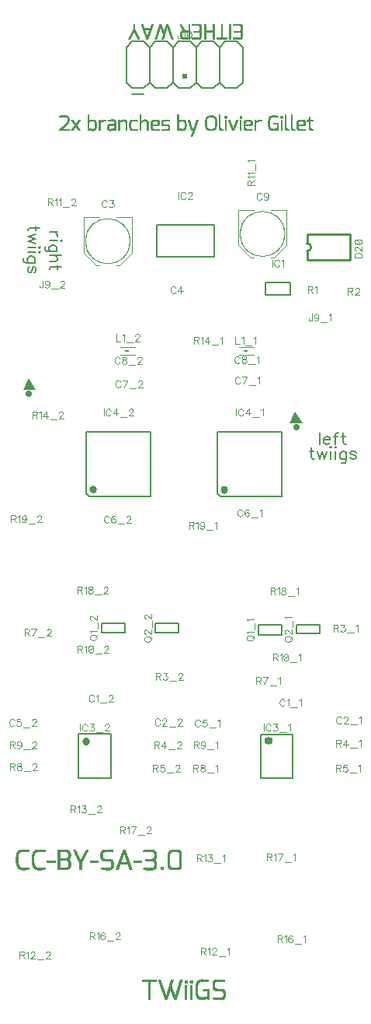
<source format=gto>
G04 DipTrace 3.2.0.1*
G04 twigs02.GTO*
%MOIN*%
G04 #@! TF.FileFunction,Legend,Top*
G04 #@! TF.Part,Single*
%ADD10C,0.009843*%
%ADD12C,0.001*%
%ADD15C,0.008*%
%ADD19C,0.006*%
%ADD20O,0.031235X0.034983*%
%ADD21O,0.036232X0.031235*%
%ADD22O,0.033361X0.031247*%
%ADD23C,0.031247*%
%ADD24C,0.000013*%
%ADD25C,0.004*%
%ADD33C,0.02755*%
%ADD36C,0.002756*%
%ADD68C,0.004632*%
%ADD69C,0.00772*%
%FSLAX26Y26*%
G04*
G70*
G90*
G75*
G01*
G04 TopSilk*
%LPD*%
X735103Y3744093D2*
D24*
G02X735103Y3744093I96466J0D01*
G01*
X868972Y3846465D2*
D25*
X933931D1*
Y3694871D1*
X880785Y3641720D1*
X868972D1*
X794166D2*
X782353D1*
X729207Y3694871D1*
Y3846465D1*
X794166D1*
X865042Y3834648D2*
G02X865042Y3653537I-33497J-90556D01*
G01*
X798097Y3834648D2*
G03X798097Y3653537I33497J-90556D01*
G01*
X1399225Y3775339D2*
D24*
G02X1399225Y3775339I96466J0D01*
G01*
X1533094Y3877712D2*
D25*
X1598053D1*
Y3726118D1*
X1544907Y3672966D1*
X1533094D1*
X1458288D2*
X1446475D1*
X1393329Y3726118D1*
Y3877712D1*
X1458288D1*
X1529164Y3865895D2*
G02X1529164Y3684784I-33497J-90556D01*
G01*
X1462219Y3865895D2*
G03X1462219Y3684784I33497J-90556D01*
G01*
X1687080Y3663532D2*
D10*
X1872127D1*
Y3771812D1*
Y3773774D2*
X1687080D1*
Y3734411D1*
Y3663532D2*
Y3702895D1*
G03X1687080Y3734411I1844J15758D01*
G01*
X1041736Y3814676D2*
D19*
Y3678448D1*
X1287720D2*
Y3814676D1*
X1041736D2*
X1287720D1*
Y3678448D2*
X1041736D1*
G36*
X1150912Y4460343D2*
X1170912D1*
Y4440363D1*
X1150912D1*
Y4460343D1*
G37*
X910912Y4425333D2*
D19*
X935912Y4400335D1*
X985912D2*
X1010912Y4425333D1*
X1035912Y4400335D1*
X1085912D2*
X1110912Y4425333D1*
X1135912Y4400335D1*
X1185912D2*
X1210912Y4425333D1*
X1235912Y4400335D1*
X1285912D2*
X1310912Y4425333D1*
X910912D2*
Y4575340D1*
X935912Y4600338D1*
X985912D1*
X1010912Y4575340D1*
X1035912Y4600338D1*
X1085912D1*
X1110912Y4575340D1*
X1135912Y4600338D1*
X1185912D1*
X1210912Y4575340D1*
X1235912Y4600338D1*
X1285912D1*
X1310912Y4575340D1*
X1010912D2*
Y4425333D1*
X1110912Y4575340D2*
Y4425333D1*
X1210912Y4575340D2*
Y4425333D1*
X1310912Y4575340D2*
Y4425333D1*
X1235912Y4400335D2*
X1285912D1*
X1135912D2*
X1185912D1*
X1035912D2*
X1085912D1*
X935912D2*
X985912D1*
X1310912Y4425333D2*
X1335912Y4400335D1*
X1385912D2*
X1410912Y4425333D1*
X1310912Y4575340D2*
X1335912Y4600338D1*
X1385912D1*
X1410912Y4575340D1*
Y4425333D1*
X1335912Y4400335D2*
X1385912D1*
X935912Y4375338D2*
D15*
X985912D1*
X1317756Y2680089D2*
D24*
G02X1317756Y2680089I14143J0D01*
G01*
X1301926Y2926061D2*
D19*
X1577871D1*
Y2650116D1*
X1315894D1*
X1301926Y2664084D2*
Y2926061D1*
Y2664084D2*
X1315894Y2650116D1*
D33*
X1642162Y2948842D3*
G36*
X1431096Y3277875D2*
X1415354D1*
Y3269988D1*
X1431096D1*
Y3277875D1*
G37*
X1395668Y3289686D2*
D36*
X1458654D1*
Y3258190D2*
X1395668D1*
X755256Y2680090D2*
D24*
G02X755256Y2680090I14143J0D01*
G01*
X739426Y2926063D2*
D19*
X1015371D1*
Y2650117D1*
X753394D1*
X739426Y2664085D2*
Y2926063D1*
Y2664085D2*
X753394Y2650117D1*
D33*
X492233Y3090801D3*
G36*
X920542Y3277603D2*
X904801D1*
Y3269716D1*
X920542D1*
Y3277603D1*
G37*
X885114Y3289414D2*
D36*
X948100D1*
Y3257918D2*
X885114D1*
X706236Y1633856D2*
D19*
X846168D1*
Y1443948D1*
X706236D1*
Y1633856D1*
X1489606Y1631358D2*
X1624542D1*
Y1443948D1*
X1489606D1*
Y1631358D1*
D20*
X736845Y1601371D3*
D21*
X1520217Y1603245D3*
X1508095Y3567753D2*
D19*
X1615929D1*
Y3515775D1*
X1508095D1*
Y3567753D1*
D22*
X769668Y2680304D3*
D23*
X1332770Y2678224D3*
X804700Y2106409D2*
D19*
X904690D1*
Y2068913D1*
X804700D1*
Y2106409D1*
X1035926D2*
X1135916D1*
Y2068913D1*
X1035926D1*
Y2106409D1*
X1479630Y2100159D2*
X1579619D1*
Y2056414D1*
X1479630D1*
Y2100159D1*
X1642112D2*
X1742102D1*
Y2062663D1*
X1642112D1*
Y2100159D1*
G36*
X492233Y3156299D2*
X467236Y3106304D1*
X523480D1*
D1*
X492233Y3156299D1*
G37*
G36*
X1635863Y3012564D2*
X1610866Y2962569D1*
X1667110D1*
D1*
X1635863Y3012564D1*
G37*
X940400Y4674291D2*
D12*
X946400D1*
X974400D2*
X981400D1*
X1018400D2*
X1025400D1*
X1053400D2*
X1059400D1*
X1082400D2*
X1088400D1*
X1140400D2*
X1146400D1*
X1177400D2*
X1183400D1*
X1206400D2*
X1226400D1*
X1244400D2*
X1250400D1*
X1282400D2*
X1287400D1*
X1317400D2*
X1323400D1*
X1352400D2*
X1357400D1*
X1382400D2*
X1402400D1*
X940400Y4673291D2*
X946400D1*
X974554D2*
X981438D1*
X1018058D2*
X1025241D1*
X1052934D2*
X1059746D1*
X1082054D2*
X1088746D1*
X1140780D2*
X1146780D1*
X1177400D2*
X1183400D1*
X1193400D2*
X1227823D1*
X1244400D2*
X1250400D1*
X1282400D2*
X1287400D1*
X1317400D2*
X1323400D1*
X1352400D2*
X1357400D1*
X1369400D2*
X1403823D1*
X940400Y4672291D2*
X946400D1*
X974806D2*
X981566D1*
X1017756D2*
X1024958D1*
X1052612D2*
X1060078D1*
X1081721D2*
X1089078D1*
X1141210D2*
X1147210D1*
X1177400D2*
X1183400D1*
X1193400D2*
X1228979D1*
X1244400D2*
X1250400D1*
X1282400D2*
X1287400D1*
X1317400D2*
X1323400D1*
X1352400D2*
X1357400D1*
X1369400D2*
X1404979D1*
X940400Y4671291D2*
X946400D1*
X975100D2*
X981810D1*
X1017532D2*
X1024572D1*
X1052339D2*
X1060395D1*
X1081404D2*
X1089395D1*
X1141674D2*
X1147674D1*
X1177400D2*
X1183400D1*
X1193400D2*
X1229845D1*
X1244400D2*
X1250400D1*
X1282400D2*
X1287400D1*
X1317400D2*
X1323400D1*
X1352400D2*
X1357400D1*
X1369400D2*
X1405845D1*
X940400Y4670291D2*
X946400D1*
X975403D2*
X982101D1*
X1017306D2*
X1024153D1*
X1052031D2*
X1060737D1*
X1081063D2*
X1089737D1*
X1142160D2*
X1148160D1*
X1177400D2*
X1183400D1*
X1193400D2*
X1230487D1*
X1244400D2*
X1250400D1*
X1282400D2*
X1287400D1*
X1317400D2*
X1323400D1*
X1352400D2*
X1357400D1*
X1369400D2*
X1406487D1*
X940400Y4669291D2*
X946400D1*
X975739D2*
X982403D1*
X1017019D2*
X1023769D1*
X1051714D2*
X1061072D1*
X1080727D2*
X1090072D1*
X1142653D2*
X1148653D1*
X1177400D2*
X1183400D1*
X1193400D2*
X1230932D1*
X1244400D2*
X1250400D1*
X1282400D2*
X1287400D1*
X1317400D2*
X1323400D1*
X1352400D2*
X1357400D1*
X1369400D2*
X1406932D1*
X940400Y4668291D2*
X946400D1*
X976073D2*
X982739D1*
X1016709D2*
X1023425D1*
X1051402D2*
X1061392D1*
X1080407D2*
X1090396D1*
X1143151D2*
X1149151D1*
X1177400D2*
X1183400D1*
X1223045D2*
X1231187D1*
X1244400D2*
X1250400D1*
X1282400D2*
X1287400D1*
X1317400D2*
X1323400D1*
X1352400D2*
X1357400D1*
X1399045D2*
X1407187D1*
X940400Y4667291D2*
X946400D1*
X976397D2*
X983073D1*
X1016400D2*
X1023071D1*
X1051062D2*
X1061735D1*
X1080064D2*
X1090771D1*
X1143650D2*
X1149650D1*
X1177400D2*
X1183400D1*
X1224343D2*
X1231311D1*
X1244400D2*
X1250400D1*
X1282400D2*
X1287400D1*
X1317400D2*
X1323400D1*
X1352400D2*
X1357400D1*
X1400343D2*
X1407311D1*
X940400Y4666291D2*
X946400D1*
X976771D2*
X983393D1*
X1016062D2*
X1022730D1*
X1050727D2*
X1062072D1*
X1079728D2*
X1091199D1*
X1144150D2*
X1150150D1*
X1177400D2*
X1183400D1*
X1225252D2*
X1231366D1*
X1244400D2*
X1250400D1*
X1282400D2*
X1287400D1*
X1317400D2*
X1323400D1*
X1352400D2*
X1357400D1*
X1401252D2*
X1407366D1*
X940400Y4665291D2*
X946400D1*
X977199D2*
X983736D1*
X1015727D2*
X1022408D1*
X1050407D2*
X1062396D1*
X1079407D2*
X1091636D1*
X1144650D2*
X1150650D1*
X1177400D2*
X1183400D1*
X1225934D2*
X1231387D1*
X1244400D2*
X1250400D1*
X1282400D2*
X1287400D1*
X1317400D2*
X1323400D1*
X1352400D2*
X1357400D1*
X1401934D2*
X1407387D1*
X940400Y4664291D2*
X946400D1*
X977636D2*
X984072D1*
X1015407D2*
X1022065D1*
X1050064D2*
X1062771D1*
X1079064D2*
X1092027D1*
X1145150D2*
X1151150D1*
X1177400D2*
X1183400D1*
X1226173D2*
X1231395D1*
X1244400D2*
X1250400D1*
X1282400D2*
X1287400D1*
X1317400D2*
X1323400D1*
X1352400D2*
X1357400D1*
X1402173D2*
X1407395D1*
X940400Y4663291D2*
X946400D1*
X978027D2*
X984392D1*
X1015064D2*
X1021728D1*
X1049728D2*
X1063199D1*
X1078728D2*
X1092374D1*
X1145649D2*
X1151649D1*
X1177400D2*
X1183400D1*
X1226303D2*
X1231398D1*
X1244400D2*
X1250400D1*
X1282400D2*
X1287400D1*
X1317400D2*
X1323400D1*
X1352400D2*
X1357400D1*
X1402303D2*
X1407398D1*
X940400Y4662291D2*
X946400D1*
X978374D2*
X984732D1*
X1014728D2*
X1021404D1*
X1049407D2*
X1055245D1*
X1057554D2*
X1063636D1*
X1078407D2*
X1084362D1*
X1086554D2*
X1092728D1*
X1146150D2*
X1152150D1*
X1177400D2*
X1183400D1*
X1226362D2*
X1231399D1*
X1244400D2*
X1250400D1*
X1282400D2*
X1287400D1*
X1317400D2*
X1323400D1*
X1352400D2*
X1357400D1*
X1402362D2*
X1407399D1*
X940400Y4661291D2*
X946400D1*
X978728D2*
X985037D1*
X1014407D2*
X1021029D1*
X1049064D2*
X1054993D1*
X1057806D2*
X1064027D1*
X1078064D2*
X1084234D1*
X1086806D2*
X1093069D1*
X1146649D2*
X1152649D1*
X1177400D2*
X1183400D1*
X1226386D2*
X1231400D1*
X1244400D2*
X1250400D1*
X1282400D2*
X1287400D1*
X1317400D2*
X1323400D1*
X1352400D2*
X1357400D1*
X1402386D2*
X1407400D1*
X940400Y4660291D2*
X946400D1*
X979069D2*
X985269D1*
X1014068D2*
X1020600D1*
X1048728D2*
X1054699D1*
X1058100D2*
X1064374D1*
X1077728D2*
X1083990D1*
X1087100D2*
X1093391D1*
X1147150D2*
X1153150D1*
X1177400D2*
X1183400D1*
X1226395D2*
X1231400D1*
X1244400D2*
X1250400D1*
X1282400D2*
X1287400D1*
X1317400D2*
X1323400D1*
X1352400D2*
X1357400D1*
X1402395D2*
X1407400D1*
X940400Y4659291D2*
X946400D1*
X979391D2*
X985535D1*
X1013767D2*
X1020164D1*
X1048407D2*
X1054397D1*
X1058403D2*
X1064728D1*
X1077407D2*
X1083698D1*
X1087403D2*
X1093735D1*
X1147649D2*
X1153653D1*
X1177400D2*
X1183400D1*
X1226398D2*
X1231400D1*
X1244400D2*
X1250400D1*
X1282400D2*
X1287400D1*
X1317400D2*
X1323400D1*
X1352400D2*
X1357400D1*
X1402398D2*
X1407400D1*
X940400Y4658291D2*
X946400D1*
X979735D2*
X985982D1*
X1013573D2*
X1019773D1*
X1048068D2*
X1054064D1*
X1058739D2*
X1065069D1*
X1077068D2*
X1083397D1*
X1087739D2*
X1094072D1*
X1148150D2*
X1154185D1*
X1177400D2*
X1183400D1*
X1226399D2*
X1231400D1*
X1244400D2*
X1250400D1*
X1282400D2*
X1287400D1*
X1317400D2*
X1323400D1*
X1352400D2*
X1357400D1*
X1402399D2*
X1407400D1*
X940400Y4657291D2*
X946400D1*
X980072D2*
X986641D1*
X1013468D2*
X1019426D1*
X1047763D2*
X1053762D1*
X1059073D2*
X1065395D1*
X1076763D2*
X1083064D1*
X1088073D2*
X1094392D1*
X1148649D2*
X1154781D1*
X1177400D2*
X1183400D1*
X1226400D2*
X1231400D1*
X1244400D2*
X1250400D1*
X1282400D2*
X1287400D1*
X1317400D2*
X1323400D1*
X1352400D2*
X1357400D1*
X1402400D2*
X1407400D1*
X940400Y4656291D2*
X946400D1*
X980392D2*
X1019071D1*
X1047535D2*
X1053534D1*
X1059397D2*
X1065770D1*
X1076535D2*
X1082762D1*
X1088393D2*
X1094735D1*
X1149150D2*
X1155425D1*
X1177400D2*
X1183400D1*
X1226400D2*
X1231400D1*
X1244400D2*
X1250400D1*
X1282400D2*
X1287400D1*
X1317400D2*
X1323400D1*
X1352400D2*
X1357400D1*
X1402400D2*
X1407400D1*
X940400Y4655291D2*
X946400D1*
X980735D2*
X1018730D1*
X1047308D2*
X1053308D1*
X1059771D2*
X1066199D1*
X1076308D2*
X1082534D1*
X1088736D2*
X1095072D1*
X1149649D2*
X1156037D1*
X1177400D2*
X1183400D1*
X1226400D2*
X1231400D1*
X1244400D2*
X1250400D1*
X1282400D2*
X1287400D1*
X1317400D2*
X1323400D1*
X1352400D2*
X1357400D1*
X1402400D2*
X1407400D1*
X940396Y4654291D2*
X946404D1*
X981072D2*
X1018404D1*
X1047019D2*
X1053019D1*
X1060199D2*
X1066636D1*
X1076019D2*
X1082308D1*
X1089072D2*
X1095392D1*
X1150150D2*
X1156599D1*
X1177400D2*
X1183400D1*
X1226400D2*
X1231400D1*
X1244400D2*
X1250400D1*
X1282400D2*
X1287400D1*
X1317400D2*
X1323400D1*
X1352400D2*
X1357400D1*
X1402400D2*
X1407400D1*
X940361Y4653291D2*
X946439D1*
X981392D2*
X1018029D1*
X1046709D2*
X1052709D1*
X1060636D2*
X1067027D1*
X1075709D2*
X1082019D1*
X1089392D2*
X1095735D1*
X1150649D2*
X1157130D1*
X1177400D2*
X1183400D1*
X1226400D2*
X1231400D1*
X1244400D2*
X1250400D1*
X1282400D2*
X1287400D1*
X1317400D2*
X1323400D1*
X1352400D2*
X1357400D1*
X1402400D2*
X1407400D1*
X940229Y4652291D2*
X946570D1*
X981735D2*
X1017600D1*
X1046400D2*
X1052400D1*
X1061027D2*
X1067374D1*
X1075400D2*
X1081709D1*
X1089735D2*
X1096072D1*
X1151146D2*
X1157653D1*
X1177400D2*
X1183400D1*
X1226400D2*
X1231400D1*
X1244400D2*
X1250400D1*
X1282400D2*
X1287400D1*
X1317400D2*
X1323400D1*
X1352400D2*
X1357400D1*
X1402400D2*
X1407400D1*
X939955Y4651291D2*
X946845D1*
X982072D2*
X1017164D1*
X1046062D2*
X1052062D1*
X1061374D2*
X1067728D1*
X1075062D2*
X1081400D1*
X1090072D2*
X1096392D1*
X1151599D2*
X1158272D1*
X1177400D2*
X1183400D1*
X1226400D2*
X1231400D1*
X1244400D2*
X1250400D1*
X1282400D2*
X1287400D1*
X1317400D2*
X1323400D1*
X1352400D2*
X1357400D1*
X1402400D2*
X1407400D1*
X939567Y4650291D2*
X947233D1*
X982392D2*
X989404D1*
X1010245D2*
X1016773D1*
X1045727D2*
X1051727D1*
X1061728D2*
X1068069D1*
X1074727D2*
X1081062D1*
X1090392D2*
X1096735D1*
X1151919D2*
X1159042D1*
X1177400D2*
X1183400D1*
X1226388D2*
X1231400D1*
X1244400D2*
X1250400D1*
X1282400D2*
X1287400D1*
X1317400D2*
X1323400D1*
X1352400D2*
X1357400D1*
X1402388D2*
X1407400D1*
X939118Y4649291D2*
X947682D1*
X982735D2*
X989439D1*
X1009993D2*
X1016426D1*
X1045407D2*
X1051407D1*
X1062069D2*
X1068391D1*
X1074407D2*
X1080727D1*
X1090735D2*
X1097072D1*
X1152109D2*
X1160769D1*
X1177400D2*
X1183400D1*
X1226271D2*
X1231400D1*
X1244400D2*
X1250400D1*
X1282400D2*
X1287400D1*
X1317400D2*
X1323400D1*
X1352400D2*
X1357400D1*
X1402271D2*
X1407400D1*
X938638Y4648291D2*
X948162D1*
X983072D2*
X989566D1*
X1009699D2*
X1016071D1*
X1045064D2*
X1051068D1*
X1062391D2*
X1068735D1*
X1074064D2*
X1080407D1*
X1091072D2*
X1097396D1*
X1150997D2*
X1162966D1*
X1177400D2*
X1183400D1*
X1225990D2*
X1231400D1*
X1244400D2*
X1250400D1*
X1282400D2*
X1287400D1*
X1317400D2*
X1323400D1*
X1352400D2*
X1357400D1*
X1401990D2*
X1407400D1*
X938146Y4647291D2*
X948654D1*
X983396D2*
X989810D1*
X1009397D2*
X1015730D1*
X1044728D2*
X1050763D1*
X1062735D2*
X1069072D1*
X1073728D2*
X1080068D1*
X1091396D2*
X1097771D1*
X1149647D2*
X1183400D1*
X1224619D2*
X1231400D1*
X1244400D2*
X1250400D1*
X1282400D2*
X1287400D1*
X1317400D2*
X1323400D1*
X1352400D2*
X1357400D1*
X1400619D2*
X1407400D1*
X937648Y4646291D2*
X949152D1*
X983771D2*
X990101D1*
X1009060D2*
X1015408D1*
X1044407D2*
X1050535D1*
X1063072D2*
X1069396D1*
X1073404D2*
X1079763D1*
X1091771D2*
X1098199D1*
X1148246D2*
X1183400D1*
X1222660D2*
X1231400D1*
X1244400D2*
X1287400D1*
X1317400D2*
X1323400D1*
X1352400D2*
X1357400D1*
X1398660D2*
X1407400D1*
X937150Y4645291D2*
X949650D1*
X984199D2*
X990403D1*
X1008726D2*
X1015065D1*
X1044064D2*
X1050308D1*
X1063392D2*
X1069774D1*
X1073026D2*
X1079535D1*
X1092199D2*
X1098636D1*
X1147004D2*
X1183400D1*
X1197400D2*
X1231400D1*
X1244400D2*
X1287400D1*
X1317400D2*
X1323400D1*
X1352400D2*
X1357400D1*
X1373400D2*
X1407400D1*
X936649Y4644291D2*
X950150D1*
X984636D2*
X990739D1*
X1008407D2*
X1014728D1*
X1043728D2*
X1050019D1*
X1063735D2*
X1070232D1*
X1072568D2*
X1079308D1*
X1092636D2*
X1099027D1*
X1146048D2*
X1183400D1*
X1197400D2*
X1231400D1*
X1244400D2*
X1287400D1*
X1317400D2*
X1323400D1*
X1352400D2*
X1357400D1*
X1373400D2*
X1407400D1*
X936150Y4643291D2*
X942241D1*
X944558D2*
X950650D1*
X985027D2*
X991073D1*
X1008064D2*
X1014404D1*
X1043407D2*
X1049709D1*
X1064072D2*
X1070783D1*
X1072017D2*
X1079019D1*
X1093027D2*
X1099374D1*
X1145318D2*
X1183400D1*
X1197400D2*
X1231400D1*
X1244400D2*
X1287400D1*
X1317400D2*
X1323400D1*
X1352400D2*
X1357400D1*
X1373400D2*
X1407400D1*
X935649Y4642291D2*
X941958D1*
X944841D2*
X951150D1*
X985374D2*
X991393D1*
X1007728D2*
X1014029D1*
X1043068D2*
X1049400D1*
X1064392D2*
X1078709D1*
X1093374D2*
X1099728D1*
X1144719D2*
X1183400D1*
X1197400D2*
X1231400D1*
X1244400D2*
X1287400D1*
X1317400D2*
X1323400D1*
X1352400D2*
X1357400D1*
X1373400D2*
X1407400D1*
X935146Y4641291D2*
X941568D1*
X945232D2*
X951649D1*
X985728D2*
X991736D1*
X1007404D2*
X1013600D1*
X1042763D2*
X1049062D1*
X1064735D2*
X1078400D1*
X1093728D2*
X1100069D1*
X1144210D2*
X1153831D1*
X1177400D2*
X1183400D1*
X1197400D2*
X1231400D1*
X1244400D2*
X1287400D1*
X1317400D2*
X1323400D1*
X1352400D2*
X1357400D1*
X1373400D2*
X1407400D1*
X934614Y4640291D2*
X941114D1*
X945681D2*
X952150D1*
X986069D2*
X992072D1*
X1007029D2*
X1013164D1*
X1042535D2*
X1048727D1*
X1065072D2*
X1078062D1*
X1094069D2*
X1100391D1*
X1143789D2*
X1151793D1*
X1177400D2*
X1183400D1*
X1197400D2*
X1231400D1*
X1244400D2*
X1250400D1*
X1281203D2*
X1287400D1*
X1317400D2*
X1323400D1*
X1352400D2*
X1357400D1*
X1373400D2*
X1407400D1*
X934019Y4639291D2*
X940602D1*
X946162D2*
X952649D1*
X986391D2*
X992392D1*
X1006600D2*
X1012773D1*
X1042308D2*
X1048407D1*
X1065396D2*
X1077727D1*
X1094391D2*
X1100735D1*
X1143432D2*
X1150402D1*
X1177400D2*
X1183400D1*
X1225203D2*
X1231400D1*
X1244400D2*
X1250400D1*
X1281788D2*
X1287400D1*
X1317400D2*
X1323400D1*
X1352400D2*
X1357400D1*
X1401203D2*
X1407400D1*
X933375Y4638291D2*
X940015D1*
X946654D2*
X953150D1*
X986735D2*
X992735D1*
X1006164D2*
X1012426D1*
X1042019D2*
X1048064D1*
X1065771D2*
X1077407D1*
X1094735D2*
X1101072D1*
X1143077D2*
X1149500D1*
X1177400D2*
X1183400D1*
X1225788D2*
X1231400D1*
X1244400D2*
X1250400D1*
X1282123D2*
X1287400D1*
X1317400D2*
X1323400D1*
X1352400D2*
X1357400D1*
X1401788D2*
X1407400D1*
X932763Y4637291D2*
X939373D1*
X947152D2*
X953649D1*
X987072D2*
X993072D1*
X1005773D2*
X1012071D1*
X1041709D2*
X1047728D1*
X1066199D2*
X1077068D1*
X1095072D2*
X1101392D1*
X1142770D2*
X1148842D1*
X1177400D2*
X1183400D1*
X1226123D2*
X1231400D1*
X1244400D2*
X1250400D1*
X1282285D2*
X1287400D1*
X1317400D2*
X1323400D1*
X1352400D2*
X1357400D1*
X1402123D2*
X1407400D1*
X932200Y4636291D2*
X938762D1*
X947650D2*
X954150D1*
X987392D2*
X993392D1*
X1005426D2*
X1011730D1*
X1041400D2*
X1047407D1*
X1066636D2*
X1076763D1*
X1095392D2*
X1101735D1*
X1142575D2*
X1148611D1*
X1177400D2*
X1183400D1*
X1226285D2*
X1231400D1*
X1244400D2*
X1250400D1*
X1282356D2*
X1287400D1*
X1317400D2*
X1323400D1*
X1352400D2*
X1357400D1*
X1402285D2*
X1407400D1*
X931670Y4635291D2*
X938200D1*
X948150D2*
X954649D1*
X987735D2*
X993735D1*
X1005071D2*
X1011404D1*
X1041062D2*
X1047068D1*
X1067027D2*
X1076535D1*
X1095735D2*
X1102072D1*
X1142475D2*
X1148453D1*
X1177400D2*
X1183400D1*
X1226356D2*
X1231400D1*
X1244400D2*
X1250400D1*
X1282384D2*
X1287400D1*
X1317400D2*
X1323400D1*
X1352400D2*
X1357400D1*
X1402356D2*
X1407400D1*
X931158Y4634291D2*
X937670D1*
X948650D2*
X955150D1*
X988072D2*
X994072D1*
X1004730D2*
X1011029D1*
X1040727D2*
X1046763D1*
X1067374D2*
X1076308D1*
X1096072D2*
X1102392D1*
X1142429D2*
X1148269D1*
X1177400D2*
X1183400D1*
X1226384D2*
X1231400D1*
X1244400D2*
X1250400D1*
X1282394D2*
X1287400D1*
X1317400D2*
X1323400D1*
X1352400D2*
X1357400D1*
X1402384D2*
X1407400D1*
X930652Y4633291D2*
X937158D1*
X949150D2*
X955649D1*
X988392D2*
X994396D1*
X1004408D2*
X1010600D1*
X1040407D2*
X1046535D1*
X1067724D2*
X1076019D1*
X1096392D2*
X1102735D1*
X1142411D2*
X1148007D1*
X1177400D2*
X1183400D1*
X1226394D2*
X1231400D1*
X1244400D2*
X1250400D1*
X1282398D2*
X1287400D1*
X1317400D2*
X1323400D1*
X1352400D2*
X1357400D1*
X1402394D2*
X1407400D1*
X930151Y4632291D2*
X936652D1*
X949649D2*
X956150D1*
X988735D2*
X994771D1*
X1004065D2*
X1010164D1*
X1040064D2*
X1046308D1*
X1068026D2*
X1075709D1*
X1096735D2*
X1103072D1*
X1142404D2*
X1147742D1*
X1177400D2*
X1183400D1*
X1226398D2*
X1231400D1*
X1244400D2*
X1250400D1*
X1282399D2*
X1287400D1*
X1317400D2*
X1323400D1*
X1352400D2*
X1357400D1*
X1402398D2*
X1407400D1*
X929650Y4631291D2*
X936151D1*
X950150D2*
X956649D1*
X989072D2*
X995199D1*
X1003728D2*
X1009773D1*
X1039728D2*
X1046019D1*
X1068186D2*
X1075400D1*
X1097072D2*
X1103396D1*
X1142401D2*
X1147565D1*
X1177400D2*
X1183400D1*
X1226399D2*
X1231400D1*
X1244400D2*
X1250400D1*
X1282400D2*
X1287400D1*
X1317400D2*
X1323400D1*
X1352400D2*
X1357400D1*
X1402399D2*
X1407400D1*
X929150Y4630291D2*
X935650D1*
X950649D2*
X957150D1*
X989396D2*
X995636D1*
X1003408D2*
X1009426D1*
X1039407D2*
X1045709D1*
X1068159D2*
X1075062D1*
X1097396D2*
X1103771D1*
X1142400D2*
X1147475D1*
X1177400D2*
X1183400D1*
X1226400D2*
X1231400D1*
X1244400D2*
X1250400D1*
X1282400D2*
X1287400D1*
X1317400D2*
X1323400D1*
X1352400D2*
X1357400D1*
X1402400D2*
X1407400D1*
X928649Y4629291D2*
X935146D1*
X951150D2*
X957649D1*
X989771D2*
X996027D1*
X1003064D2*
X1009071D1*
X1039064D2*
X1045400D1*
X1067960D2*
X1074727D1*
X1097771D2*
X1104199D1*
X1142400D2*
X1147467D1*
X1177400D2*
X1183400D1*
X1226400D2*
X1231400D1*
X1244400D2*
X1250400D1*
X1282400D2*
X1287400D1*
X1317400D2*
X1323400D1*
X1352400D2*
X1357400D1*
X1402400D2*
X1407400D1*
X928146Y4628291D2*
X934614D1*
X951649D2*
X958150D1*
X990199D2*
X996374D1*
X1002728D2*
X1008730D1*
X1038728D2*
X1045062D1*
X1067687D2*
X1074407D1*
X1098199D2*
X1104636D1*
X1142400D2*
X1147577D1*
X1177400D2*
X1183400D1*
X1226400D2*
X1231400D1*
X1244400D2*
X1250400D1*
X1282400D2*
X1287400D1*
X1317400D2*
X1323400D1*
X1352400D2*
X1357400D1*
X1402400D2*
X1407400D1*
X927614Y4627291D2*
X934019D1*
X952150D2*
X958649D1*
X990636D2*
X996728D1*
X1002407D2*
X1008408D1*
X1038407D2*
X1044727D1*
X1067393D2*
X1074068D1*
X1098636D2*
X1105027D1*
X1142400D2*
X1147810D1*
X1177400D2*
X1183400D1*
X1226400D2*
X1231400D1*
X1244400D2*
X1250400D1*
X1282400D2*
X1287400D1*
X1317400D2*
X1323400D1*
X1352400D2*
X1357400D1*
X1402400D2*
X1407400D1*
X927019Y4626291D2*
X933375D1*
X952649D2*
X959150D1*
X991027D2*
X997069D1*
X1002064D2*
X1008065D1*
X1038068D2*
X1044407D1*
X1067063D2*
X1073763D1*
X1099027D2*
X1105374D1*
X1142400D2*
X1148064D1*
X1177400D2*
X1183400D1*
X1226400D2*
X1231400D1*
X1244400D2*
X1250400D1*
X1282400D2*
X1287400D1*
X1317400D2*
X1323400D1*
X1352400D2*
X1357400D1*
X1402400D2*
X1407400D1*
X926375Y4625291D2*
X932763D1*
X953150D2*
X959649D1*
X991374D2*
X997391D1*
X1001728D2*
X1007728D1*
X1037763D2*
X1044064D1*
X1066761D2*
X1073535D1*
X1099374D2*
X1105728D1*
X1142404D2*
X1148241D1*
X1177400D2*
X1183400D1*
X1226400D2*
X1231400D1*
X1244400D2*
X1250400D1*
X1282400D2*
X1287400D1*
X1317400D2*
X1323400D1*
X1352400D2*
X1357400D1*
X1402400D2*
X1407400D1*
X925763Y4624291D2*
X932200D1*
X953649D2*
X960150D1*
X991728D2*
X997735D1*
X1001404D2*
X1007404D1*
X1037535D2*
X1043728D1*
X1066534D2*
X1073308D1*
X1099728D2*
X1106069D1*
X1142439D2*
X1148369D1*
X1177400D2*
X1183400D1*
X1226400D2*
X1231400D1*
X1244400D2*
X1250400D1*
X1282400D2*
X1287400D1*
X1317400D2*
X1323400D1*
X1352400D2*
X1357400D1*
X1402400D2*
X1407400D1*
X925200Y4623291D2*
X931670D1*
X954150D2*
X960649D1*
X992069D2*
X998075D1*
X1001026D2*
X1007029D1*
X1037308D2*
X1043407D1*
X1066308D2*
X1073019D1*
X1100069D2*
X1106391D1*
X1142566D2*
X1148542D1*
X1177400D2*
X1183400D1*
X1226400D2*
X1231400D1*
X1244400D2*
X1250400D1*
X1282400D2*
X1287400D1*
X1317400D2*
X1323400D1*
X1352400D2*
X1357400D1*
X1402400D2*
X1407400D1*
X924670Y4622291D2*
X931158D1*
X954649D2*
X961150D1*
X992391D2*
X998423D1*
X1000568D2*
X1006600D1*
X1037019D2*
X1043068D1*
X1066019D2*
X1072709D1*
X1100391D2*
X1106735D1*
X1142810D2*
X1148838D1*
X1177400D2*
X1183400D1*
X1226396D2*
X1231400D1*
X1244400D2*
X1250400D1*
X1282400D2*
X1287400D1*
X1317400D2*
X1323400D1*
X1352400D2*
X1357400D1*
X1402396D2*
X1407400D1*
X924158Y4621291D2*
X930652D1*
X955150D2*
X961649D1*
X992735D2*
X998870D1*
X1000017D2*
X1006164D1*
X1036709D2*
X1042763D1*
X1065709D2*
X1072400D1*
X1100735D2*
X1107072D1*
X1143101D2*
X1149272D1*
X1177400D2*
X1183400D1*
X1226353D2*
X1231400D1*
X1244400D2*
X1250400D1*
X1282400D2*
X1287400D1*
X1317400D2*
X1323400D1*
X1352400D2*
X1357400D1*
X1402353D2*
X1407400D1*
X923652Y4620291D2*
X930151D1*
X955649D2*
X962150D1*
X993072D2*
X1005773D1*
X1036400D2*
X1042535D1*
X1065400D2*
X1072062D1*
X1101072D2*
X1107392D1*
X1143407D2*
X1149894D1*
X1177400D2*
X1183400D1*
X1226248D2*
X1231396D1*
X1244400D2*
X1250400D1*
X1282400D2*
X1287400D1*
X1317400D2*
X1323400D1*
X1352400D2*
X1357400D1*
X1402248D2*
X1407396D1*
X923151Y4619291D2*
X929650D1*
X956150D2*
X962649D1*
X993392D2*
X1005426D1*
X1036062D2*
X1042308D1*
X1065066D2*
X1071727D1*
X1101392D2*
X1107735D1*
X1143774D2*
X1150816D1*
X1177400D2*
X1183400D1*
X1225742D2*
X1231361D1*
X1244400D2*
X1250400D1*
X1282400D2*
X1287400D1*
X1317400D2*
X1323400D1*
X1352400D2*
X1357400D1*
X1401742D2*
X1407361D1*
X922650Y4618291D2*
X929146D1*
X956649D2*
X963150D1*
X993735D2*
X1005071D1*
X1035727D2*
X1042019D1*
X1064762D2*
X1071407D1*
X1101735D2*
X1108072D1*
X1144205D2*
X1152098D1*
X1177400D2*
X1183400D1*
X1224553D2*
X1231229D1*
X1244400D2*
X1250400D1*
X1282400D2*
X1287400D1*
X1317400D2*
X1323400D1*
X1352400D2*
X1357400D1*
X1400553D2*
X1407229D1*
X922150Y4617291D2*
X928614D1*
X957150D2*
X963649D1*
X994072D2*
X1004730D1*
X1035407D2*
X1041709D1*
X1064535D2*
X1071068D1*
X1102072D2*
X1108392D1*
X1144675D2*
X1153683D1*
X1177400D2*
X1183400D1*
X1223053D2*
X1230955D1*
X1244400D2*
X1250400D1*
X1282400D2*
X1287400D1*
X1317400D2*
X1323400D1*
X1352400D2*
X1357400D1*
X1399053D2*
X1406955D1*
X921649Y4616291D2*
X928019D1*
X957649D2*
X964150D1*
X994392D2*
X1004404D1*
X1035064D2*
X1041400D1*
X1064308D2*
X1070763D1*
X1102392D2*
X1108735D1*
X1145201D2*
X1183400D1*
X1193400D2*
X1230563D1*
X1244400D2*
X1250400D1*
X1282400D2*
X1287400D1*
X1298400D2*
X1341400D1*
X1352400D2*
X1357400D1*
X1369400D2*
X1406563D1*
X921150Y4615291D2*
X927375D1*
X958150D2*
X964649D1*
X994735D2*
X1004029D1*
X1034728D2*
X1041062D1*
X1064019D2*
X1070535D1*
X1102735D2*
X1109072D1*
X1145866D2*
X1183400D1*
X1193400D2*
X1230075D1*
X1244400D2*
X1250400D1*
X1282400D2*
X1287400D1*
X1298400D2*
X1341400D1*
X1352400D2*
X1357400D1*
X1369400D2*
X1406075D1*
X920653Y4614291D2*
X926766D1*
X958653D2*
X965147D1*
X995075D2*
X1003600D1*
X1034407D2*
X1040724D1*
X1063706D2*
X1070307D1*
X1103075D2*
X1109393D1*
X1146806D2*
X1183400D1*
X1193400D2*
X1229431D1*
X1244400D2*
X1250400D1*
X1282400D2*
X1287400D1*
X1298400D2*
X1341400D1*
X1352400D2*
X1357400D1*
X1369400D2*
X1405431D1*
X920179Y4613291D2*
X926229D1*
X959179D2*
X965620D1*
X995423D2*
X1003158D1*
X1034059D2*
X1040376D1*
X1063370D2*
X1070014D1*
X1103423D2*
X1109741D1*
X1148094D2*
X1183400D1*
X1193400D2*
X1228563D1*
X1244400D2*
X1250400D1*
X1282400D2*
X1287400D1*
X1298400D2*
X1341400D1*
X1352400D2*
X1357400D1*
X1369400D2*
X1404563D1*
X919763Y4612291D2*
X925782D1*
X959763D2*
X966037D1*
X995870D2*
X1002755D1*
X1033714D2*
X1039930D1*
X1062927D2*
X1069697D1*
X1103870D2*
X1110085D1*
X1149681D2*
X1183400D1*
X1193400D2*
X1227510D1*
X1244400D2*
X1250400D1*
X1282400D2*
X1287400D1*
X1298400D2*
X1341400D1*
X1352400D2*
X1357400D1*
X1369400D2*
X1403510D1*
X919400Y4611291D2*
X925400D1*
X960400D2*
X966400D1*
X996400D2*
X1002400D1*
X1033400D2*
X1039400D1*
X1062400D2*
X1069400D1*
X1104400D2*
X1110400D1*
X1151400D2*
X1183400D1*
X1203400D2*
X1226400D1*
X1244400D2*
X1250400D1*
X1282400D2*
X1287400D1*
X1298400D2*
X1341400D1*
X1352400D2*
X1357400D1*
X1379400D2*
X1402400D1*
X461740Y1139007D2*
X468740D1*
X529740D2*
X536740D1*
X457551Y1138007D2*
X480740D1*
X525551D2*
X548740D1*
X616740D2*
X651740D1*
X682740D2*
X690740D1*
X738740D2*
X746740D1*
X813740D2*
X834740D1*
X896740D2*
X904740D1*
X996740D2*
X1023740D1*
X1106740D2*
X1130740D1*
X454109Y1137007D2*
X486802D1*
X522109D2*
X554802D1*
X616740D2*
X655424D1*
X683120D2*
X691360D1*
X737898D2*
X746356D1*
X811282D2*
X842802D1*
X896360D2*
X905086D1*
X991490D2*
X1026385D1*
X1103172D2*
X1134308D1*
X451377Y1136007D2*
X492740D1*
X519377D2*
X560740D1*
X616740D2*
X658416D1*
X683549D2*
X691930D1*
X737181D2*
X745895D1*
X809038D2*
X850740D1*
X895934D2*
X905418D1*
X987496D2*
X1028683D1*
X1100299D2*
X1137176D1*
X449188Y1135007D2*
X492740D1*
X517188D2*
X560740D1*
X616740D2*
X660636D1*
X684014D2*
X692466D1*
X736572D2*
X745334D1*
X807094D2*
X850740D1*
X895501D2*
X905735D1*
X984557D2*
X1030588D1*
X1098099D2*
X1139341D1*
X447449Y1134007D2*
X492740D1*
X515449D2*
X560740D1*
X616740D2*
X662265D1*
X684500D2*
X692980D1*
X736021D2*
X744705D1*
X805563D2*
X850740D1*
X895111D2*
X906077D1*
X983441D2*
X1032134D1*
X1096389D2*
X1140924D1*
X446089Y1133007D2*
X492740D1*
X514089D2*
X560740D1*
X616740D2*
X663546D1*
X684993D2*
X693487D1*
X735502D2*
X744099D1*
X804443D2*
X850740D1*
X894765D2*
X906412D1*
X983062D2*
X1033322D1*
X1095026D2*
X1142048D1*
X445032Y1132007D2*
X492740D1*
X513032D2*
X560740D1*
X616740D2*
X664629D1*
X685491D2*
X693988D1*
X734994D2*
X743539D1*
X803561D2*
X850740D1*
X894411D2*
X906732D1*
X982870D2*
X1034227D1*
X1093892D2*
X1142925D1*
X444198Y1131007D2*
X492740D1*
X512198D2*
X560740D1*
X616740D2*
X665544D1*
X685990D2*
X694490D1*
X734488D2*
X743009D1*
X802793D2*
X850740D1*
X894070D2*
X907075D1*
X982786D2*
X1034999D1*
X1092953D2*
X1143689D1*
X443459Y1130007D2*
X459175D1*
X479740D2*
X492740D1*
X511459D2*
X527175D1*
X547740D2*
X560740D1*
X616740D2*
X666286D1*
X686490D2*
X694989D1*
X733955D2*
X742498D1*
X802135D2*
X817175D1*
X827740D2*
X850740D1*
X893748D2*
X907412D1*
X982740D2*
X1035718D1*
X1092200D2*
X1144350D1*
X442753Y1129007D2*
X456172D1*
X510753D2*
X524172D1*
X616740D2*
X624740D1*
X653501D2*
X666904D1*
X686989D2*
X695490D1*
X733359D2*
X741992D1*
X801589D2*
X814176D1*
X893404D2*
X907732D1*
X1023698D2*
X1036356D1*
X1091578D2*
X1105016D1*
X1132694D2*
X1144930D1*
X442120Y1128007D2*
X453909D1*
X510120D2*
X521909D1*
X616740D2*
X624740D1*
X655915D2*
X667457D1*
X687486D2*
X695989D1*
X732715D2*
X741491D1*
X801180D2*
X811948D1*
X893068D2*
X908075D1*
X1025527D2*
X1036898D1*
X1091027D2*
X1102727D1*
X1134491D2*
X1145463D1*
X441580Y1127007D2*
X452250D1*
X509580D2*
X520250D1*
X616740D2*
X624740D1*
X657808D2*
X667977D1*
X687954D2*
X696490D1*
X732102D2*
X740990D1*
X800905D2*
X810417D1*
X892744D2*
X908412D1*
X1027085D2*
X1037336D1*
X1090542D2*
X1101042D1*
X1135954D2*
X1145941D1*
X441143Y1126007D2*
X450982D1*
X509143D2*
X518982D1*
X616740D2*
X624740D1*
X659177D2*
X668482D1*
X688359D2*
X696989D1*
X731540D2*
X740490D1*
X800659D2*
X809392D1*
X892369D2*
X908732D1*
X1028291D2*
X1037702D1*
X1090164D2*
X1099837D1*
X1137013D2*
X1146317D1*
X440777Y1125007D2*
X449987D1*
X508777D2*
X517987D1*
X616740D2*
X624740D1*
X660136D2*
X668953D1*
X688715D2*
X697490D1*
X731010D2*
X739989D1*
X800367D2*
X808688D1*
X891940D2*
X909075D1*
X1029176D2*
X1038060D1*
X1089933D2*
X1098941D1*
X1137757D2*
X1146543D1*
X440415Y1124007D2*
X449212D1*
X508415D2*
X517212D1*
X616740D2*
X624740D1*
X660847D2*
X669358D1*
X689102D2*
X697989D1*
X730498D2*
X739486D1*
X800090D2*
X808220D1*
X891504D2*
X899585D1*
X901778D2*
X909412D1*
X1029824D2*
X1038369D1*
X1089784D2*
X1098306D1*
X1138282D2*
X1146657D1*
X440072Y1123007D2*
X448582D1*
X508072D2*
X516582D1*
X616740D2*
X624740D1*
X661432D2*
X669711D1*
X689540D2*
X698490D1*
X729992D2*
X738954D1*
X799907D2*
X807957D1*
X891113D2*
X899333D1*
X901906D2*
X909736D1*
X1030271D2*
X1038564D1*
X1089606D2*
X1097845D1*
X1138683D2*
X1146707D1*
X439749Y1122007D2*
X448029D1*
X507749D2*
X516029D1*
X616740D2*
X624740D1*
X661931D2*
X670063D1*
X690010D2*
X698989D1*
X729491D2*
X738359D1*
X799812D2*
X807830D1*
X890766D2*
X899039D1*
X902150D2*
X910110D1*
X1030527D2*
X1038665D1*
X1089346D2*
X1097446D1*
X1139053D2*
X1146728D1*
X439409Y1121007D2*
X447538D1*
X507409D2*
X515538D1*
X616740D2*
X624740D1*
X662313D2*
X670370D1*
X690498D2*
X699490D1*
X728990D2*
X737715D1*
X799768D2*
X807775D1*
X890411D2*
X898737D1*
X902441D2*
X910539D1*
X1030651D2*
X1038710D1*
X1089082D2*
X1097120D1*
X1139367D2*
X1146736D1*
X439103Y1120007D2*
X447125D1*
X507103D2*
X515125D1*
X616740D2*
X624740D1*
X662542D2*
X670565D1*
X690992D2*
X699989D1*
X728490D2*
X737102D1*
X799750D2*
X807753D1*
X890070D2*
X898400D1*
X902743D2*
X910976D1*
X1030705D2*
X1038729D1*
X1088904D2*
X1096919D1*
X1139563D2*
X1146738D1*
X438875Y1119007D2*
X446770D1*
X506875D2*
X514770D1*
X616740D2*
X624740D1*
X662657D2*
X670665D1*
X691491D2*
X700490D1*
X727989D2*
X736540D1*
X799744D2*
X807744D1*
X889744D2*
X898066D1*
X903079D2*
X911367D1*
X1030727D2*
X1038736D1*
X1088811D2*
X1096816D1*
X1139665D2*
X1146739D1*
X438648Y1118007D2*
X446417D1*
X506648D2*
X514417D1*
X616740D2*
X624740D1*
X662707D2*
X670710D1*
X691990D2*
X700989D1*
X727486D2*
X736010D1*
X799741D2*
X807741D1*
X889369D2*
X897743D1*
X903413D2*
X911714D1*
X1030735D2*
X1038738D1*
X1088768D2*
X1096770D1*
X1139710D2*
X1146740D1*
X438363Y1117007D2*
X446110D1*
X506363D2*
X514110D1*
X616740D2*
X624740D1*
X662728D2*
X670729D1*
X692490D2*
X701490D1*
X726954D2*
X735498D1*
X799740D2*
X807740D1*
X888940D2*
X897369D1*
X903733D2*
X912068D1*
X1030738D2*
X1038739D1*
X1088750D2*
X1096751D1*
X1139729D2*
X1146740D1*
X438088Y1116007D2*
X445911D1*
X506088D2*
X513911D1*
X616740D2*
X624740D1*
X662735D2*
X670736D1*
X692989D2*
X701989D1*
X726359D2*
X734992D1*
X799740D2*
X807740D1*
X888504D2*
X896940D1*
X904075D2*
X912409D1*
X1030739D2*
X1038740D1*
X1088744D2*
X1096744D1*
X1139736D2*
X1146740D1*
X437907Y1115007D2*
X445775D1*
X505907D2*
X513775D1*
X616740D2*
X624740D1*
X662738D2*
X670738D1*
X693490D2*
X702490D1*
X725715D2*
X734491D1*
X799740D2*
X807740D1*
X888113D2*
X896504D1*
X904412D2*
X912731D1*
X1030740D2*
X1038740D1*
X1088741D2*
X1096741D1*
X1139738D2*
X1146740D1*
X437808Y1114007D2*
X445603D1*
X505808D2*
X513603D1*
X616740D2*
X624740D1*
X662735D2*
X670739D1*
X693989D2*
X702989D1*
X725102D2*
X733990D1*
X799740D2*
X807740D1*
X887766D2*
X896113D1*
X904732D2*
X913075D1*
X1030740D2*
X1038740D1*
X1088740D2*
X1096740D1*
X1139739D2*
X1146740D1*
X437729Y1113007D2*
X445345D1*
X505729D2*
X513345D1*
X616740D2*
X624740D1*
X662701D2*
X670736D1*
X694490D2*
X703490D1*
X724540D2*
X733490D1*
X799740D2*
X807740D1*
X887411D2*
X895766D1*
X905075D2*
X913412D1*
X1030740D2*
X1038740D1*
X1088740D2*
X1096740D1*
X1139740D2*
X1146740D1*
X437584Y1112007D2*
X445081D1*
X505584D2*
X513081D1*
X616740D2*
X624740D1*
X662573D2*
X670701D1*
X694989D2*
X703989D1*
X724010D2*
X732989D1*
X799740D2*
X807740D1*
X887070D2*
X895411D1*
X905412D2*
X913732D1*
X1030740D2*
X1038740D1*
X1088740D2*
X1096740D1*
X1139740D2*
X1146740D1*
X437338Y1111007D2*
X444904D1*
X505338D2*
X512904D1*
X616740D2*
X624740D1*
X662330D2*
X670573D1*
X695490D2*
X704486D1*
X723498D2*
X732490D1*
X799740D2*
X807740D1*
X886748D2*
X895070D1*
X905732D2*
X914075D1*
X1030740D2*
X1038740D1*
X1088740D2*
X1096740D1*
X1139740D2*
X1146740D1*
X437079Y1110007D2*
X444811D1*
X505079D2*
X512811D1*
X616740D2*
X624740D1*
X662034D2*
X670330D1*
X695989D2*
X704954D1*
X722992D2*
X731989D1*
X799740D2*
X807740D1*
X886405D2*
X894748D1*
X906075D2*
X914412D1*
X1030736D2*
X1038740D1*
X1088740D2*
X1096740D1*
X1139740D2*
X1146740D1*
X436903Y1109007D2*
X444768D1*
X504903D2*
X512768D1*
X616740D2*
X624740D1*
X661697D2*
X670038D1*
X696490D2*
X705359D1*
X722491D2*
X731486D1*
X799740D2*
X807740D1*
X886068D2*
X894405D1*
X906412D2*
X914732D1*
X1030701D2*
X1038740D1*
X1088740D2*
X1096740D1*
X1139740D2*
X1146740D1*
X436810Y1108007D2*
X444750D1*
X504810D2*
X512750D1*
X616740D2*
X624740D1*
X661230D2*
X669736D1*
X696989D2*
X705715D1*
X721990D2*
X730954D1*
X799740D2*
X807744D1*
X885744D2*
X894068D1*
X906732D2*
X915075D1*
X1030569D2*
X1038736D1*
X1088740D2*
X1096740D1*
X1139740D2*
X1146740D1*
X436768Y1107007D2*
X444744D1*
X504768D2*
X512744D1*
X616740D2*
X624740D1*
X660617D2*
X669400D1*
X697490D2*
X706102D1*
X721486D2*
X730359D1*
X799744D2*
X807779D1*
X885369D2*
X893747D1*
X907075D2*
X915412D1*
X1030295D2*
X1038701D1*
X1088740D2*
X1096740D1*
X1139740D2*
X1146740D1*
X436750Y1106007D2*
X444741D1*
X504750D2*
X512741D1*
X616740D2*
X624740D1*
X659863D2*
X669062D1*
X697989D2*
X706540D1*
X720954D2*
X729715D1*
X799779D2*
X807910D1*
X884940D2*
X893404D1*
X907412D2*
X915736D1*
X1029907D2*
X1038573D1*
X1088740D2*
X1096740D1*
X1139740D2*
X1146740D1*
X436744Y1105007D2*
X444740D1*
X504744D2*
X512740D1*
X616740D2*
X624740D1*
X658827D2*
X668708D1*
X698490D2*
X707010D1*
X720359D2*
X729102D1*
X799906D2*
X808185D1*
X884504D2*
X893068D1*
X907732D2*
X916110D1*
X1029450D2*
X1038330D1*
X1088740D2*
X1096740D1*
X1139740D2*
X1146740D1*
X436741Y1104007D2*
X444740D1*
X504741D2*
X512740D1*
X616740D2*
X624740D1*
X657272D2*
X668238D1*
X698989D2*
X707498D1*
X719715D2*
X728540D1*
X800146D2*
X808576D1*
X884113D2*
X892747D1*
X908075D2*
X916539D1*
X1028891D2*
X1038038D1*
X1088740D2*
X1096740D1*
X1139740D2*
X1146740D1*
X436740Y1103007D2*
X444740D1*
X504740D2*
X512740D1*
X616740D2*
X624740D1*
X654992D2*
X667654D1*
X699490D2*
X707992D1*
X719102D2*
X728010D1*
X800406D2*
X809080D1*
X883766D2*
X892404D1*
X908412D2*
X916976D1*
X1028063D2*
X1037733D1*
X1088740D2*
X1096740D1*
X1139740D2*
X1146740D1*
X436740Y1102007D2*
X444740D1*
X504740D2*
X512740D1*
X616740D2*
X624740D1*
X652023D2*
X667003D1*
X699989D2*
X708491D1*
X718540D2*
X727498D1*
X800616D2*
X809698D1*
X883411D2*
X892068D1*
X908736D2*
X917367D1*
X1026718D2*
X1037365D1*
X1088740D2*
X1096740D1*
X1139740D2*
X1146740D1*
X436740Y1101007D2*
X444740D1*
X504740D2*
X512740D1*
X616740D2*
X666191D1*
X700490D2*
X708990D1*
X718010D2*
X726992D1*
X800840D2*
X811362D1*
X883070D2*
X891743D1*
X909110D2*
X917714D1*
X1024769D2*
X1036935D1*
X1088740D2*
X1096740D1*
X1139740D2*
X1146740D1*
X436740Y1100007D2*
X444740D1*
X504740D2*
X512740D1*
X616740D2*
X665114D1*
X700989D2*
X709490D1*
X717498D2*
X726491D1*
X801161D2*
X814036D1*
X882744D2*
X891369D1*
X909539D2*
X918068D1*
X1022352D2*
X1036461D1*
X1088740D2*
X1096740D1*
X1139740D2*
X1146740D1*
X436740Y1099007D2*
X444740D1*
X504740D2*
X512740D1*
X616740D2*
X663803D1*
X701490D2*
X709989D1*
X716992D2*
X725990D1*
X801601D2*
X817673D1*
X882369D2*
X890940D1*
X909976D2*
X918409D1*
X1008740D2*
X1035903D1*
X1088740D2*
X1096740D1*
X1139740D2*
X1146740D1*
X436740Y1098007D2*
X444740D1*
X504740D2*
X512740D1*
X616740D2*
X662319D1*
X701989D2*
X710490D1*
X716491D2*
X725490D1*
X802188D2*
X842740D1*
X881940D2*
X890504D1*
X910367D2*
X918731D1*
X990740D2*
X1035150D1*
X1088740D2*
X1096740D1*
X1139740D2*
X1146740D1*
X436740Y1097007D2*
X444740D1*
X504740D2*
X512740D1*
X616740D2*
X660740D1*
X702490D2*
X710997D1*
X715990D2*
X724989D1*
X802946D2*
X844818D1*
X881504D2*
X890113D1*
X910714D2*
X919075D1*
X990740D2*
X1034129D1*
X1088740D2*
X1096740D1*
X1139740D2*
X1146740D1*
X436740Y1096007D2*
X444740D1*
X504740D2*
X512740D1*
X616740D2*
X662201D1*
X702989D2*
X711571D1*
X715487D2*
X724486D1*
X803830D2*
X846636D1*
X881113D2*
X889766D1*
X911068D2*
X919412D1*
X990740D2*
X1032951D1*
X1088740D2*
X1096740D1*
X1139740D2*
X1146740D1*
X436740Y1095007D2*
X444740D1*
X504740D2*
X512740D1*
X616740D2*
X663489D1*
X703490D2*
X712353D1*
X714960D2*
X723954D1*
X804820D2*
X848150D1*
X880766D2*
X889411D1*
X911409D2*
X919732D1*
X990740D2*
X1031740D1*
X1088740D2*
X1096740D1*
X1139740D2*
X1146740D1*
X436740Y1094007D2*
X444740D1*
X504740D2*
X512740D1*
X616740D2*
X664634D1*
X703989D2*
X713454D1*
X714377D2*
X723359D1*
X806003D2*
X849323D1*
X880411D2*
X889070D1*
X911731D2*
X920075D1*
X990740D2*
X1032736D1*
X1088740D2*
X1096740D1*
X1139740D2*
X1146740D1*
X436740Y1093007D2*
X444740D1*
X504740D2*
X512740D1*
X616740D2*
X665694D1*
X704490D2*
X722715D1*
X807552D2*
X850194D1*
X880070D2*
X888748D1*
X912075D2*
X920412D1*
X990740D2*
X1033701D1*
X1088740D2*
X1096740D1*
X1139740D2*
X1146740D1*
X436740Y1092007D2*
X444740D1*
X504740D2*
X512740D1*
X616740D2*
X624740D1*
X654694D2*
X666681D1*
X704989D2*
X722102D1*
X809531D2*
X850868D1*
X879748D2*
X888405D1*
X912412D2*
X920732D1*
X990740D2*
X1034569D1*
X1088740D2*
X1096740D1*
X1139740D2*
X1146740D1*
X436740Y1091007D2*
X444740D1*
X504740D2*
X512740D1*
X616740D2*
X624740D1*
X656491D2*
X667529D1*
X705490D2*
X721540D1*
X811740D2*
X851440D1*
X879405D2*
X888068D1*
X912732D2*
X921075D1*
X1006740D2*
X1035295D1*
X1088740D2*
X1096740D1*
X1139740D2*
X1146740D1*
X436740Y1090007D2*
X444740D1*
X504740D2*
X512740D1*
X568740D2*
X603740D1*
X616740D2*
X624740D1*
X657958D2*
X668161D1*
X705989D2*
X721010D1*
X753740D2*
X788740D1*
X838146D2*
X851937D1*
X879068D2*
X887747D1*
X913075D2*
X921412D1*
X940740D2*
X975740D1*
X1022347D2*
X1035907D1*
X1088740D2*
X1096740D1*
X1139740D2*
X1146740D1*
X436740Y1089007D2*
X444740D1*
X504740D2*
X512740D1*
X568740D2*
X603740D1*
X616740D2*
X624740D1*
X659052D2*
X668628D1*
X706490D2*
X720498D1*
X753740D2*
X788740D1*
X840866D2*
X852353D1*
X878744D2*
X887408D1*
X913416D2*
X921732D1*
X940740D2*
X975740D1*
X1024516D2*
X1036454D1*
X1088740D2*
X1096740D1*
X1139740D2*
X1146740D1*
X436740Y1088007D2*
X444740D1*
X504740D2*
X512740D1*
X568740D2*
X603740D1*
X616740D2*
X624740D1*
X659920D2*
X669035D1*
X706989D2*
X719992D1*
X753740D2*
X788740D1*
X842739D2*
X852709D1*
X878369D2*
X887107D1*
X913775D2*
X922075D1*
X940740D2*
X975740D1*
X1026182D2*
X1036942D1*
X1088740D2*
X1096740D1*
X1139740D2*
X1146740D1*
X436740Y1087007D2*
X444740D1*
X504740D2*
X512740D1*
X568740D2*
X603740D1*
X616740D2*
X624740D1*
X660653D2*
X669397D1*
X707490D2*
X719491D1*
X753740D2*
X788740D1*
X843948D2*
X853063D1*
X877940D2*
X886913D1*
X914277D2*
X922412D1*
X940740D2*
X975740D1*
X1027468D2*
X1037355D1*
X1088740D2*
X1096740D1*
X1139740D2*
X1146740D1*
X436744Y1086007D2*
X444740D1*
X504744D2*
X512740D1*
X568740D2*
X603740D1*
X616740D2*
X624740D1*
X661218D2*
X669727D1*
X707989D2*
X718994D1*
X753740D2*
X788740D1*
X844735D2*
X853370D1*
X877504D2*
X886808D1*
X914964D2*
X922736D1*
X940740D2*
X975740D1*
X1028446D2*
X1037709D1*
X1088740D2*
X1096740D1*
X1139740D2*
X1146740D1*
X436779Y1085007D2*
X444744D1*
X504779D2*
X512744D1*
X568740D2*
X603740D1*
X616740D2*
X624740D1*
X661651D2*
X670070D1*
X708486D2*
X718529D1*
X753740D2*
X788740D1*
X845243D2*
X853565D1*
X877113D2*
X923110D1*
X940740D2*
X975740D1*
X1029131D2*
X1038063D1*
X1088740D2*
X1096740D1*
X1139740D2*
X1146740D1*
X436906Y1084007D2*
X444779D1*
X504906D2*
X512779D1*
X568740D2*
X603740D1*
X616740D2*
X624740D1*
X662040D2*
X670372D1*
X708950D2*
X718160D1*
X753740D2*
X788740D1*
X845554D2*
X853665D1*
X876766D2*
X923539D1*
X940740D2*
X975740D1*
X1029617D2*
X1038370D1*
X1088740D2*
X1096740D1*
X1139740D2*
X1146740D1*
X437146Y1083007D2*
X444906D1*
X505146D2*
X512906D1*
X568740D2*
X603740D1*
X616740D2*
X624740D1*
X662365D2*
X670565D1*
X709320D2*
X717935D1*
X753740D2*
X788740D1*
X845814D2*
X853710D1*
X876411D2*
X923976D1*
X940740D2*
X975740D1*
X1030027D2*
X1038565D1*
X1088740D2*
X1096740D1*
X1139740D2*
X1146740D1*
X437402Y1082007D2*
X445146D1*
X505402D2*
X513146D1*
X616740D2*
X624740D1*
X662601D2*
X670665D1*
X709544D2*
X717822D1*
X846110D2*
X853729D1*
X876070D2*
X924367D1*
X1030357D2*
X1038665D1*
X1088740D2*
X1096740D1*
X1139740D2*
X1146740D1*
X437577Y1081007D2*
X445402D1*
X505577D2*
X513402D1*
X616740D2*
X624740D1*
X662830D2*
X670710D1*
X709657D2*
X717772D1*
X846389D2*
X853736D1*
X875748D2*
X924714D1*
X1030560D2*
X1038710D1*
X1088740D2*
X1096740D1*
X1139740D2*
X1146740D1*
X437673Y1080007D2*
X445580D1*
X505673D2*
X513580D1*
X616740D2*
X624740D1*
X663116D2*
X670729D1*
X709707D2*
X717752D1*
X846572D2*
X853738D1*
X875405D2*
X925068D1*
X1030663D2*
X1038729D1*
X1088740D2*
X1096740D1*
X1139740D2*
X1146740D1*
X437751Y1079007D2*
X445708D1*
X505751D2*
X513708D1*
X616740D2*
X624740D1*
X663391D2*
X670736D1*
X709728D2*
X717744D1*
X846668D2*
X853739D1*
X875068D2*
X925409D1*
X1030710D2*
X1038736D1*
X1088740D2*
X1096740D1*
X1139740D2*
X1146740D1*
X437896Y1078007D2*
X445878D1*
X505896D2*
X513878D1*
X616740D2*
X624740D1*
X663573D2*
X670738D1*
X709736D2*
X717741D1*
X846711D2*
X853740D1*
X874744D2*
X925731D1*
X1030729D2*
X1038738D1*
X1088740D2*
X1096740D1*
X1139740D2*
X1146740D1*
X438142Y1077007D2*
X446139D1*
X506142D2*
X514139D1*
X616740D2*
X624740D1*
X663664D2*
X670739D1*
X709738D2*
X717740D1*
X846729D2*
X853740D1*
X874369D2*
X926075D1*
X1030736D2*
X1038739D1*
X1088740D2*
X1096740D1*
X1139740D2*
X1146740D1*
X438405Y1076007D2*
X446437D1*
X506405D2*
X514437D1*
X616740D2*
X624740D1*
X663672D2*
X670740D1*
X709739D2*
X717740D1*
X846736D2*
X853740D1*
X873940D2*
X882585D1*
X917894D2*
X926412D1*
X1030738D2*
X1038740D1*
X1088740D2*
X1096740D1*
X1139740D2*
X1146740D1*
X438615Y1075007D2*
X446746D1*
X506615D2*
X514746D1*
X616740D2*
X624740D1*
X663563D2*
X670740D1*
X709740D2*
X717740D1*
X846738D2*
X853740D1*
X873504D2*
X882333D1*
X918146D2*
X926732D1*
X1030739D2*
X1038740D1*
X1088740D2*
X1096740D1*
X1139740D2*
X1146740D1*
X438836Y1074007D2*
X447114D1*
X506836D2*
X515114D1*
X616740D2*
X624740D1*
X663330D2*
X670740D1*
X709740D2*
X717740D1*
X846739D2*
X853740D1*
X873113D2*
X882039D1*
X918440D2*
X927075D1*
X1030740D2*
X1038740D1*
X1088740D2*
X1096740D1*
X1139740D2*
X1146740D1*
X439122Y1073007D2*
X447544D1*
X507122D2*
X515544D1*
X616740D2*
X624740D1*
X663072D2*
X670740D1*
X709740D2*
X717740D1*
X846740D2*
X853740D1*
X872766D2*
X881737D1*
X918743D2*
X927412D1*
X1030740D2*
X1038740D1*
X1088744D2*
X1096740D1*
X1139736D2*
X1146740D1*
X439431Y1072007D2*
X448011D1*
X507431D2*
X516011D1*
X616740D2*
X624740D1*
X662863D2*
X670740D1*
X709740D2*
X717740D1*
X846736D2*
X853740D1*
X872411D2*
X881400D1*
X919079D2*
X927732D1*
X1030740D2*
X1038740D1*
X1088779D2*
X1096744D1*
X1139701D2*
X1146740D1*
X439739Y1071007D2*
X448498D1*
X507739D2*
X516498D1*
X616740D2*
X624740D1*
X662644D2*
X670736D1*
X709740D2*
X717740D1*
X846701D2*
X853740D1*
X872070D2*
X881066D1*
X919413D2*
X928075D1*
X1030740D2*
X1038740D1*
X1088906D2*
X1096779D1*
X1139573D2*
X1146740D1*
X440078Y1070007D2*
X448996D1*
X508078D2*
X516996D1*
X616740D2*
X624740D1*
X662358D2*
X670701D1*
X709740D2*
X717740D1*
X846573D2*
X853740D1*
X871744D2*
X880747D1*
X919733D2*
X928412D1*
X1030736D2*
X1038740D1*
X1089146D2*
X1096906D1*
X1139334D2*
X1146740D1*
X440413Y1069007D2*
X449530D1*
X508413D2*
X517530D1*
X616740D2*
X624740D1*
X662045D2*
X670573D1*
X709740D2*
X717740D1*
X846330D2*
X853740D1*
X871369D2*
X880404D1*
X920075D2*
X928732D1*
X1030701D2*
X1038736D1*
X1089402D2*
X1097150D1*
X1139073D2*
X1146740D1*
X440736Y1068007D2*
X450160D1*
X508736D2*
X518160D1*
X616740D2*
X624740D1*
X661697D2*
X670330D1*
X709740D2*
X717740D1*
X846034D2*
X853740D1*
X870940D2*
X880068D1*
X920412D2*
X929075D1*
X1030569D2*
X1038701D1*
X1089577D2*
X1097445D1*
X1138860D2*
X1146740D1*
X441114Y1067007D2*
X450935D1*
X509114D2*
X518935D1*
X616740D2*
X624740D1*
X661196D2*
X670038D1*
X709740D2*
X717740D1*
X845693D2*
X853736D1*
X870504D2*
X879747D1*
X920732D2*
X929412D1*
X1030291D2*
X1038573D1*
X1089673D2*
X1097790D1*
X1138601D2*
X1146736D1*
X441578Y1066007D2*
X451826D1*
X509578D2*
X519826D1*
X616740D2*
X624740D1*
X660483D2*
X669733D1*
X709740D2*
X717740D1*
X845191D2*
X853701D1*
X870113D2*
X879404D1*
X921071D2*
X929736D1*
X1029868D2*
X1038334D1*
X1089751D2*
X1098328D1*
X1138148D2*
X1146701D1*
X442142Y1065007D2*
X452819D1*
X510142D2*
X520819D1*
X616740D2*
X624740D1*
X659550D2*
X669365D1*
X709740D2*
X717740D1*
X844447D2*
X853573D1*
X869766D2*
X879068D1*
X921377D2*
X930110D1*
X1029280D2*
X1038073D1*
X1089900D2*
X1099199D1*
X1137429D2*
X1146569D1*
X442777Y1064007D2*
X454004D1*
X510777D2*
X522004D1*
X616740D2*
X624740D1*
X658281D2*
X668935D1*
X709740D2*
X717740D1*
X843426D2*
X853330D1*
X869411D2*
X878747D1*
X921605D2*
X930539D1*
X1028446D2*
X1037864D1*
X1059740D2*
X1069740D1*
X1090181D2*
X1100459D1*
X1136420D2*
X1146295D1*
X443419Y1063007D2*
X455569D1*
X511419D2*
X523569D1*
X616740D2*
X624740D1*
X656502D2*
X668464D1*
X709740D2*
X717740D1*
X842084D2*
X853034D1*
X869070D2*
X878404D1*
X921832D2*
X930976D1*
X1027235D2*
X1037640D1*
X1059278D2*
X1069740D1*
X1090571D2*
X1102057D1*
X1135085D2*
X1145907D1*
X444111Y1062007D2*
X457630D1*
X512111D2*
X525630D1*
X616740D2*
X624740D1*
X654232D2*
X667942D1*
X709740D2*
X717740D1*
X840448D2*
X852697D1*
X868748D2*
X878068D1*
X922120D2*
X931367D1*
X1025483D2*
X1037319D1*
X1058991D2*
X1069740D1*
X1091025D2*
X1103860D1*
X1133474D2*
X1145454D1*
X444915Y1061007D2*
X460097D1*
X483740D2*
X492740D1*
X512915D2*
X528097D1*
X551740D2*
X560740D1*
X616740D2*
X667317D1*
X709740D2*
X717740D1*
X801740D2*
X807740D1*
X838629D2*
X852234D1*
X868405D2*
X877747D1*
X922430D2*
X931714D1*
X1023226D2*
X1036878D1*
X1058846D2*
X1069740D1*
X1091541D2*
X1144938D1*
X445815Y1060007D2*
X492740D1*
X513815D2*
X560740D1*
X616740D2*
X666543D1*
X709740D2*
X717740D1*
X801740D2*
X851656D1*
X868068D2*
X877404D1*
X922739D2*
X932068D1*
X983740D2*
X1036291D1*
X1058781D2*
X1069740D1*
X1092168D2*
X1144316D1*
X446773Y1059007D2*
X492740D1*
X514773D2*
X560740D1*
X616740D2*
X665653D1*
X709740D2*
X717740D1*
X801740D2*
X851038D1*
X867744D2*
X877068D1*
X923078D2*
X932409D1*
X983699D2*
X1035534D1*
X1058755D2*
X1069740D1*
X1092976D2*
X1143543D1*
X447794Y1058007D2*
X492732D1*
X515794D2*
X560732D1*
X616740D2*
X664664D1*
X709740D2*
X717740D1*
X801751D2*
X850319D1*
X867369D2*
X876747D1*
X923413D2*
X932731D1*
X983543D2*
X1034650D1*
X1058745D2*
X1069740D1*
X1093993D2*
X1142649D1*
X448953Y1057007D2*
X492634D1*
X516953D2*
X560634D1*
X616740D2*
X663510D1*
X709740D2*
X717740D1*
X801787D2*
X849352D1*
X866940D2*
X876404D1*
X923732D2*
X933075D1*
X983201D2*
X1033663D1*
X1058746D2*
X1069736D1*
X1095229D2*
X1141621D1*
X450368Y1056007D2*
X492388D1*
X518368D2*
X560388D1*
X616740D2*
X662036D1*
X709740D2*
X717740D1*
X802228D2*
X848037D1*
X866508D2*
X876065D1*
X924072D2*
X933415D1*
X982740D2*
X1032506D1*
X1058782D2*
X1069698D1*
X1096707D2*
X1140309D1*
X452144Y1055007D2*
X490951D1*
X520144D2*
X558951D1*
X616740D2*
X660068D1*
X709740D2*
X717740D1*
X804666D2*
X846306D1*
X866149D2*
X875717D1*
X924376D2*
X933763D1*
X984990D2*
X1030994D1*
X1058936D2*
X1069543D1*
X1098586D2*
X1138512D1*
X454444Y1054007D2*
X486506D1*
X522444D2*
X554506D1*
X616740D2*
X657557D1*
X709740D2*
X717740D1*
X809195D2*
X844025D1*
X865912D2*
X875270D1*
X924584D2*
X934210D1*
X988402D2*
X1028872D1*
X1059278D2*
X1069201D1*
X1101005D2*
X1136236D1*
X457396Y1053007D2*
X480160D1*
X525396D2*
X548160D1*
X616740D2*
X654740D1*
X709740D2*
X717740D1*
X815923D2*
X841079D1*
X865740D2*
X874740D1*
X924740D2*
X934740D1*
X993202D2*
X1026018D1*
X1059740D2*
X1068740D1*
X1103740D2*
X1133740D1*
X460740Y1052007D2*
X472740D1*
X528740D2*
X540740D1*
X823740D2*
X837740D1*
X998740D2*
X1022740D1*
X1231433Y582816D2*
X1236433D1*
X979433Y581816D2*
X1037433D1*
X1047433D2*
X1055433D1*
X1102433D2*
X1111433D1*
X1142433D2*
X1150433D1*
X1227474D2*
X1248433D1*
X1294433D2*
X1315433D1*
X979433Y580816D2*
X1037433D1*
X1047587D2*
X1055932D1*
X1102091D2*
X1111091D1*
X1141817D2*
X1150087D1*
X1224240D2*
X1256026D1*
X1291975D2*
X1323495D1*
X979433Y579816D2*
X1037433D1*
X1047839D2*
X1056348D1*
X1101789D2*
X1110789D1*
X1141281D2*
X1149754D1*
X1221771D2*
X1263433D1*
X1289731D2*
X1331433D1*
X979433Y578816D2*
X1037433D1*
X1048133D2*
X1056737D1*
X1101565D2*
X1110565D1*
X1140873D2*
X1149437D1*
X1219877D2*
X1263433D1*
X1287787D2*
X1331433D1*
X979433Y577816D2*
X1037433D1*
X1048436D2*
X1057093D1*
X1101339D2*
X1110339D1*
X1140598D2*
X1149096D1*
X1218312D2*
X1263433D1*
X1286256D2*
X1331433D1*
X979433Y576816D2*
X1037433D1*
X1048772D2*
X1057421D1*
X1101052D2*
X1110052D1*
X1140352D2*
X1148760D1*
X1161433D2*
X1170433D1*
X1184433D2*
X1193433D1*
X1217031D2*
X1263433D1*
X1285136D2*
X1331433D1*
X979433Y575816D2*
X1037433D1*
X1049106D2*
X1057767D1*
X1100742D2*
X1109742D1*
X1140056D2*
X1148440D1*
X1160971D2*
X1170894D1*
X1183971D2*
X1193894D1*
X1216040D2*
X1263433D1*
X1284254D2*
X1331433D1*
X979433Y574816D2*
X1037433D1*
X1049425D2*
X1058104D1*
X1100433D2*
X1109433D1*
X1139744D2*
X1148101D1*
X1160684D2*
X1171181D1*
X1183684D2*
X1194181D1*
X1215216D2*
X1263433D1*
X1283486D2*
X1331433D1*
X979433Y573816D2*
X1037433D1*
X1049768D2*
X1058425D1*
X1100095D2*
X1109098D1*
X1139434D2*
X1147796D1*
X1160539D2*
X1171327D1*
X1183539D2*
X1194327D1*
X1214472D2*
X1229868D1*
X1248433D2*
X1263433D1*
X1282828D2*
X1297868D1*
X1308433D2*
X1331433D1*
X1004433Y572816D2*
X1011433D1*
X1050105D2*
X1058768D1*
X1099760D2*
X1108795D1*
X1139095D2*
X1147568D1*
X1160474D2*
X1171391D1*
X1183474D2*
X1194391D1*
X1213819D2*
X1226865D1*
X1282282D2*
X1294869D1*
X1004433Y571816D2*
X1011433D1*
X1050425D2*
X1059105D1*
X1099440D2*
X1108567D1*
X1138760D2*
X1147341D1*
X1160448D2*
X1171417D1*
X1183448D2*
X1194417D1*
X1213242D2*
X1224602D1*
X1281873D2*
X1292641D1*
X1004433Y570816D2*
X1011433D1*
X1050768D2*
X1059425D1*
X1099101D2*
X1108340D1*
X1138440D2*
X1147052D1*
X1160442D2*
X1171423D1*
X1183442D2*
X1194423D1*
X1212705D2*
X1222943D1*
X1281598D2*
X1291110D1*
X1004433Y569816D2*
X1011433D1*
X1051105D2*
X1059768D1*
X1098796D2*
X1108052D1*
X1138097D2*
X1146742D1*
X1160481D2*
X1171384D1*
X1183481D2*
X1194384D1*
X1212192D2*
X1221675D1*
X1281352D2*
X1290085D1*
X1004433Y568816D2*
X1011433D1*
X1051429D2*
X1060105D1*
X1098568D2*
X1107742D1*
X1137761D2*
X1146433D1*
X1160585D2*
X1171280D1*
X1183585D2*
X1194280D1*
X1211689D2*
X1220680D1*
X1281060D2*
X1289381D1*
X1004433Y567816D2*
X1011433D1*
X1051803D2*
X1060429D1*
X1098341D2*
X1107433D1*
X1137440D2*
X1146095D1*
X1161086D2*
X1170779D1*
X1184086D2*
X1193779D1*
X1211219D2*
X1219905D1*
X1280783D2*
X1288912D1*
X1004433Y566816D2*
X1011433D1*
X1052232D2*
X1060803D1*
X1098052D2*
X1107098D1*
X1137101D2*
X1145760D1*
X1162184D2*
X1169682D1*
X1185184D2*
X1192682D1*
X1210814D2*
X1219275D1*
X1280600D2*
X1288650D1*
X1004433Y565816D2*
X1011433D1*
X1052668D2*
X1061232D1*
X1097742D2*
X1106795D1*
X1136796D2*
X1145440D1*
X1163433D2*
X1168433D1*
X1186433D2*
X1191433D1*
X1210462D2*
X1218722D1*
X1280505D2*
X1288523D1*
X1004433Y564816D2*
X1011433D1*
X1053060D2*
X1061668D1*
X1097433D2*
X1106567D1*
X1136568D2*
X1145097D1*
X1210109D2*
X1218231D1*
X1280461D2*
X1288467D1*
X1004433Y563816D2*
X1011433D1*
X1053407D2*
X1062060D1*
X1097095D2*
X1106340D1*
X1136341D2*
X1144761D1*
X1209799D2*
X1217818D1*
X1280443D2*
X1288445D1*
X1004433Y562816D2*
X1011433D1*
X1053761D2*
X1062407D1*
X1096760D2*
X1106052D1*
X1136052D2*
X1144440D1*
X1209569D2*
X1217463D1*
X1280436D2*
X1288437D1*
X1004433Y561816D2*
X1011433D1*
X1054102D2*
X1062761D1*
X1096440D2*
X1105742D1*
X1135742D2*
X1144097D1*
X1209341D2*
X1217110D1*
X1280434D2*
X1288434D1*
X1004433Y560816D2*
X1011433D1*
X1054424D2*
X1063102D1*
X1096101D2*
X1105433D1*
X1135433D2*
X1143761D1*
X1209056D2*
X1216803D1*
X1280433D2*
X1288433D1*
X1004433Y559816D2*
X1011433D1*
X1054768D2*
X1063424D1*
X1095796D2*
X1105095D1*
X1135095D2*
X1143440D1*
X1208781D2*
X1216608D1*
X1280433D2*
X1288433D1*
X1004433Y558816D2*
X1011433D1*
X1055105D2*
X1063768D1*
X1095568D2*
X1104760D1*
X1134760D2*
X1143101D1*
X1208600D2*
X1216503D1*
X1280433D2*
X1288433D1*
X1004433Y557816D2*
X1011433D1*
X1055425D2*
X1064105D1*
X1095341D2*
X1104440D1*
X1134440D2*
X1142796D1*
X1161433D2*
X1169433D1*
X1184433D2*
X1192433D1*
X1208501D2*
X1216423D1*
X1280433D2*
X1288433D1*
X1004433Y556816D2*
X1011433D1*
X1055768D2*
X1064425D1*
X1095052D2*
X1104105D1*
X1134097D2*
X1142568D1*
X1161433D2*
X1169433D1*
X1184433D2*
X1192433D1*
X1208422D2*
X1216277D1*
X1280433D2*
X1288433D1*
X1004433Y555816D2*
X1011433D1*
X1056105D2*
X1064768D1*
X1094742D2*
X1103839D1*
X1133761D2*
X1142341D1*
X1161433D2*
X1169433D1*
X1184433D2*
X1192433D1*
X1208277D2*
X1216031D1*
X1280433D2*
X1288433D1*
X1004433Y554816D2*
X1011433D1*
X1056425D2*
X1065105D1*
X1094433D2*
X1103692D1*
X1133440D2*
X1142052D1*
X1161433D2*
X1169433D1*
X1184433D2*
X1192433D1*
X1208030D2*
X1215772D1*
X1280433D2*
X1288433D1*
X1004433Y553816D2*
X1011433D1*
X1056768D2*
X1065429D1*
X1094095D2*
X1103897D1*
X1133101D2*
X1141742D1*
X1161433D2*
X1169433D1*
X1184433D2*
X1192433D1*
X1207772D2*
X1215596D1*
X1280433D2*
X1288433D1*
X1004433Y552816D2*
X1011433D1*
X1057105D2*
X1065803D1*
X1093760D2*
X1104158D1*
X1132796D2*
X1141433D1*
X1161433D2*
X1169433D1*
X1184433D2*
X1192433D1*
X1207596D2*
X1215503D1*
X1280433D2*
X1288433D1*
X1004433Y551816D2*
X1011433D1*
X1057429D2*
X1066232D1*
X1093440D2*
X1104450D1*
X1132568D2*
X1141095D1*
X1161433D2*
X1169433D1*
X1184433D2*
X1192433D1*
X1207503D2*
X1215461D1*
X1280433D2*
X1288437D1*
X1004433Y550816D2*
X1011433D1*
X1057803D2*
X1066668D1*
X1093101D2*
X1104811D1*
X1132341D2*
X1140760D1*
X1161433D2*
X1169433D1*
X1184433D2*
X1192433D1*
X1207461D2*
X1215443D1*
X1280437D2*
X1288472D1*
X1004433Y549816D2*
X1011433D1*
X1058232D2*
X1067060D1*
X1092796D2*
X1105235D1*
X1132052D2*
X1140440D1*
X1161433D2*
X1169433D1*
X1184433D2*
X1192433D1*
X1207443D2*
X1215436D1*
X1280472D2*
X1288603D1*
X1004433Y548816D2*
X1011433D1*
X1058668D2*
X1067407D1*
X1092568D2*
X1105669D1*
X1131742D2*
X1140097D1*
X1161433D2*
X1169433D1*
X1184433D2*
X1192433D1*
X1207436D2*
X1215434D1*
X1280599D2*
X1288878D1*
X1004433Y547816D2*
X1011433D1*
X1059060D2*
X1067761D1*
X1092341D2*
X1106060D1*
X1131433D2*
X1139761D1*
X1161433D2*
X1169433D1*
X1184433D2*
X1192433D1*
X1207434D2*
X1215433D1*
X1280839D2*
X1289269D1*
X1004433Y546816D2*
X1011433D1*
X1059407D2*
X1068102D1*
X1092052D2*
X1106407D1*
X1131095D2*
X1139440D1*
X1161433D2*
X1169433D1*
X1184433D2*
X1192433D1*
X1207433D2*
X1215433D1*
X1281099D2*
X1289773D1*
X1004433Y545816D2*
X1011433D1*
X1059761D2*
X1068424D1*
X1091742D2*
X1106761D1*
X1130760D2*
X1139097D1*
X1161433D2*
X1169433D1*
X1184433D2*
X1192433D1*
X1207433D2*
X1215433D1*
X1281309D2*
X1290391D1*
X1004433Y544816D2*
X1011433D1*
X1060102D2*
X1068768D1*
X1091433D2*
X1107102D1*
X1130440D2*
X1138761D1*
X1161433D2*
X1169433D1*
X1184433D2*
X1192433D1*
X1207433D2*
X1215433D1*
X1281533D2*
X1292054D1*
X1004433Y543816D2*
X1011433D1*
X1060424D2*
X1069105D1*
X1091095D2*
X1107424D1*
X1130097D2*
X1138440D1*
X1161433D2*
X1169433D1*
X1184433D2*
X1192433D1*
X1207433D2*
X1215433D1*
X1281854D2*
X1294729D1*
X1004433Y542816D2*
X1011433D1*
X1060768D2*
X1069425D1*
X1090760D2*
X1107768D1*
X1129761D2*
X1138101D1*
X1161433D2*
X1169433D1*
X1184433D2*
X1192433D1*
X1207433D2*
X1215433D1*
X1282294D2*
X1298365D1*
X1004433Y541816D2*
X1011433D1*
X1061105D2*
X1069768D1*
X1090440D2*
X1108105D1*
X1129440D2*
X1137796D1*
X1161433D2*
X1169433D1*
X1184433D2*
X1192433D1*
X1207433D2*
X1215433D1*
X1256433D2*
X1259433D1*
X1282881D2*
X1323433D1*
X1004433Y540816D2*
X1011433D1*
X1061425D2*
X1070105D1*
X1090101D2*
X1108425D1*
X1129101D2*
X1137568D1*
X1161433D2*
X1169433D1*
X1184433D2*
X1192433D1*
X1207433D2*
X1215433D1*
X1249606D2*
X1265433D1*
X1283639D2*
X1325510D1*
X1004433Y539816D2*
X1011433D1*
X1061768D2*
X1070425D1*
X1089796D2*
X1108768D1*
X1128796D2*
X1137341D1*
X1161433D2*
X1169433D1*
X1184433D2*
X1192433D1*
X1207433D2*
X1215433D1*
X1244373D2*
X1265433D1*
X1284523D2*
X1327329D1*
X1004433Y538816D2*
X1011433D1*
X1062105D2*
X1070768D1*
X1089568D2*
X1098395D1*
X1100587D2*
X1109105D1*
X1128568D2*
X1137052D1*
X1161433D2*
X1169433D1*
X1184433D2*
X1192433D1*
X1207433D2*
X1215433D1*
X1240956D2*
X1265433D1*
X1285513D2*
X1328843D1*
X1004433Y537816D2*
X1011433D1*
X1062425D2*
X1071105D1*
X1089341D2*
X1098266D1*
X1100839D2*
X1109425D1*
X1128341D2*
X1136742D1*
X1161433D2*
X1169433D1*
X1184433D2*
X1192433D1*
X1207433D2*
X1215433D1*
X1238655D2*
X1265433D1*
X1286696D2*
X1330016D1*
X1004433Y536816D2*
X1011433D1*
X1062768D2*
X1071429D1*
X1089052D2*
X1098023D1*
X1101133D2*
X1109768D1*
X1128052D2*
X1136433D1*
X1161433D2*
X1169433D1*
X1184433D2*
X1192433D1*
X1207433D2*
X1215433D1*
X1237892D2*
X1265433D1*
X1288245D2*
X1330886D1*
X1004433Y535816D2*
X1011433D1*
X1063105D2*
X1071803D1*
X1088742D2*
X1097731D1*
X1101436D2*
X1110105D1*
X1127742D2*
X1136095D1*
X1161433D2*
X1169433D1*
X1184433D2*
X1192433D1*
X1207433D2*
X1215433D1*
X1237642D2*
X1265433D1*
X1290224D2*
X1331561D1*
X1004433Y534816D2*
X1011433D1*
X1063425D2*
X1072232D1*
X1088433D2*
X1097429D1*
X1101772D2*
X1110429D1*
X1127433D2*
X1135760D1*
X1161433D2*
X1169433D1*
X1184433D2*
X1192433D1*
X1207433D2*
X1215433D1*
X1237511D2*
X1265433D1*
X1292433D2*
X1332133D1*
X1004433Y533816D2*
X1011433D1*
X1063768D2*
X1072668D1*
X1088095D2*
X1097093D1*
X1102106D2*
X1110803D1*
X1127095D2*
X1135440D1*
X1161433D2*
X1169433D1*
X1184433D2*
X1192433D1*
X1207433D2*
X1215433D1*
X1237433D2*
X1265433D1*
X1318839D2*
X1332630D1*
X1004433Y532816D2*
X1011433D1*
X1064105D2*
X1073060D1*
X1087760D2*
X1096759D1*
X1102429D2*
X1111232D1*
X1126760D2*
X1135097D1*
X1161433D2*
X1169433D1*
X1184433D2*
X1192433D1*
X1207433D2*
X1215433D1*
X1257433D2*
X1265433D1*
X1321559D2*
X1333046D1*
X1004433Y531816D2*
X1011433D1*
X1064429D2*
X1073407D1*
X1087440D2*
X1096440D1*
X1102804D2*
X1111668D1*
X1126440D2*
X1134761D1*
X1161433D2*
X1169433D1*
X1184433D2*
X1192433D1*
X1207433D2*
X1215433D1*
X1257433D2*
X1265433D1*
X1323432D2*
X1333402D1*
X1004433Y530816D2*
X1011433D1*
X1064803D2*
X1073761D1*
X1087101D2*
X1096097D1*
X1103232D2*
X1112060D1*
X1126097D2*
X1134440D1*
X1161433D2*
X1169433D1*
X1184433D2*
X1192433D1*
X1207433D2*
X1215433D1*
X1257433D2*
X1265433D1*
X1324641D2*
X1333756D1*
X1004433Y529816D2*
X1011433D1*
X1065232D2*
X1074102D1*
X1086796D2*
X1095761D1*
X1103668D2*
X1112407D1*
X1125761D2*
X1134097D1*
X1161433D2*
X1169433D1*
X1184433D2*
X1192433D1*
X1207433D2*
X1215433D1*
X1257433D2*
X1265433D1*
X1325428D2*
X1334063D1*
X1004433Y528816D2*
X1011433D1*
X1065668D2*
X1074424D1*
X1086568D2*
X1095440D1*
X1104060D2*
X1112761D1*
X1125440D2*
X1133761D1*
X1161433D2*
X1169433D1*
X1184433D2*
X1192433D1*
X1207433D2*
X1215433D1*
X1257433D2*
X1265433D1*
X1325936D2*
X1334257D1*
X1004433Y527816D2*
X1011433D1*
X1066060D2*
X1074768D1*
X1086341D2*
X1095097D1*
X1104407D2*
X1113102D1*
X1125101D2*
X1133440D1*
X1161433D2*
X1169433D1*
X1184433D2*
X1192433D1*
X1207433D2*
X1215433D1*
X1257433D2*
X1265433D1*
X1326247D2*
X1334358D1*
X1004433Y526816D2*
X1011433D1*
X1066407D2*
X1075105D1*
X1086052D2*
X1094761D1*
X1104761D2*
X1113424D1*
X1124796D2*
X1133101D1*
X1161433D2*
X1169433D1*
X1184433D2*
X1192433D1*
X1207433D2*
X1215437D1*
X1257433D2*
X1265433D1*
X1326507D2*
X1334403D1*
X1004433Y525816D2*
X1011433D1*
X1066761D2*
X1075425D1*
X1085742D2*
X1094440D1*
X1105102D2*
X1113768D1*
X1124568D2*
X1132796D1*
X1161433D2*
X1169433D1*
X1184433D2*
X1192433D1*
X1207437D2*
X1215472D1*
X1257433D2*
X1265433D1*
X1326803D2*
X1334422D1*
X1004433Y524816D2*
X1011433D1*
X1067102D2*
X1075768D1*
X1085433D2*
X1094097D1*
X1105424D2*
X1114105D1*
X1124341D2*
X1132568D1*
X1161433D2*
X1169433D1*
X1184433D2*
X1192433D1*
X1207472D2*
X1215599D1*
X1257433D2*
X1265433D1*
X1327082D2*
X1334429D1*
X1004433Y523816D2*
X1011433D1*
X1067424D2*
X1076105D1*
X1085095D2*
X1093761D1*
X1105768D2*
X1114425D1*
X1124052D2*
X1132341D1*
X1161433D2*
X1169433D1*
X1184433D2*
X1192433D1*
X1207599D2*
X1215839D1*
X1257433D2*
X1265433D1*
X1327265D2*
X1334431D1*
X1004433Y522816D2*
X1011433D1*
X1067768D2*
X1076425D1*
X1084760D2*
X1093440D1*
X1106105D2*
X1114768D1*
X1123742D2*
X1132052D1*
X1161433D2*
X1169433D1*
X1184433D2*
X1192433D1*
X1207839D2*
X1216095D1*
X1257433D2*
X1265433D1*
X1327361D2*
X1334432D1*
X1004433Y521816D2*
X1011433D1*
X1068105D2*
X1076768D1*
X1084440D2*
X1093097D1*
X1106429D2*
X1115105D1*
X1123433D2*
X1131742D1*
X1161433D2*
X1169433D1*
X1184433D2*
X1192433D1*
X1208095D2*
X1216273D1*
X1257433D2*
X1265433D1*
X1327404D2*
X1334433D1*
X1004433Y520816D2*
X1011433D1*
X1068425D2*
X1077105D1*
X1084101D2*
X1092761D1*
X1106803D2*
X1115429D1*
X1123095D2*
X1131433D1*
X1161433D2*
X1169433D1*
X1184433D2*
X1192433D1*
X1208273D2*
X1216401D1*
X1257433D2*
X1265433D1*
X1327422D2*
X1334433D1*
X1004433Y519816D2*
X1011433D1*
X1068768D2*
X1077429D1*
X1083796D2*
X1092440D1*
X1107232D2*
X1115803D1*
X1122760D2*
X1131095D1*
X1161433D2*
X1169433D1*
X1184433D2*
X1192433D1*
X1208401D2*
X1216571D1*
X1257433D2*
X1265433D1*
X1327429D2*
X1334433D1*
X1004433Y518816D2*
X1011433D1*
X1069105D2*
X1077803D1*
X1083568D2*
X1092097D1*
X1107668D2*
X1116232D1*
X1122440D2*
X1130760D1*
X1161433D2*
X1169433D1*
X1184433D2*
X1192433D1*
X1208571D2*
X1216832D1*
X1257433D2*
X1265433D1*
X1327431D2*
X1334433D1*
X1004433Y517816D2*
X1011433D1*
X1069425D2*
X1078232D1*
X1083341D2*
X1091761D1*
X1108060D2*
X1116668D1*
X1122097D2*
X1130440D1*
X1161433D2*
X1169433D1*
X1184433D2*
X1192433D1*
X1208828D2*
X1217130D1*
X1257433D2*
X1265433D1*
X1327432D2*
X1334433D1*
X1004433Y516816D2*
X1011433D1*
X1069768D2*
X1078672D1*
X1083048D2*
X1091440D1*
X1108407D2*
X1117060D1*
X1121761D2*
X1130097D1*
X1161433D2*
X1169433D1*
X1184433D2*
X1192433D1*
X1209095D2*
X1217435D1*
X1257433D2*
X1265433D1*
X1327433D2*
X1334433D1*
X1004433Y515816D2*
X1011433D1*
X1070105D2*
X1079105D1*
X1082697D2*
X1091097D1*
X1108761D2*
X1117407D1*
X1121440D2*
X1129761D1*
X1161433D2*
X1169433D1*
X1184433D2*
X1192433D1*
X1209307D2*
X1217772D1*
X1257433D2*
X1265433D1*
X1327429D2*
X1334433D1*
X1004433Y514816D2*
X1011433D1*
X1070425D2*
X1079634D1*
X1082206D2*
X1090761D1*
X1109102D2*
X1117761D1*
X1121097D2*
X1129440D1*
X1161433D2*
X1169433D1*
X1184433D2*
X1192433D1*
X1209528D2*
X1218110D1*
X1257433D2*
X1265433D1*
X1327394D2*
X1334433D1*
X1004433Y513816D2*
X1011433D1*
X1070768D2*
X1080435D1*
X1081422D2*
X1090440D1*
X1109424D2*
X1118105D1*
X1120758D2*
X1129097D1*
X1161433D2*
X1169433D1*
X1184433D2*
X1192433D1*
X1209814D2*
X1218464D1*
X1257433D2*
X1265433D1*
X1327266D2*
X1334433D1*
X1004433Y512816D2*
X1011433D1*
X1071105D2*
X1090097D1*
X1109768D2*
X1118455D1*
X1120409D2*
X1128761D1*
X1161433D2*
X1169433D1*
X1184433D2*
X1192433D1*
X1210124D2*
X1218935D1*
X1257425D2*
X1265433D1*
X1327023D2*
X1334433D1*
X1004433Y511816D2*
X1011433D1*
X1071429D2*
X1089761D1*
X1110105D2*
X1118903D1*
X1119962D2*
X1128440D1*
X1161433D2*
X1169433D1*
X1184433D2*
X1192433D1*
X1210436D2*
X1219515D1*
X1257343D2*
X1265433D1*
X1326727D2*
X1334433D1*
X1004433Y510816D2*
X1011433D1*
X1071803D2*
X1089440D1*
X1110429D2*
X1128101D1*
X1161433D2*
X1169433D1*
X1184433D2*
X1192433D1*
X1210806D2*
X1220134D1*
X1257144D2*
X1265433D1*
X1326386D2*
X1334429D1*
X1004433Y509816D2*
X1011433D1*
X1072232D2*
X1089097D1*
X1110803D2*
X1127796D1*
X1161433D2*
X1169433D1*
X1184433D2*
X1192433D1*
X1211237D2*
X1220854D1*
X1256253D2*
X1265433D1*
X1325884D2*
X1334394D1*
X1004433Y508816D2*
X1011433D1*
X1072668D2*
X1088761D1*
X1111232D2*
X1127568D1*
X1161433D2*
X1169433D1*
X1184433D2*
X1192433D1*
X1211708D2*
X1221824D1*
X1254281D2*
X1265433D1*
X1325140D2*
X1334266D1*
X1004433Y507816D2*
X1011433D1*
X1073060D2*
X1088440D1*
X1111668D2*
X1127341D1*
X1161433D2*
X1169433D1*
X1184433D2*
X1192433D1*
X1212226D2*
X1223206D1*
X1251650D2*
X1265433D1*
X1324119D2*
X1334023D1*
X1004433Y506816D2*
X1011433D1*
X1073407D2*
X1088101D1*
X1112060D2*
X1127052D1*
X1161433D2*
X1169433D1*
X1184433D2*
X1192433D1*
X1212817D2*
X1225370D1*
X1247989D2*
X1265433D1*
X1322777D2*
X1333727D1*
X1004433Y505816D2*
X1011433D1*
X1073761D2*
X1087796D1*
X1112407D2*
X1126742D1*
X1161433D2*
X1169433D1*
X1184433D2*
X1192433D1*
X1213463D2*
X1229135D1*
X1242503D2*
X1265433D1*
X1321141D2*
X1333390D1*
X1004433Y504816D2*
X1011433D1*
X1074102D2*
X1087568D1*
X1112761D2*
X1126433D1*
X1161433D2*
X1169433D1*
X1184433D2*
X1192433D1*
X1214109D2*
X1235113D1*
X1234666D2*
X1265433D1*
X1282433D2*
X1288433D1*
X1319322D2*
X1332927D1*
X1004433Y503816D2*
X1011433D1*
X1074424D2*
X1087341D1*
X1113102D2*
X1126095D1*
X1161433D2*
X1169433D1*
X1184433D2*
X1192433D1*
X1214807D2*
X1265433D1*
X1282433D2*
X1332349D1*
X1004433Y502816D2*
X1011433D1*
X1074768D2*
X1087052D1*
X1113428D2*
X1125760D1*
X1161433D2*
X1169433D1*
X1184433D2*
X1192433D1*
X1215647D2*
X1265433D1*
X1282433D2*
X1331731D1*
X1004433Y501816D2*
X1011433D1*
X1075105D2*
X1086742D1*
X1113803D2*
X1125440D1*
X1161433D2*
X1169433D1*
X1184433D2*
X1192433D1*
X1216682D2*
X1265433D1*
X1282444D2*
X1331012D1*
X1004433Y500816D2*
X1011433D1*
X1075425D2*
X1086433D1*
X1114232D2*
X1125097D1*
X1161433D2*
X1169433D1*
X1184433D2*
X1192433D1*
X1217950D2*
X1254387D1*
X1258471D2*
X1265433D1*
X1282480D2*
X1330045D1*
X1004433Y499816D2*
X1011433D1*
X1075764D2*
X1086098D1*
X1114665D2*
X1124758D1*
X1161433D2*
X1169433D1*
X1184433D2*
X1192433D1*
X1219498D2*
X1252169D1*
X1258600D2*
X1265433D1*
X1282921D2*
X1328730D1*
X1004433Y498816D2*
X1011433D1*
X1076068D2*
X1085796D1*
X1115024D2*
X1124409D1*
X1161433D2*
X1169433D1*
X1184433D2*
X1192433D1*
X1221463D2*
X1249482D1*
X1258848D2*
X1265433D1*
X1285359D2*
X1326999D1*
X1004433Y497816D2*
X1011433D1*
X1076277D2*
X1085588D1*
X1115260D2*
X1123962D1*
X1161433D2*
X1169433D1*
X1184433D2*
X1192433D1*
X1224092D2*
X1245955D1*
X1259145D2*
X1265433D1*
X1289888D2*
X1324718D1*
X1004433Y496816D2*
X1011433D1*
X1076433D2*
X1085433D1*
X1115433D2*
X1123433D1*
X1161433D2*
X1169433D1*
X1184433D2*
X1192433D1*
X1227521D2*
X1241460D1*
X1259433D2*
X1265433D1*
X1296616D2*
X1321772D1*
X1231433Y495816D2*
X1236433D1*
X1304433D2*
X1318433D1*
X744220Y4287178D2*
X749220D1*
X968220D2*
X973220D1*
X1129220D2*
X1134220D1*
X1308220D2*
X1313220D1*
X1591220D2*
X1596220D1*
X1617220D2*
X1622220D1*
X744220Y4286178D2*
X749220D1*
X968220D2*
X973220D1*
X1129220D2*
X1134220D1*
X1308220D2*
X1313220D1*
X1591220D2*
X1596220D1*
X1617220D2*
X1622220D1*
X744220Y4285178D2*
X749220D1*
X968220D2*
X973220D1*
X1129220D2*
X1134220D1*
X1308220D2*
X1313220D1*
X1591220D2*
X1596220D1*
X1617220D2*
X1622220D1*
X744220Y4284178D2*
X749220D1*
X968220D2*
X973220D1*
X1129220D2*
X1134220D1*
X1308220D2*
X1313220D1*
X1591220D2*
X1596220D1*
X1617220D2*
X1622220D1*
X630220Y4283178D2*
X653220D1*
X744220D2*
X749220D1*
X968220D2*
X973220D1*
X1129220D2*
X1134220D1*
X1267220D2*
X1280220D1*
X1308220D2*
X1313220D1*
X1534220D2*
X1548220D1*
X1591220D2*
X1596220D1*
X1617220D2*
X1622220D1*
X621220Y4282178D2*
X655024D1*
X744220D2*
X749220D1*
X968220D2*
X973220D1*
X1129220D2*
X1134220D1*
X1263877D2*
X1283563D1*
X1308220D2*
X1313220D1*
X1531800D2*
X1554876D1*
X1591220D2*
X1596220D1*
X1617220D2*
X1622220D1*
X621220Y4281178D2*
X656608D1*
X744220D2*
X749220D1*
X968220D2*
X973220D1*
X1129220D2*
X1134220D1*
X1261183D2*
X1286257D1*
X1308220D2*
X1313220D1*
X1529684D2*
X1561220D1*
X1591220D2*
X1596220D1*
X1617220D2*
X1622220D1*
X621220Y4280178D2*
X657943D1*
X744220D2*
X749220D1*
X968220D2*
X973220D1*
X1129220D2*
X1134220D1*
X1259153D2*
X1288287D1*
X1308220D2*
X1313220D1*
X1527980D2*
X1561220D1*
X1591220D2*
X1596220D1*
X1617220D2*
X1622220D1*
X621220Y4279178D2*
X659102D1*
X744220D2*
X749220D1*
X968220D2*
X973220D1*
X1129220D2*
X1134220D1*
X1257626D2*
X1289818D1*
X1308220D2*
X1313220D1*
X1333220D2*
X1340220D1*
X1397220D2*
X1404220D1*
X1526706D2*
X1561220D1*
X1573220D2*
X1580220D1*
X1591220D2*
X1596220D1*
X1617220D2*
X1622220D1*
X621220Y4278178D2*
X660137D1*
X744220D2*
X749220D1*
X968220D2*
X973220D1*
X1129220D2*
X1134220D1*
X1256420D2*
X1291056D1*
X1308220D2*
X1313220D1*
X1333220D2*
X1340220D1*
X1397220D2*
X1404220D1*
X1525760D2*
X1561220D1*
X1573220D2*
X1580220D1*
X1591220D2*
X1596220D1*
X1617220D2*
X1622220D1*
X1695220D2*
X1699220D1*
X649982Y4277178D2*
X661034D1*
X744220D2*
X749220D1*
X968220D2*
X973220D1*
X1129220D2*
X1134220D1*
X1255451D2*
X1292121D1*
X1308220D2*
X1313220D1*
X1333220D2*
X1340220D1*
X1397220D2*
X1404220D1*
X1524971D2*
X1537655D1*
X1545220D2*
X1561220D1*
X1573220D2*
X1580220D1*
X1591220D2*
X1596220D1*
X1617220D2*
X1622220D1*
X1695220D2*
X1699220D1*
X652395Y4276178D2*
X661769D1*
X744220D2*
X749220D1*
X968220D2*
X973220D1*
X1129220D2*
X1134220D1*
X1254687D2*
X1264262D1*
X1282827D2*
X1293028D1*
X1308220D2*
X1313220D1*
X1333220D2*
X1340220D1*
X1397220D2*
X1404220D1*
X1524245D2*
X1534653D1*
X1573220D2*
X1580220D1*
X1591220D2*
X1596220D1*
X1617220D2*
X1622220D1*
X1695220D2*
X1699220D1*
X654289Y4275178D2*
X662385D1*
X744220D2*
X749220D1*
X968220D2*
X973220D1*
X1129220D2*
X1134220D1*
X1254060D2*
X1262433D1*
X1284993D2*
X1293764D1*
X1308220D2*
X1313220D1*
X1333224D2*
X1340216D1*
X1397224D2*
X1404216D1*
X1523605D2*
X1532393D1*
X1573224D2*
X1580216D1*
X1591220D2*
X1596220D1*
X1617220D2*
X1622220D1*
X1695216D2*
X1699220D1*
X655657Y4274178D2*
X662934D1*
X744220D2*
X749220D1*
X968220D2*
X973220D1*
X1129220D2*
X1134220D1*
X1253504D2*
X1260875D1*
X1286627D2*
X1294350D1*
X1308220D2*
X1313220D1*
X1333262D2*
X1340178D1*
X1397262D2*
X1404178D1*
X1523062D2*
X1530766D1*
X1573262D2*
X1580178D1*
X1591220D2*
X1596220D1*
X1617220D2*
X1622220D1*
X1695181D2*
X1699220D1*
X656612Y4273178D2*
X663418D1*
X744220D2*
X749220D1*
X968220D2*
X973220D1*
X1129220D2*
X1134220D1*
X1252983D2*
X1259668D1*
X1287821D2*
X1294806D1*
X1308220D2*
X1313220D1*
X1333417D2*
X1340024D1*
X1397417D2*
X1404024D1*
X1522623D2*
X1529593D1*
X1573417D2*
X1580024D1*
X1591220D2*
X1596220D1*
X1617220D2*
X1622220D1*
X1695054D2*
X1699220D1*
X657292Y4272178D2*
X663796D1*
X744220D2*
X749220D1*
X968220D2*
X973220D1*
X1129220D2*
X1134220D1*
X1252478D2*
X1258780D1*
X1288687D2*
X1295179D1*
X1308220D2*
X1313220D1*
X1333758D2*
X1339682D1*
X1397758D2*
X1403682D1*
X1522257D2*
X1528746D1*
X1573758D2*
X1579682D1*
X1591220D2*
X1596220D1*
X1617220D2*
X1622220D1*
X1694814D2*
X1699220D1*
X657785Y4271178D2*
X664023D1*
X744220D2*
X749220D1*
X968220D2*
X973220D1*
X1129220D2*
X1134220D1*
X1252007D2*
X1258097D1*
X1289355D2*
X1295539D1*
X1308220D2*
X1313220D1*
X1334220D2*
X1339220D1*
X1398220D2*
X1403220D1*
X1521899D2*
X1528116D1*
X1574220D2*
X1579220D1*
X1591220D2*
X1596220D1*
X1617220D2*
X1622220D1*
X1694558D2*
X1699220D1*
X658172Y4270178D2*
X664141D1*
X744220D2*
X749220D1*
X968220D2*
X973220D1*
X1129220D2*
X1134220D1*
X1251602D2*
X1257522D1*
X1289923D2*
X1295853D1*
X1308220D2*
X1313220D1*
X1521587D2*
X1527643D1*
X1591220D2*
X1596220D1*
X1617220D2*
X1622220D1*
X1694383D2*
X1699220D1*
X658537Y4269178D2*
X664227D1*
X744220D2*
X749220D1*
X968220D2*
X973220D1*
X1129220D2*
X1134220D1*
X1251249D2*
X1257027D1*
X1290415D2*
X1296084D1*
X1308220D2*
X1313220D1*
X1521356D2*
X1527264D1*
X1591220D2*
X1596220D1*
X1617220D2*
X1622220D1*
X1694283D2*
X1699220D1*
X658848Y4268178D2*
X664375D1*
X744220D2*
X749220D1*
X968220D2*
X973220D1*
X1129220D2*
X1134220D1*
X1250897D2*
X1256646D1*
X1290795D2*
X1296312D1*
X1308220D2*
X1313220D1*
X1521128D2*
X1526902D1*
X1591220D2*
X1596220D1*
X1617220D2*
X1622220D1*
X1694147D2*
X1699220D1*
X659044Y4267178D2*
X664618D1*
X744220D2*
X749220D1*
X968220D2*
X973220D1*
X1129220D2*
X1134220D1*
X1250590D2*
X1256414D1*
X1291027D2*
X1296597D1*
X1308220D2*
X1313220D1*
X1520844D2*
X1526588D1*
X1591220D2*
X1596220D1*
X1617220D2*
X1622220D1*
X1693890D2*
X1699220D1*
X659141Y4266178D2*
X664842D1*
X744220D2*
X749224D1*
X848220D2*
X854220D1*
X898220D2*
X899220D1*
X968220D2*
X973220D1*
X990220D2*
X991220D1*
X1129220D2*
X1134224D1*
X1250395D2*
X1256264D1*
X1291176D2*
X1296871D1*
X1308220D2*
X1313220D1*
X1520569D2*
X1526357D1*
X1591220D2*
X1596220D1*
X1617220D2*
X1622220D1*
X1692431D2*
X1699220D1*
X659151Y4265178D2*
X664890D1*
X673220D2*
X680220D1*
X706220D2*
X713220D1*
X744220D2*
X749262D1*
X759220D2*
X772220D1*
X793220D2*
X796220D1*
X811220D2*
X822220D1*
X840782D2*
X856636D1*
X876220D2*
X879220D1*
X894374D2*
X902563D1*
X932220D2*
X947220D1*
X968220D2*
X973220D1*
X986374D2*
X994563D1*
X1026220D2*
X1043220D1*
X1066220D2*
X1086220D1*
X1129220D2*
X1134262D1*
X1144220D2*
X1157220D1*
X1174220D2*
X1180220D1*
X1212220D2*
X1218220D1*
X1250291D2*
X1256086D1*
X1291354D2*
X1297053D1*
X1308220D2*
X1313220D1*
X1334220D2*
X1339220D1*
X1347220D2*
X1353220D1*
X1383220D2*
X1390220D1*
X1398220D2*
X1403220D1*
X1425220D2*
X1442220D1*
X1461220D2*
X1464220D1*
X1479220D2*
X1490220D1*
X1520387D2*
X1526128D1*
X1574220D2*
X1579220D1*
X1591220D2*
X1596220D1*
X1617220D2*
X1622220D1*
X1653220D2*
X1670220D1*
X1690308D2*
X1713220D1*
X659043Y4264178D2*
X664743D1*
X673720D2*
X680755D1*
X705562D2*
X712686D1*
X744220D2*
X749417D1*
X755106D2*
X773985D1*
X793220D2*
X796720D1*
X808758D2*
X822220D1*
X835341D2*
X858721D1*
X876220D2*
X879731D1*
X891217D2*
X905253D1*
X930758D2*
X951477D1*
X968220D2*
X973228D1*
X983217D2*
X997253D1*
X1023955D2*
X1045260D1*
X1064762D2*
X1094220D1*
X1129220D2*
X1134417D1*
X1140106D2*
X1158985D1*
X1174566D2*
X1180720D1*
X1211720D2*
X1217874D1*
X1250210D2*
X1255826D1*
X1291614D2*
X1297152D1*
X1308220D2*
X1313220D1*
X1334220D2*
X1339220D1*
X1347720D2*
X1353836D1*
X1383062D2*
X1389720D1*
X1398220D2*
X1403220D1*
X1422955D2*
X1444260D1*
X1461220D2*
X1464720D1*
X1476758D2*
X1490220D1*
X1520288D2*
X1525844D1*
X1574220D2*
X1579220D1*
X1591220D2*
X1596220D1*
X1617220D2*
X1622220D1*
X1650955D2*
X1672260D1*
X1688170D2*
X1713220D1*
X658806Y4263178D2*
X664526D1*
X674305D2*
X681432D1*
X704863D2*
X712008D1*
X744220D2*
X749758D1*
X751137D2*
X775442D1*
X793220D2*
X797139D1*
X806467D2*
X822220D1*
X831466D2*
X860332D1*
X876220D2*
X880262D1*
X888559D2*
X907248D1*
X929471D2*
X954872D1*
X968220D2*
X973304D1*
X980559D2*
X999248D1*
X1022083D2*
X1046954D1*
X1063510D2*
X1094220D1*
X1129220D2*
X1134758D1*
X1136137D2*
X1160442D1*
X1174899D2*
X1181135D1*
X1211305D2*
X1217542D1*
X1250065D2*
X1255562D1*
X1291878D2*
X1297231D1*
X1308220D2*
X1313220D1*
X1334220D2*
X1339220D1*
X1348135D2*
X1354375D1*
X1382779D2*
X1389301D1*
X1398220D2*
X1403220D1*
X1421083D2*
X1445954D1*
X1461220D2*
X1465139D1*
X1474467D2*
X1490220D1*
X1520209D2*
X1525569D1*
X1574220D2*
X1579220D1*
X1591220D2*
X1596220D1*
X1617220D2*
X1622220D1*
X1649083D2*
X1673954D1*
X1686427D2*
X1713220D1*
X658517Y4262178D2*
X664334D1*
X674920D2*
X682159D1*
X704088D2*
X711281D1*
X744220D2*
X776533D1*
X793220D2*
X797562D1*
X804284D2*
X822220D1*
X830075D2*
X861491D1*
X876220D2*
X880933D1*
X885992D2*
X908648D1*
X928330D2*
X956299D1*
X968220D2*
X973486D1*
X977992D2*
X1000648D1*
X1020607D2*
X1048260D1*
X1062496D2*
X1094220D1*
X1129220D2*
X1161533D1*
X1175216D2*
X1181524D1*
X1210916D2*
X1217225D1*
X1249818D2*
X1255385D1*
X1292055D2*
X1297376D1*
X1308220D2*
X1313220D1*
X1334220D2*
X1339220D1*
X1348524D2*
X1354815D1*
X1382392D2*
X1388881D1*
X1398220D2*
X1403220D1*
X1419607D2*
X1447260D1*
X1461220D2*
X1465562D1*
X1472284D2*
X1490220D1*
X1520064D2*
X1525387D1*
X1574220D2*
X1579220D1*
X1591220D2*
X1596220D1*
X1617220D2*
X1622220D1*
X1647607D2*
X1675260D1*
X1685691D2*
X1713220D1*
X658212Y4261178D2*
X664120D1*
X675595D2*
X682852D1*
X703314D2*
X710585D1*
X744220D2*
X777404D1*
X793220D2*
X798040D1*
X802065D2*
X822220D1*
X829610D2*
X862385D1*
X876220D2*
X882463D1*
X883201D2*
X909614D1*
X927304D2*
X956796D1*
X968220D2*
X974265D1*
X975201D2*
X1001614D1*
X1019415D2*
X1049268D1*
X1061710D2*
X1094220D1*
X1129220D2*
X1162404D1*
X1175557D2*
X1181880D1*
X1210560D2*
X1216883D1*
X1249559D2*
X1255291D1*
X1292149D2*
X1297622D1*
X1308220D2*
X1313220D1*
X1334220D2*
X1339220D1*
X1348880D2*
X1355186D1*
X1381974D2*
X1388433D1*
X1398220D2*
X1403220D1*
X1418415D2*
X1448268D1*
X1461220D2*
X1466040D1*
X1470065D2*
X1490220D1*
X1519818D2*
X1525292D1*
X1574220D2*
X1579220D1*
X1591220D2*
X1596220D1*
X1617220D2*
X1622220D1*
X1646415D2*
X1676268D1*
X1685437D2*
X1713220D1*
X657845Y4260178D2*
X663837D1*
X676360D2*
X683534D1*
X702597D2*
X709871D1*
X744220D2*
X778169D1*
X793220D2*
X798599D1*
X799696D2*
X822220D1*
X829367D2*
X863124D1*
X876220D2*
X910327D1*
X926441D2*
X957059D1*
X968220D2*
X1002327D1*
X1018450D2*
X1050077D1*
X1061107D2*
X1094220D1*
X1129220D2*
X1163169D1*
X1175893D2*
X1182208D1*
X1210232D2*
X1216547D1*
X1249384D2*
X1255248D1*
X1292192D2*
X1297881D1*
X1308220D2*
X1313220D1*
X1334220D2*
X1339220D1*
X1349212D2*
X1355579D1*
X1381589D2*
X1387989D1*
X1398220D2*
X1403220D1*
X1417450D2*
X1449077D1*
X1461220D2*
X1466599D1*
X1467696D2*
X1490220D1*
X1519559D2*
X1525249D1*
X1574220D2*
X1579220D1*
X1591220D2*
X1596220D1*
X1617220D2*
X1622220D1*
X1645450D2*
X1677077D1*
X1685308D2*
X1713220D1*
X657415Y4259178D2*
X663529D1*
X677129D2*
X684222D1*
X701876D2*
X709091D1*
X744220D2*
X759781D1*
X770020D2*
X778825D1*
X793220D2*
X813617D1*
X820220D2*
X822220D1*
X829220D2*
X833220D1*
X856182D2*
X863661D1*
X876220D2*
X893575D1*
X902024D2*
X910913D1*
X925802D2*
X935617D1*
X948220D2*
X957220D1*
X968220D2*
X985575D1*
X994024D2*
X1002913D1*
X1017691D2*
X1030890D1*
X1037550D2*
X1050675D1*
X1060678D2*
X1068609D1*
X1129220D2*
X1144781D1*
X1155020D2*
X1163825D1*
X1176213D2*
X1182554D1*
X1209886D2*
X1216228D1*
X1249291D2*
X1255231D1*
X1292210D2*
X1298056D1*
X1308220D2*
X1313220D1*
X1334220D2*
X1339220D1*
X1349589D2*
X1356015D1*
X1381241D2*
X1387594D1*
X1398220D2*
X1403220D1*
X1416691D2*
X1429890D1*
X1436550D2*
X1449675D1*
X1461220D2*
X1481617D1*
X1488220D2*
X1490220D1*
X1519384D2*
X1525231D1*
X1574220D2*
X1579220D1*
X1591220D2*
X1596220D1*
X1617220D2*
X1622220D1*
X1644691D2*
X1657890D1*
X1664550D2*
X1677675D1*
X1685251D2*
X1713220D1*
X656945Y4258178D2*
X663216D1*
X677844D2*
X684886D1*
X701092D2*
X708314D1*
X744220D2*
X755280D1*
X771569D2*
X779371D1*
X793220D2*
X809486D1*
X857050D2*
X864003D1*
X876220D2*
X890281D1*
X903604D2*
X911415D1*
X925333D2*
X933486D1*
X968220D2*
X982281D1*
X995604D2*
X1003415D1*
X1017099D2*
X1027431D1*
X1041006D2*
X1051123D1*
X1060429D2*
X1067404D1*
X1129220D2*
X1140280D1*
X1156569D2*
X1164371D1*
X1176556D2*
X1182892D1*
X1209548D2*
X1215884D1*
X1249248D2*
X1255224D1*
X1292216D2*
X1298149D1*
X1308220D2*
X1313220D1*
X1334220D2*
X1339220D1*
X1350019D2*
X1356454D1*
X1380856D2*
X1387243D1*
X1398220D2*
X1403220D1*
X1416099D2*
X1426431D1*
X1440006D2*
X1450123D1*
X1461220D2*
X1477486D1*
X1519291D2*
X1525224D1*
X1574220D2*
X1579220D1*
X1591220D2*
X1596220D1*
X1617220D2*
X1622220D1*
X1644099D2*
X1654431D1*
X1668006D2*
X1678123D1*
X1694220D2*
X1699220D1*
X656426Y4257178D2*
X662847D1*
X678565D2*
X685582D1*
X700315D2*
X707601D1*
X744220D2*
X752235D1*
X772773D2*
X779780D1*
X793220D2*
X805991D1*
X857771D2*
X864280D1*
X876220D2*
X887415D1*
X904900D2*
X911832D1*
X924929D2*
X931979D1*
X968220D2*
X979415D1*
X996900D2*
X1003832D1*
X1016671D2*
X1025076D1*
X1043325D2*
X1051517D1*
X1060307D2*
X1066607D1*
X1129220D2*
X1137235D1*
X1157773D2*
X1164780D1*
X1176892D2*
X1183212D1*
X1209228D2*
X1215548D1*
X1249231D2*
X1255221D1*
X1292219D2*
X1298192D1*
X1308220D2*
X1313220D1*
X1334220D2*
X1339220D1*
X1350456D2*
X1356847D1*
X1380423D2*
X1386857D1*
X1398220D2*
X1403220D1*
X1415671D2*
X1424076D1*
X1442325D2*
X1450517D1*
X1461220D2*
X1473991D1*
X1519248D2*
X1525221D1*
X1574220D2*
X1579220D1*
X1591220D2*
X1596220D1*
X1617220D2*
X1622220D1*
X1643671D2*
X1652076D1*
X1670325D2*
X1678517D1*
X1694220D2*
X1699220D1*
X655836Y4256178D2*
X662416D1*
X679348D2*
X686355D1*
X699602D2*
X706911D1*
X744220D2*
X750212D1*
X773657D2*
X780055D1*
X793220D2*
X803150D1*
X858348D2*
X864585D1*
X876220D2*
X885039D1*
X905896D2*
X912189D1*
X924598D2*
X930880D1*
X968220D2*
X977039D1*
X997896D2*
X1004189D1*
X1016389D2*
X1023546D1*
X1044955D2*
X1051840D1*
X1060254D2*
X1066043D1*
X1129220D2*
X1135212D1*
X1158657D2*
X1165055D1*
X1177212D2*
X1183556D1*
X1208885D2*
X1215228D1*
X1249224D2*
X1255221D1*
X1292220D2*
X1298210D1*
X1308220D2*
X1313220D1*
X1334220D2*
X1339220D1*
X1350847D2*
X1357198D1*
X1379985D2*
X1386423D1*
X1398220D2*
X1403220D1*
X1415389D2*
X1422546D1*
X1443955D2*
X1450840D1*
X1461220D2*
X1471150D1*
X1519231D2*
X1525221D1*
X1574220D2*
X1579220D1*
X1591220D2*
X1596220D1*
X1617220D2*
X1622220D1*
X1643389D2*
X1650546D1*
X1671955D2*
X1678840D1*
X1694220D2*
X1699220D1*
X655190Y4255178D2*
X661949D1*
X680125D2*
X687128D1*
X698911D2*
X706220D1*
X744220D2*
X749582D1*
X774304D2*
X780301D1*
X793220D2*
X801005D1*
X858768D2*
X864867D1*
X876220D2*
X883296D1*
X906672D2*
X912543D1*
X924360D2*
X930383D1*
X968220D2*
X975296D1*
X998672D2*
X1004543D1*
X1016140D2*
X1022513D1*
X1045578D2*
X1052041D1*
X1060233D2*
X1065646D1*
X1129220D2*
X1134582D1*
X1159304D2*
X1165301D1*
X1177552D2*
X1183892D1*
X1208548D2*
X1214885D1*
X1249221D2*
X1255220D1*
X1292220D2*
X1298216D1*
X1308220D2*
X1313220D1*
X1334220D2*
X1339220D1*
X1351198D2*
X1357584D1*
X1379593D2*
X1385985D1*
X1398220D2*
X1403220D1*
X1415140D2*
X1421513D1*
X1444578D2*
X1451041D1*
X1461220D2*
X1469005D1*
X1519224D2*
X1525220D1*
X1574220D2*
X1579220D1*
X1591220D2*
X1596220D1*
X1617220D2*
X1622220D1*
X1643140D2*
X1649513D1*
X1672578D2*
X1679041D1*
X1694220D2*
X1699220D1*
X654543Y4254178D2*
X661462D1*
X680839D2*
X687840D1*
X698220D2*
X705554D1*
X744220D2*
X749383D1*
X774756D2*
X780593D1*
X793220D2*
X799358D1*
X859013D2*
X865052D1*
X876220D2*
X882019D1*
X906954D2*
X912850D1*
X924130D2*
X929952D1*
X968220D2*
X974019D1*
X998954D2*
X1004850D1*
X1015848D2*
X1021744D1*
X1045934D2*
X1052144D1*
X1060224D2*
X1065416D1*
X1129220D2*
X1134383D1*
X1159756D2*
X1165593D1*
X1177857D2*
X1184212D1*
X1208228D2*
X1214548D1*
X1249221D2*
X1255220D1*
X1292220D2*
X1298219D1*
X1308220D2*
X1313220D1*
X1334220D2*
X1339220D1*
X1351584D2*
X1358017D1*
X1379242D2*
X1385593D1*
X1398220D2*
X1403220D1*
X1414848D2*
X1420744D1*
X1444934D2*
X1451144D1*
X1461220D2*
X1467358D1*
X1519221D2*
X1525220D1*
X1574220D2*
X1579220D1*
X1591220D2*
X1596220D1*
X1617220D2*
X1622220D1*
X1642848D2*
X1648744D1*
X1672934D2*
X1679144D1*
X1694220D2*
X1699220D1*
X653854Y4253178D2*
X660964D1*
X681529D2*
X688530D1*
X697554D2*
X704858D1*
X744220D2*
X749285D1*
X775046D2*
X780870D1*
X793220D2*
X798671D1*
X859133D2*
X865148D1*
X876220D2*
X881603D1*
X907107D2*
X913045D1*
X923844D2*
X929611D1*
X968220D2*
X973603D1*
X999107D2*
X1005045D1*
X1015570D2*
X1021471D1*
X1046104D2*
X1052190D1*
X1060222D2*
X1065302D1*
X1129220D2*
X1134285D1*
X1160046D2*
X1165870D1*
X1178085D2*
X1184552D1*
X1207885D2*
X1214228D1*
X1249220D2*
X1255220D1*
X1292220D2*
X1298220D1*
X1308220D2*
X1313220D1*
X1334220D2*
X1339220D1*
X1352017D2*
X1358455D1*
X1378856D2*
X1385242D1*
X1398220D2*
X1403220D1*
X1414570D2*
X1420471D1*
X1445104D2*
X1451190D1*
X1461220D2*
X1466671D1*
X1519221D2*
X1525220D1*
X1574220D2*
X1579220D1*
X1591220D2*
X1596220D1*
X1617220D2*
X1622220D1*
X1642570D2*
X1648471D1*
X1673104D2*
X1679190D1*
X1694220D2*
X1699220D1*
X653084Y4252178D2*
X660434D1*
X682221D2*
X689221D1*
X696858D2*
X704085D1*
X744220D2*
X749244D1*
X775298D2*
X781056D1*
X793220D2*
X798429D1*
X859186D2*
X865191D1*
X876220D2*
X881381D1*
X907176D2*
X913145D1*
X923569D2*
X929403D1*
X968220D2*
X973381D1*
X999176D2*
X1005145D1*
X1015388D2*
X1021290D1*
X1046176D2*
X1052209D1*
X1060221D2*
X1065256D1*
X1129220D2*
X1134244D1*
X1160298D2*
X1166056D1*
X1178312D2*
X1184857D1*
X1207548D2*
X1213885D1*
X1249220D2*
X1255220D1*
X1292220D2*
X1298220D1*
X1308220D2*
X1313220D1*
X1334220D2*
X1339220D1*
X1352455D2*
X1358847D1*
X1378423D2*
X1384856D1*
X1398220D2*
X1403220D1*
X1414388D2*
X1420290D1*
X1445176D2*
X1451209D1*
X1461220D2*
X1466429D1*
X1519220D2*
X1525220D1*
X1549220D2*
X1563220D1*
X1574220D2*
X1579220D1*
X1591220D2*
X1596220D1*
X1617220D2*
X1622220D1*
X1642388D2*
X1648290D1*
X1673176D2*
X1679209D1*
X1694220D2*
X1699220D1*
X652312Y4251178D2*
X659839D1*
X682886D2*
X689890D1*
X696085D2*
X703312D1*
X744220D2*
X749228D1*
X775592D2*
X781187D1*
X793220D2*
X798305D1*
X859208D2*
X865209D1*
X876220D2*
X881282D1*
X907204D2*
X913191D1*
X923387D2*
X929293D1*
X968220D2*
X973282D1*
X999204D2*
X1005191D1*
X1015292D2*
X1021096D1*
X1046204D2*
X1052216D1*
X1060220D2*
X1065271D1*
X1129220D2*
X1134228D1*
X1160592D2*
X1166187D1*
X1178601D2*
X1185085D1*
X1207228D2*
X1213548D1*
X1249220D2*
X1255220D1*
X1292220D2*
X1298220D1*
X1308220D2*
X1313220D1*
X1334220D2*
X1339220D1*
X1352847D2*
X1359194D1*
X1377985D2*
X1384423D1*
X1398220D2*
X1403220D1*
X1414292D2*
X1420096D1*
X1445204D2*
X1451216D1*
X1461220D2*
X1466305D1*
X1519220D2*
X1525220D1*
X1546228D2*
X1563220D1*
X1574220D2*
X1579220D1*
X1591220D2*
X1596220D1*
X1617220D2*
X1622220D1*
X1642292D2*
X1648096D1*
X1673204D2*
X1679216D1*
X1694220D2*
X1699220D1*
X651597Y4250178D2*
X659191D1*
X683582D2*
X690628D1*
X695313D2*
X702597D1*
X744220D2*
X749223D1*
X775870D2*
X781358D1*
X793220D2*
X798252D1*
X859216D2*
X865216D1*
X876220D2*
X881243D1*
X907214D2*
X913209D1*
X923292D2*
X929211D1*
X968220D2*
X973243D1*
X999214D2*
X1005209D1*
X1015249D2*
X1020830D1*
X1046211D2*
X1052219D1*
X1060220D2*
X1065395D1*
X1129220D2*
X1134223D1*
X1160870D2*
X1166358D1*
X1178911D2*
X1185312D1*
X1206885D2*
X1213228D1*
X1249220D2*
X1255220D1*
X1292220D2*
X1298220D1*
X1308220D2*
X1313220D1*
X1334220D2*
X1339220D1*
X1353198D2*
X1359549D1*
X1377593D2*
X1383985D1*
X1398220D2*
X1403220D1*
X1414249D2*
X1419830D1*
X1445211D2*
X1451219D1*
X1461220D2*
X1466252D1*
X1519220D2*
X1525220D1*
X1543851D2*
X1563220D1*
X1574220D2*
X1579220D1*
X1591220D2*
X1596220D1*
X1617220D2*
X1622220D1*
X1642249D2*
X1647830D1*
X1673211D2*
X1679219D1*
X1694220D2*
X1699220D1*
X650871Y4249178D2*
X658544D1*
X684355D2*
X691590D1*
X694606D2*
X701875D1*
X744220D2*
X749221D1*
X776052D2*
X781615D1*
X793220D2*
X798232D1*
X859219D2*
X865219D1*
X876220D2*
X881228D1*
X907218D2*
X913216D1*
X923249D2*
X929065D1*
X968220D2*
X973228D1*
X999218D2*
X1005216D1*
X1015231D2*
X1020563D1*
X1046171D2*
X1052220D1*
X1060220D2*
X1065678D1*
X1129220D2*
X1134221D1*
X1161052D2*
X1166615D1*
X1179219D2*
X1185601D1*
X1206548D2*
X1212885D1*
X1249220D2*
X1255220D1*
X1292220D2*
X1298220D1*
X1308220D2*
X1313220D1*
X1334220D2*
X1339220D1*
X1353584D2*
X1359890D1*
X1377242D2*
X1383593D1*
X1398220D2*
X1403220D1*
X1414231D2*
X1419563D1*
X1445171D2*
X1451220D1*
X1461220D2*
X1466232D1*
X1519220D2*
X1525220D1*
X1542858D2*
X1563220D1*
X1574220D2*
X1579220D1*
X1591220D2*
X1596220D1*
X1617220D2*
X1622220D1*
X1642231D2*
X1647563D1*
X1673171D2*
X1679220D1*
X1694220D2*
X1699220D1*
X650053Y4248178D2*
X657854D1*
X685128D2*
X692827D1*
X693923D2*
X701092D1*
X744220D2*
X749220D1*
X776148D2*
X781879D1*
X793220D2*
X798224D1*
X859220D2*
X865220D1*
X876220D2*
X881223D1*
X907219D2*
X913219D1*
X923231D2*
X928818D1*
X968220D2*
X973223D1*
X999219D2*
X1005219D1*
X1015224D2*
X1020385D1*
X1046067D2*
X1052216D1*
X1060224D2*
X1066178D1*
X1129220D2*
X1134220D1*
X1161148D2*
X1166879D1*
X1179558D2*
X1185911D1*
X1206228D2*
X1212548D1*
X1249220D2*
X1255220D1*
X1292220D2*
X1298220D1*
X1308220D2*
X1313220D1*
X1334220D2*
X1339220D1*
X1354017D2*
X1360215D1*
X1376856D2*
X1383242D1*
X1398220D2*
X1403220D1*
X1414224D2*
X1419385D1*
X1445067D2*
X1451216D1*
X1461220D2*
X1466224D1*
X1519220D2*
X1525220D1*
X1542490D2*
X1563220D1*
X1574220D2*
X1579220D1*
X1591220D2*
X1596220D1*
X1617220D2*
X1622220D1*
X1642224D2*
X1647385D1*
X1673067D2*
X1679216D1*
X1694220D2*
X1699220D1*
X649148Y4247178D2*
X657084D1*
X685840D2*
X700315D1*
X744220D2*
X749220D1*
X776192D2*
X782056D1*
X793220D2*
X798221D1*
X859220D2*
X865220D1*
X876220D2*
X881221D1*
X907220D2*
X913220D1*
X923224D2*
X928559D1*
X968220D2*
X973221D1*
X999220D2*
X1005220D1*
X1015221D2*
X1020291D1*
X1045562D2*
X1052181D1*
X1060259D2*
X1066883D1*
X1129220D2*
X1134220D1*
X1161192D2*
X1167056D1*
X1179893D2*
X1186219D1*
X1205885D2*
X1212228D1*
X1249220D2*
X1255220D1*
X1292220D2*
X1298220D1*
X1308220D2*
X1313220D1*
X1334220D2*
X1339220D1*
X1354455D2*
X1360590D1*
X1376423D2*
X1382856D1*
X1398220D2*
X1403220D1*
X1414221D2*
X1419291D1*
X1444562D2*
X1451181D1*
X1461220D2*
X1466221D1*
X1519220D2*
X1525220D1*
X1542220D2*
X1563220D1*
X1574220D2*
X1579220D1*
X1591220D2*
X1596220D1*
X1617220D2*
X1622220D1*
X1642221D2*
X1647291D1*
X1672562D2*
X1679181D1*
X1694220D2*
X1699220D1*
X648192Y4246178D2*
X656312D1*
X686530D2*
X699601D1*
X744220D2*
X749220D1*
X776209D2*
X782149D1*
X793220D2*
X798220D1*
X835220D2*
X865220D1*
X876220D2*
X881220D1*
X907220D2*
X913220D1*
X923221D2*
X928384D1*
X968220D2*
X973220D1*
X999220D2*
X1005220D1*
X1015221D2*
X1020248D1*
X1044373D2*
X1052050D1*
X1060390D2*
X1068598D1*
X1129220D2*
X1134220D1*
X1161209D2*
X1167149D1*
X1180213D2*
X1186558D1*
X1205548D2*
X1211885D1*
X1249220D2*
X1255220D1*
X1292220D2*
X1298220D1*
X1308220D2*
X1313220D1*
X1334220D2*
X1339220D1*
X1354847D2*
X1361019D1*
X1375985D2*
X1382423D1*
X1398220D2*
X1403220D1*
X1414221D2*
X1419248D1*
X1443373D2*
X1451050D1*
X1461220D2*
X1466220D1*
X1519220D2*
X1525220D1*
X1557220D2*
X1563220D1*
X1574220D2*
X1579220D1*
X1591220D2*
X1596220D1*
X1617220D2*
X1622220D1*
X1642221D2*
X1647248D1*
X1671373D2*
X1679050D1*
X1694220D2*
X1699220D1*
X647209Y4245178D2*
X655597D1*
X687217D2*
X698915D1*
X744220D2*
X749220D1*
X776216D2*
X782192D1*
X793220D2*
X798220D1*
X833455D2*
X865220D1*
X876220D2*
X881220D1*
X907220D2*
X913220D1*
X923221D2*
X928291D1*
X968220D2*
X973220D1*
X999220D2*
X1005220D1*
X1015220D2*
X1020230D1*
X1042873D2*
X1051771D1*
X1060669D2*
X1070789D1*
X1129220D2*
X1134220D1*
X1161216D2*
X1167192D1*
X1180556D2*
X1186893D1*
X1205228D2*
X1211548D1*
X1249220D2*
X1255220D1*
X1292220D2*
X1298220D1*
X1308220D2*
X1313220D1*
X1334220D2*
X1339220D1*
X1355198D2*
X1361456D1*
X1375593D2*
X1381985D1*
X1398220D2*
X1403220D1*
X1414220D2*
X1419230D1*
X1441873D2*
X1450771D1*
X1461220D2*
X1466220D1*
X1519220D2*
X1525220D1*
X1557220D2*
X1563220D1*
X1574220D2*
X1579220D1*
X1591220D2*
X1596220D1*
X1617220D2*
X1622220D1*
X1642220D2*
X1647230D1*
X1669873D2*
X1678771D1*
X1694220D2*
X1699220D1*
X646216Y4244178D2*
X654871D1*
X687839D2*
X698263D1*
X744220D2*
X749220D1*
X776219D2*
X782210D1*
X793220D2*
X798220D1*
X832002D2*
X865220D1*
X876220D2*
X881220D1*
X907220D2*
X913220D1*
X923220D2*
X928248D1*
X968220D2*
X973220D1*
X999220D2*
X1005220D1*
X1015220D2*
X1051348D1*
X1061092D2*
X1090220D1*
X1129220D2*
X1134220D1*
X1161219D2*
X1167210D1*
X1180892D2*
X1187213D1*
X1204885D2*
X1211228D1*
X1249220D2*
X1255220D1*
X1292220D2*
X1298216D1*
X1308220D2*
X1313220D1*
X1334220D2*
X1339220D1*
X1355584D2*
X1361847D1*
X1375242D2*
X1381593D1*
X1398220D2*
X1403220D1*
X1414220D2*
X1450348D1*
X1461220D2*
X1466220D1*
X1519224D2*
X1525220D1*
X1557220D2*
X1563220D1*
X1574220D2*
X1579220D1*
X1591220D2*
X1596220D1*
X1617220D2*
X1622220D1*
X1642220D2*
X1678348D1*
X1694220D2*
X1699220D1*
X645215Y4243178D2*
X654053D1*
X688334D2*
X697768D1*
X744220D2*
X749220D1*
X776220D2*
X782216D1*
X793220D2*
X798220D1*
X830942D2*
X865220D1*
X876220D2*
X881220D1*
X907220D2*
X913220D1*
X923220D2*
X928231D1*
X968220D2*
X973220D1*
X999220D2*
X1005220D1*
X1015220D2*
X1050764D1*
X1061680D2*
X1091678D1*
X1129220D2*
X1134220D1*
X1161220D2*
X1167216D1*
X1181212D2*
X1187556D1*
X1204548D2*
X1210885D1*
X1249224D2*
X1255220D1*
X1292220D2*
X1298181D1*
X1308220D2*
X1313220D1*
X1334220D2*
X1339220D1*
X1356017D2*
X1362198D1*
X1374856D2*
X1381242D1*
X1398220D2*
X1403220D1*
X1414220D2*
X1449764D1*
X1461220D2*
X1466220D1*
X1519259D2*
X1525220D1*
X1557220D2*
X1563220D1*
X1574220D2*
X1579220D1*
X1591220D2*
X1596220D1*
X1617220D2*
X1622220D1*
X1642220D2*
X1677764D1*
X1694220D2*
X1699220D1*
X644181Y4242178D2*
X653148D1*
X688700D2*
X697427D1*
X744220D2*
X749220D1*
X776220D2*
X782219D1*
X793220D2*
X798220D1*
X830167D2*
X865220D1*
X876220D2*
X881220D1*
X907220D2*
X913220D1*
X923220D2*
X928224D1*
X968220D2*
X973220D1*
X999220D2*
X1005220D1*
X1015220D2*
X1049971D1*
X1062511D2*
X1092930D1*
X1129220D2*
X1134220D1*
X1161220D2*
X1167219D1*
X1181556D2*
X1187892D1*
X1204228D2*
X1210548D1*
X1249259D2*
X1255220D1*
X1292216D2*
X1298054D1*
X1308220D2*
X1313220D1*
X1334220D2*
X1339220D1*
X1356455D2*
X1362584D1*
X1374423D2*
X1380856D1*
X1398220D2*
X1403220D1*
X1414220D2*
X1448971D1*
X1461220D2*
X1466220D1*
X1519387D2*
X1525224D1*
X1557220D2*
X1563220D1*
X1574220D2*
X1579220D1*
X1591220D2*
X1596220D1*
X1617220D2*
X1622220D1*
X1642220D2*
X1676971D1*
X1694220D2*
X1699220D1*
X643053Y4241178D2*
X652192D1*
X688541D2*
X697428D1*
X744220D2*
X749220D1*
X776220D2*
X782220D1*
X793220D2*
X798220D1*
X829550D2*
X851220D1*
X859220D2*
X865220D1*
X876220D2*
X881220D1*
X907220D2*
X913220D1*
X923220D2*
X928221D1*
X968220D2*
X973220D1*
X999220D2*
X1005220D1*
X1015220D2*
X1048937D1*
X1063700D2*
X1093944D1*
X1129220D2*
X1134220D1*
X1161220D2*
X1167220D1*
X1181892D2*
X1188212D1*
X1203885D2*
X1210228D1*
X1249387D2*
X1255220D1*
X1292181D2*
X1297814D1*
X1308220D2*
X1313220D1*
X1334220D2*
X1339220D1*
X1356847D2*
X1363017D1*
X1373985D2*
X1380419D1*
X1398220D2*
X1403220D1*
X1414220D2*
X1447937D1*
X1461220D2*
X1466220D1*
X1519626D2*
X1525259D1*
X1557220D2*
X1563220D1*
X1574220D2*
X1579220D1*
X1591220D2*
X1596220D1*
X1617220D2*
X1622220D1*
X1642220D2*
X1675937D1*
X1694220D2*
X1699220D1*
X641814Y4240178D2*
X651209D1*
X687930D2*
X697846D1*
X744220D2*
X749220D1*
X776220D2*
X782216D1*
X793220D2*
X798220D1*
X829038D2*
X838655D1*
X859220D2*
X865220D1*
X876220D2*
X881220D1*
X907220D2*
X913220D1*
X923220D2*
X928224D1*
X968220D2*
X973220D1*
X999220D2*
X1005220D1*
X1015220D2*
X1047650D1*
X1065328D2*
X1094730D1*
X1129220D2*
X1134220D1*
X1161220D2*
X1167216D1*
X1182212D2*
X1188552D1*
X1203548D2*
X1209885D1*
X1249626D2*
X1255224D1*
X1292054D2*
X1297558D1*
X1308220D2*
X1313220D1*
X1334220D2*
X1339220D1*
X1357198D2*
X1363455D1*
X1373593D2*
X1379950D1*
X1398220D2*
X1403220D1*
X1414220D2*
X1446650D1*
X1461220D2*
X1466220D1*
X1519882D2*
X1525387D1*
X1557220D2*
X1563220D1*
X1574220D2*
X1579220D1*
X1591220D2*
X1596220D1*
X1617220D2*
X1622220D1*
X1642220D2*
X1674650D1*
X1694220D2*
X1699220D1*
X640558Y4239178D2*
X650216D1*
X687247D2*
X698467D1*
X744220D2*
X749220D1*
X776220D2*
X782181D1*
X793220D2*
X798220D1*
X828650D2*
X836649D1*
X859220D2*
X865220D1*
X876220D2*
X881220D1*
X907220D2*
X913220D1*
X923220D2*
X928259D1*
X968220D2*
X973220D1*
X999220D2*
X1005220D1*
X1015220D2*
X1046220D1*
X1067220D2*
X1095333D1*
X1129220D2*
X1134220D1*
X1161220D2*
X1167181D1*
X1182552D2*
X1188857D1*
X1203228D2*
X1209548D1*
X1249882D2*
X1255259D1*
X1291814D2*
X1297383D1*
X1308220D2*
X1313220D1*
X1334220D2*
X1339220D1*
X1357584D2*
X1363847D1*
X1373242D2*
X1379466D1*
X1398220D2*
X1403220D1*
X1414220D2*
X1445220D1*
X1461220D2*
X1466220D1*
X1520057D2*
X1525626D1*
X1557220D2*
X1563220D1*
X1574220D2*
X1579220D1*
X1591220D2*
X1596220D1*
X1617220D2*
X1622220D1*
X1642220D2*
X1673220D1*
X1694220D2*
X1699220D1*
X639379Y4238178D2*
X649219D1*
X686576D2*
X699172D1*
X744220D2*
X749220D1*
X776220D2*
X782054D1*
X793220D2*
X798220D1*
X828419D2*
X835144D1*
X859220D2*
X865220D1*
X876220D2*
X881220D1*
X907220D2*
X913220D1*
X923220D2*
X928387D1*
X968220D2*
X973220D1*
X999220D2*
X1005220D1*
X1015220D2*
X1020220D1*
X1089062D2*
X1095762D1*
X1129220D2*
X1134220D1*
X1161220D2*
X1167054D1*
X1182857D2*
X1189085D1*
X1202885D2*
X1209228D1*
X1250057D2*
X1255387D1*
X1291558D2*
X1297287D1*
X1308220D2*
X1313220D1*
X1334220D2*
X1339220D1*
X1358017D2*
X1364198D1*
X1372856D2*
X1379003D1*
X1398220D2*
X1403220D1*
X1414220D2*
X1419220D1*
X1461220D2*
X1466220D1*
X1520154D2*
X1525886D1*
X1557220D2*
X1563220D1*
X1574220D2*
X1579220D1*
X1591220D2*
X1596220D1*
X1617220D2*
X1622220D1*
X1642220D2*
X1647220D1*
X1694220D2*
X1699220D1*
X638251Y4237178D2*
X648216D1*
X685902D2*
X699856D1*
X744220D2*
X749220D1*
X776216D2*
X781814D1*
X793220D2*
X798220D1*
X828304D2*
X834509D1*
X859220D2*
X865220D1*
X876220D2*
X881220D1*
X907220D2*
X913220D1*
X923220D2*
X928626D1*
X968220D2*
X973220D1*
X999220D2*
X1005220D1*
X1015220D2*
X1020224D1*
X1089775D2*
X1096011D1*
X1129220D2*
X1134220D1*
X1161216D2*
X1166814D1*
X1183085D2*
X1189312D1*
X1202548D2*
X1208885D1*
X1250154D2*
X1255626D1*
X1291379D2*
X1297209D1*
X1308220D2*
X1313220D1*
X1334220D2*
X1339220D1*
X1358455D2*
X1364584D1*
X1372423D2*
X1378600D1*
X1398220D2*
X1403220D1*
X1414220D2*
X1419224D1*
X1461220D2*
X1466220D1*
X1520231D2*
X1526096D1*
X1557220D2*
X1563220D1*
X1574220D2*
X1579220D1*
X1591220D2*
X1596220D1*
X1617220D2*
X1622220D1*
X1642220D2*
X1647224D1*
X1694220D2*
X1699220D1*
X637082Y4236178D2*
X647181D1*
X685216D2*
X700535D1*
X744220D2*
X749220D1*
X776181D2*
X781558D1*
X793220D2*
X798220D1*
X828253D2*
X834004D1*
X859220D2*
X865220D1*
X876220D2*
X881220D1*
X907220D2*
X913220D1*
X923220D2*
X928882D1*
X968220D2*
X973220D1*
X999220D2*
X1005220D1*
X1015220D2*
X1020259D1*
X1090349D2*
X1096133D1*
X1129220D2*
X1134220D1*
X1161181D2*
X1166558D1*
X1183312D2*
X1189601D1*
X1202228D2*
X1208548D1*
X1250231D2*
X1255886D1*
X1291251D2*
X1297064D1*
X1308220D2*
X1313220D1*
X1334220D2*
X1339220D1*
X1358847D2*
X1365017D1*
X1371985D2*
X1378245D1*
X1398220D2*
X1403220D1*
X1414220D2*
X1419259D1*
X1461220D2*
X1466220D1*
X1520376D2*
X1526316D1*
X1557220D2*
X1563220D1*
X1574220D2*
X1579220D1*
X1591220D2*
X1596220D1*
X1617220D2*
X1622220D1*
X1642220D2*
X1647259D1*
X1694220D2*
X1699224D1*
X635825Y4235178D2*
X646054D1*
X684553D2*
X692224D1*
X694182D2*
X701223D1*
X744220D2*
X749220D1*
X776054D2*
X781383D1*
X793220D2*
X798220D1*
X828232D2*
X833631D1*
X859220D2*
X865220D1*
X876220D2*
X881220D1*
X907220D2*
X913220D1*
X923224D2*
X929057D1*
X968220D2*
X973220D1*
X999220D2*
X1005220D1*
X1015220D2*
X1020387D1*
X1090768D2*
X1096186D1*
X1129220D2*
X1134220D1*
X1161054D2*
X1166383D1*
X1183601D2*
X1189911D1*
X1201885D2*
X1208228D1*
X1250376D2*
X1256096D1*
X1291078D2*
X1296818D1*
X1308220D2*
X1313220D1*
X1334220D2*
X1339220D1*
X1359194D2*
X1365455D1*
X1371593D2*
X1377857D1*
X1398220D2*
X1403220D1*
X1414220D2*
X1419387D1*
X1461220D2*
X1466220D1*
X1520622D2*
X1526602D1*
X1557220D2*
X1563220D1*
X1574220D2*
X1579220D1*
X1591220D2*
X1596220D1*
X1617220D2*
X1622220D1*
X1642220D2*
X1647387D1*
X1694220D2*
X1699259D1*
X634558Y4234178D2*
X644814D1*
X683858D2*
X691259D1*
X695054D2*
X701887D1*
X744220D2*
X749220D1*
X775810D2*
X781287D1*
X793220D2*
X798220D1*
X828224D2*
X833410D1*
X859220D2*
X865220D1*
X876220D2*
X881220D1*
X907220D2*
X913220D1*
X923259D2*
X929154D1*
X968220D2*
X973220D1*
X999220D2*
X1005220D1*
X1015224D2*
X1020626D1*
X1091013D2*
X1096208D1*
X1129220D2*
X1134220D1*
X1160810D2*
X1166287D1*
X1183911D2*
X1190219D1*
X1201548D2*
X1207885D1*
X1250622D2*
X1256320D1*
X1290786D2*
X1296555D1*
X1308220D2*
X1313224D1*
X1334220D2*
X1339220D1*
X1359549D2*
X1365847D1*
X1371246D2*
X1377423D1*
X1398220D2*
X1403220D1*
X1414224D2*
X1419626D1*
X1461220D2*
X1466220D1*
X1520885D2*
X1526911D1*
X1557220D2*
X1563220D1*
X1574220D2*
X1579220D1*
X1591220D2*
X1596224D1*
X1617220D2*
X1622224D1*
X1642224D2*
X1647626D1*
X1694220D2*
X1699387D1*
X633345Y4233178D2*
X643558D1*
X683085D2*
X690387D1*
X695814D2*
X702582D1*
X744220D2*
X749220D1*
X775519D2*
X781209D1*
X793220D2*
X798220D1*
X828222D2*
X833300D1*
X859220D2*
X865220D1*
X876220D2*
X881220D1*
X907220D2*
X913220D1*
X923387D2*
X929231D1*
X968220D2*
X973220D1*
X999220D2*
X1005220D1*
X1015259D2*
X1020882D1*
X1091133D2*
X1096216D1*
X1129220D2*
X1134220D1*
X1160519D2*
X1166209D1*
X1184219D2*
X1190558D1*
X1201228D2*
X1207548D1*
X1250885D2*
X1256641D1*
X1290391D2*
X1296345D1*
X1308220D2*
X1313259D1*
X1334220D2*
X1339220D1*
X1359890D2*
X1366202D1*
X1370888D2*
X1376985D1*
X1398220D2*
X1403220D1*
X1414259D2*
X1419882D1*
X1461220D2*
X1466220D1*
X1521096D2*
X1527224D1*
X1557220D2*
X1563220D1*
X1574220D2*
X1579220D1*
X1591220D2*
X1596259D1*
X1617220D2*
X1622259D1*
X1642259D2*
X1647882D1*
X1694220D2*
X1699626D1*
X632121Y4232178D2*
X642379D1*
X682312D2*
X689626D1*
X696554D2*
X703355D1*
X744220D2*
X749224D1*
X775213D2*
X781064D1*
X793220D2*
X798220D1*
X828221D2*
X833255D1*
X859208D2*
X865220D1*
X876220D2*
X881220D1*
X907220D2*
X913220D1*
X923626D2*
X929376D1*
X968220D2*
X973220D1*
X999220D2*
X1005220D1*
X1015387D2*
X1021061D1*
X1091186D2*
X1096219D1*
X1129220D2*
X1134224D1*
X1160213D2*
X1166064D1*
X1184558D2*
X1190893D1*
X1200885D2*
X1207228D1*
X1251096D2*
X1257081D1*
X1289936D2*
X1296120D1*
X1308220D2*
X1313387D1*
X1334220D2*
X1339220D1*
X1360215D2*
X1366629D1*
X1370506D2*
X1376593D1*
X1398220D2*
X1403220D1*
X1414387D2*
X1420061D1*
X1461220D2*
X1466220D1*
X1521316D2*
X1527597D1*
X1557216D2*
X1563220D1*
X1574220D2*
X1579220D1*
X1591220D2*
X1596387D1*
X1617220D2*
X1622387D1*
X1642387D2*
X1648061D1*
X1694220D2*
X1699886D1*
X630803Y4231178D2*
X641251D1*
X681597D2*
X688886D1*
X697344D2*
X704128D1*
X744220D2*
X749271D1*
X774845D2*
X780814D1*
X793220D2*
X798220D1*
X828220D2*
X833271D1*
X859091D2*
X865220D1*
X876220D2*
X881220D1*
X907220D2*
X913220D1*
X923886D2*
X929626D1*
X968220D2*
X973220D1*
X999220D2*
X1005220D1*
X1015626D2*
X1021189D1*
X1091204D2*
X1096220D1*
X1129220D2*
X1134271D1*
X1159845D2*
X1165814D1*
X1184893D2*
X1191217D1*
X1200548D2*
X1206885D1*
X1251320D2*
X1257669D1*
X1289419D2*
X1295803D1*
X1308220D2*
X1313630D1*
X1334220D2*
X1339220D1*
X1360590D2*
X1367246D1*
X1370001D2*
X1376242D1*
X1398220D2*
X1403220D1*
X1414626D2*
X1420189D1*
X1461220D2*
X1466220D1*
X1521602D2*
X1528063D1*
X1557169D2*
X1563220D1*
X1574220D2*
X1579220D1*
X1591220D2*
X1596630D1*
X1617220D2*
X1622630D1*
X1642626D2*
X1648189D1*
X1694224D2*
X1700096D1*
X629402Y4230178D2*
X640082D1*
X680875D2*
X688096D1*
X698124D2*
X704840D1*
X744220D2*
X749388D1*
X774415D2*
X780520D1*
X793220D2*
X798220D1*
X828220D2*
X833395D1*
X858810D2*
X865220D1*
X876220D2*
X881220D1*
X907220D2*
X913220D1*
X924096D2*
X929924D1*
X968220D2*
X973220D1*
X999220D2*
X1005220D1*
X1015886D2*
X1021366D1*
X1091177D2*
X1096220D1*
X1129220D2*
X1134388D1*
X1159415D2*
X1165520D1*
X1185213D2*
X1191591D1*
X1200228D2*
X1206548D1*
X1251637D2*
X1258430D1*
X1288792D2*
X1295398D1*
X1308224D2*
X1313925D1*
X1334220D2*
X1339220D1*
X1361019D2*
X1368140D1*
X1369212D2*
X1375856D1*
X1398220D2*
X1403220D1*
X1414886D2*
X1420366D1*
X1461220D2*
X1466220D1*
X1521911D2*
X1528662D1*
X1557052D2*
X1563220D1*
X1574220D2*
X1579220D1*
X1591224D2*
X1596925D1*
X1617224D2*
X1622925D1*
X1642886D2*
X1648366D1*
X1694259D2*
X1700320D1*
X627977Y4229178D2*
X638825D1*
X680092D2*
X687316D1*
X698838D2*
X705530D1*
X744220D2*
X750031D1*
X773941D2*
X780213D1*
X793220D2*
X798220D1*
X828224D2*
X833670D1*
X857382D2*
X865220D1*
X876220D2*
X881220D1*
X907220D2*
X913220D1*
X924316D2*
X930270D1*
X968220D2*
X973220D1*
X999220D2*
X1005220D1*
X1016096D2*
X1021702D1*
X1091044D2*
X1096220D1*
X1129220D2*
X1135031D1*
X1158941D2*
X1165213D1*
X1185556D2*
X1192039D1*
X1199869D2*
X1206228D1*
X1252042D2*
X1259357D1*
X1287972D2*
X1294942D1*
X1308259D2*
X1314270D1*
X1334220D2*
X1339220D1*
X1361456D2*
X1375423D1*
X1398220D2*
X1403220D1*
X1415096D2*
X1420702D1*
X1461220D2*
X1466220D1*
X1522224D2*
X1529432D1*
X1556410D2*
X1563220D1*
X1574220D2*
X1579220D1*
X1591259D2*
X1597270D1*
X1617259D2*
X1623270D1*
X1643096D2*
X1648702D1*
X1694387D2*
X1700649D1*
X626590Y4228178D2*
X637561D1*
X679315D2*
X686602D1*
X699529D2*
X706221D1*
X744220D2*
X751903D1*
X773348D2*
X779846D1*
X793220D2*
X798220D1*
X828259D2*
X834120D1*
X855121D2*
X865220D1*
X876220D2*
X881220D1*
X907220D2*
X913220D1*
X924602D2*
X930808D1*
X968220D2*
X973220D1*
X999220D2*
X1005220D1*
X1016316D2*
X1022298D1*
X1090728D2*
X1096220D1*
X1129220D2*
X1136903D1*
X1158348D2*
X1164846D1*
X1185892D2*
X1192662D1*
X1199377D2*
X1205885D1*
X1252502D2*
X1260549D1*
X1286842D2*
X1294459D1*
X1308390D2*
X1314816D1*
X1334220D2*
X1339220D1*
X1361847D2*
X1374985D1*
X1398220D2*
X1403220D1*
X1415316D2*
X1421298D1*
X1461220D2*
X1466220D1*
X1522597D2*
X1530427D1*
X1554533D2*
X1563220D1*
X1574220D2*
X1579220D1*
X1591390D2*
X1597816D1*
X1617390D2*
X1623816D1*
X1643316D2*
X1649298D1*
X1694630D2*
X1701171D1*
X625249Y4227178D2*
X636384D1*
X678601D2*
X685911D1*
X700221D2*
X706886D1*
X744220D2*
X754825D1*
X772588D2*
X779415D1*
X793220D2*
X798220D1*
X828387D2*
X834719D1*
X851761D2*
X865220D1*
X876220D2*
X881220D1*
X907220D2*
X913220D1*
X924915D2*
X931679D1*
X968220D2*
X973220D1*
X999220D2*
X1005220D1*
X1016602D2*
X1023286D1*
X1090259D2*
X1096216D1*
X1129220D2*
X1139825D1*
X1157588D2*
X1164415D1*
X1186216D2*
X1193520D1*
X1198694D2*
X1205548D1*
X1253020D2*
X1262266D1*
X1285154D2*
X1293963D1*
X1308665D2*
X1315580D1*
X1334220D2*
X1339220D1*
X1362198D2*
X1374593D1*
X1398220D2*
X1403220D1*
X1415602D2*
X1422286D1*
X1461220D2*
X1466220D1*
X1523063D2*
X1531655D1*
X1551573D2*
X1563220D1*
X1574220D2*
X1579220D1*
X1591665D2*
X1598580D1*
X1617665D2*
X1624580D1*
X1643602D2*
X1650286D1*
X1694922D2*
X1701896D1*
X623938Y4226178D2*
X635285D1*
X677911D2*
X685220D1*
X700886D2*
X707582D1*
X744220D2*
X759338D1*
X769924D2*
X778945D1*
X793220D2*
X798220D1*
X828630D2*
X836740D1*
X846824D2*
X865220D1*
X876220D2*
X881220D1*
X907220D2*
X913220D1*
X925259D2*
X932936D1*
X968220D2*
X973220D1*
X999220D2*
X1005220D1*
X1016915D2*
X1024703D1*
X1089189D2*
X1096181D1*
X1129220D2*
X1144338D1*
X1154924D2*
X1163945D1*
X1186595D2*
X1195671D1*
X1196667D2*
X1205228D1*
X1253644D2*
X1264725D1*
X1282708D2*
X1293429D1*
X1309053D2*
X1317297D1*
X1334220D2*
X1339220D1*
X1362584D2*
X1374242D1*
X1398220D2*
X1403220D1*
X1415915D2*
X1423703D1*
X1461220D2*
X1466220D1*
X1523662D2*
X1535126D1*
X1546906D2*
X1563220D1*
X1574220D2*
X1579220D1*
X1592053D2*
X1600297D1*
X1618053D2*
X1626297D1*
X1643915D2*
X1651703D1*
X1695227D2*
X1703754D1*
X622799Y4225178D2*
X664220D1*
X677220D2*
X684554D1*
X701582D2*
X708355D1*
X744220D2*
X765730D1*
X765607D2*
X778422D1*
X793220D2*
X798220D1*
X828925D2*
X840053D1*
X840049D2*
X865220D1*
X876220D2*
X881220D1*
X907220D2*
X913220D1*
X925725D2*
X934509D1*
X950220D2*
X958220D1*
X968220D2*
X973220D1*
X999220D2*
X1005220D1*
X1017263D2*
X1026406D1*
X1047220D2*
X1051220D1*
X1087790D2*
X1096050D1*
X1129220D2*
X1150730D1*
X1150607D2*
X1163422D1*
X1187063D2*
X1204885D1*
X1254417D2*
X1267830D1*
X1279608D2*
X1292796D1*
X1309506D2*
X1319586D1*
X1334220D2*
X1339220D1*
X1363017D2*
X1373856D1*
X1398220D2*
X1403220D1*
X1416263D2*
X1425406D1*
X1446220D2*
X1450220D1*
X1461220D2*
X1466220D1*
X1524424D2*
X1540547D1*
X1540172D2*
X1563220D1*
X1574220D2*
X1579220D1*
X1592506D2*
X1602586D1*
X1618506D2*
X1628586D1*
X1644263D2*
X1653406D1*
X1674220D2*
X1678220D1*
X1695599D2*
X1706125D1*
X621881Y4224178D2*
X664682D1*
X676554D2*
X683858D1*
X702355D2*
X709128D1*
X744220D2*
X777797D1*
X793220D2*
X798220D1*
X829266D2*
X865220D1*
X876220D2*
X881220D1*
X907220D2*
X913220D1*
X926307D2*
X958212D1*
X968220D2*
X973220D1*
X999220D2*
X1005220D1*
X1017764D2*
X1051212D1*
X1062220D2*
X1095771D1*
X1129220D2*
X1162797D1*
X1187661D2*
X1204548D1*
X1255307D2*
X1291981D1*
X1310021D2*
X1322065D1*
X1334220D2*
X1339220D1*
X1363455D2*
X1373423D1*
X1398220D2*
X1403220D1*
X1416764D2*
X1450212D1*
X1461220D2*
X1466220D1*
X1525309D2*
X1563220D1*
X1574220D2*
X1579220D1*
X1593021D2*
X1605065D1*
X1619021D2*
X1631065D1*
X1644764D2*
X1678212D1*
X1696068D2*
X1708513D1*
X621540Y4223178D2*
X664969D1*
X675858D2*
X683085D1*
X703128D2*
X709840D1*
X744220D2*
X749066D1*
X751262D2*
X777020D1*
X793220D2*
X798220D1*
X829769D2*
X856058D1*
X859027D2*
X865220D1*
X876220D2*
X881220D1*
X907220D2*
X913220D1*
X926961D2*
X958119D1*
X968220D2*
X973220D1*
X999220D2*
X1005220D1*
X1018473D2*
X1051122D1*
X1062220D2*
X1095344D1*
X1129220D2*
X1134066D1*
X1136262D2*
X1162020D1*
X1188427D2*
X1204228D1*
X1256303D2*
X1290924D1*
X1310648D2*
X1324036D1*
X1334220D2*
X1339220D1*
X1363847D2*
X1372985D1*
X1398220D2*
X1403220D1*
X1417473D2*
X1450122D1*
X1461220D2*
X1466220D1*
X1526300D2*
X1563220D1*
X1574220D2*
X1579220D1*
X1593648D2*
X1607036D1*
X1619648D2*
X1633036D1*
X1645473D2*
X1678122D1*
X1696705D2*
X1710583D1*
X621356Y4222178D2*
X665114D1*
X675088D2*
X682313D1*
X703843D2*
X710527D1*
X744220D2*
X748817D1*
X753437D2*
X776087D1*
X793220D2*
X798220D1*
X830521D2*
X853728D1*
X859650D2*
X865220D1*
X876220D2*
X881220D1*
X907220D2*
X913220D1*
X927807D2*
X957884D1*
X968220D2*
X973220D1*
X999220D2*
X1005220D1*
X1019366D2*
X1050900D1*
X1062220D2*
X1094726D1*
X1129220D2*
X1133817D1*
X1138437D2*
X1161087D1*
X1189352D2*
X1203885D1*
X1257525D2*
X1289530D1*
X1311459D2*
X1325445D1*
X1334220D2*
X1339220D1*
X1364195D2*
X1372590D1*
X1398220D2*
X1403220D1*
X1418366D2*
X1449900D1*
X1461220D2*
X1466220D1*
X1527484D2*
X1555024D1*
X1557024D2*
X1563220D1*
X1574220D2*
X1579220D1*
X1594459D2*
X1608445D1*
X1620459D2*
X1634445D1*
X1646366D2*
X1677900D1*
X1697633D2*
X1711561D1*
X621273Y4221178D2*
X665179D1*
X674343D2*
X681606D1*
X704566D2*
X711190D1*
X744220D2*
X748556D1*
X755919D2*
X774894D1*
X793220D2*
X798220D1*
X831617D2*
X851098D1*
X860141D2*
X865220D1*
X876220D2*
X881220D1*
X907220D2*
X913220D1*
X929009D2*
X956648D1*
X968220D2*
X973220D1*
X999220D2*
X1005220D1*
X1020457D2*
X1049781D1*
X1062220D2*
X1093817D1*
X1129220D2*
X1133556D1*
X1140919D2*
X1159894D1*
X1190494D2*
X1203548D1*
X1259229D2*
X1287735D1*
X1312499D2*
X1325859D1*
X1334220D2*
X1339220D1*
X1364554D2*
X1372215D1*
X1398220D2*
X1403220D1*
X1419457D2*
X1448781D1*
X1461220D2*
X1466220D1*
X1529033D2*
X1552612D1*
X1557612D2*
X1563220D1*
X1574220D2*
X1579220D1*
X1595499D2*
X1608859D1*
X1621499D2*
X1634859D1*
X1647457D2*
X1676781D1*
X1698917D2*
X1711914D1*
X621239Y4220178D2*
X665206D1*
X673731D2*
X680923D1*
X705369D2*
X711747D1*
X744220D2*
X748366D1*
X758890D2*
X773203D1*
X793220D2*
X798220D1*
X833265D2*
X847963D1*
X860653D2*
X865220D1*
X876220D2*
X881220D1*
X907220D2*
X913220D1*
X930541D2*
X953673D1*
X968220D2*
X973220D1*
X999220D2*
X1005220D1*
X1021773D2*
X1047196D1*
X1062220D2*
X1092602D1*
X1129220D2*
X1133366D1*
X1143890D2*
X1158203D1*
X1191931D2*
X1203228D1*
X1261549D2*
X1285572D1*
X1313789D2*
X1326082D1*
X1334220D2*
X1339220D1*
X1364903D2*
X1371756D1*
X1398220D2*
X1403220D1*
X1420773D2*
X1446196D1*
X1461220D2*
X1466220D1*
X1531011D2*
X1549970D1*
X1557970D2*
X1563220D1*
X1574220D2*
X1579220D1*
X1596789D2*
X1609082D1*
X1622789D2*
X1635082D1*
X1648773D2*
X1674196D1*
X1700502D2*
X1712103D1*
X621220Y4219178D2*
X665220D1*
X673220D2*
X680220D1*
X706220D2*
X712220D1*
X744220D2*
X748220D1*
X762403D2*
X770888D1*
X793220D2*
X798220D1*
X835562D2*
X844244D1*
X861220D2*
X865220D1*
X876220D2*
X881220D1*
X907220D2*
X913220D1*
X932220D2*
X950220D1*
X968220D2*
X973220D1*
X999220D2*
X1005220D1*
X1023220D2*
X1044220D1*
X1069220D2*
X1091220D1*
X1129220D2*
X1133220D1*
X1147403D2*
X1155888D1*
X1193523D2*
X1202885D1*
X1264220D2*
X1283220D1*
X1315220D2*
X1326220D1*
X1334220D2*
X1339220D1*
X1365220D2*
X1371220D1*
X1398220D2*
X1403220D1*
X1422220D2*
X1443220D1*
X1461220D2*
X1466220D1*
X1533220D2*
X1547220D1*
X1558220D2*
X1563220D1*
X1574220D2*
X1579220D1*
X1598220D2*
X1609220D1*
X1624220D2*
X1635220D1*
X1650220D2*
X1671220D1*
X1702220D2*
X1712220D1*
X766220Y4218178D2*
X768220D1*
X838220D2*
X840220D1*
X1151220D2*
X1153220D1*
X1194963D2*
X1202548D1*
X1196220Y4217178D2*
X1202228D1*
X1195720Y4216178D2*
X1201885D1*
X1195301Y4215178D2*
X1201548D1*
X1194881Y4214178D2*
X1201228D1*
X1194433Y4213178D2*
X1200885D1*
X1193989Y4212178D2*
X1200548D1*
X1193594Y4211178D2*
X1200228D1*
X1193247Y4210178D2*
X1199885D1*
X1192892Y4209178D2*
X1199548D1*
X1192551Y4208178D2*
X1199228D1*
X1192229Y4207178D2*
X1198885D1*
X1191885Y4206178D2*
X1198544D1*
X1191548Y4205178D2*
X1198189D1*
X1191228Y4204178D2*
X1197718D1*
X1190885Y4203178D2*
X1197138D1*
X1190548Y4202178D2*
X1196522D1*
X1190228Y4201178D2*
X1195846D1*
X1189885Y4200178D2*
X1195081D1*
X1189548Y4199178D2*
X1194311D1*
X1189227Y4198178D2*
X1193596D1*
X1188879Y4197178D2*
X1192874D1*
X1188535Y4196178D2*
X1192071D1*
X1188220Y4195178D2*
X1191220D1*
X940400Y4674291D2*
Y4673291D1*
Y4672291D1*
Y4671291D1*
Y4670291D1*
Y4669291D1*
Y4668291D1*
Y4667291D1*
Y4666291D1*
Y4665291D1*
Y4664291D1*
Y4663291D1*
Y4662291D1*
Y4661291D1*
Y4660291D1*
Y4659291D1*
Y4658291D1*
Y4657291D1*
Y4656291D1*
Y4655291D1*
X940396Y4654291D1*
X940361Y4653291D1*
X940229Y4652291D1*
X939955Y4651291D1*
X939567Y4650291D1*
X939118Y4649291D1*
X938638Y4648291D1*
X938146Y4647291D1*
X937648Y4646291D1*
X937150Y4645291D1*
X936649Y4644291D1*
X936150Y4643291D1*
X935649Y4642291D1*
X935146Y4641291D1*
X934614Y4640291D1*
X934019Y4639291D1*
X933375Y4638291D1*
X932763Y4637291D1*
X932200Y4636291D1*
X931670Y4635291D1*
X931158Y4634291D1*
X930652Y4633291D1*
X930151Y4632291D1*
X929650Y4631291D1*
X929150Y4630291D1*
X928649Y4629291D1*
X928146Y4628291D1*
X927614Y4627291D1*
X927019Y4626291D1*
X926375Y4625291D1*
X925763Y4624291D1*
X925200Y4623291D1*
X924670Y4622291D1*
X924158Y4621291D1*
X923652Y4620291D1*
X923151Y4619291D1*
X922650Y4618291D1*
X922150Y4617291D1*
X921649Y4616291D1*
X921150Y4615291D1*
X920653Y4614291D1*
X920179Y4613291D1*
X919763Y4612291D1*
X919400Y4611291D1*
X946400Y4674291D2*
Y4673291D1*
Y4672291D1*
Y4671291D1*
Y4670291D1*
Y4669291D1*
Y4668291D1*
Y4667291D1*
Y4666291D1*
Y4665291D1*
Y4664291D1*
Y4663291D1*
Y4662291D1*
Y4661291D1*
Y4660291D1*
Y4659291D1*
Y4658291D1*
Y4657291D1*
Y4656291D1*
Y4655291D1*
X946404Y4654291D1*
X946439Y4653291D1*
X946570Y4652291D1*
X946845Y4651291D1*
X947233Y4650291D1*
X947682Y4649291D1*
X948162Y4648291D1*
X948654Y4647291D1*
X949152Y4646291D1*
X949650Y4645291D1*
X950150Y4644291D1*
X950650Y4643291D1*
X951150Y4642291D1*
X951649Y4641291D1*
X952150Y4640291D1*
X952649Y4639291D1*
X953150Y4638291D1*
X953649Y4637291D1*
X954150Y4636291D1*
X954649Y4635291D1*
X955150Y4634291D1*
X955649Y4633291D1*
X956150Y4632291D1*
X956649Y4631291D1*
X957150Y4630291D1*
X957649Y4629291D1*
X958150Y4628291D1*
X958649Y4627291D1*
X959150Y4626291D1*
X959649Y4625291D1*
X960150Y4624291D1*
X960649Y4623291D1*
X961150Y4622291D1*
X961649Y4621291D1*
X962150Y4620291D1*
X962649Y4619291D1*
X963150Y4618291D1*
X963649Y4617291D1*
X964150Y4616291D1*
X964649Y4615291D1*
X965147Y4614291D1*
X965620Y4613291D1*
X966037Y4612291D1*
X966400Y4611291D1*
X974400Y4674291D2*
X974554Y4673291D1*
X974806Y4672291D1*
X975100Y4671291D1*
X975403Y4670291D1*
X975739Y4669291D1*
X976073Y4668291D1*
X976397Y4667291D1*
X976771Y4666291D1*
X977199Y4665291D1*
X977636Y4664291D1*
X978027Y4663291D1*
X978374Y4662291D1*
X978728Y4661291D1*
X979069Y4660291D1*
X979391Y4659291D1*
X979735Y4658291D1*
X980072Y4657291D1*
X980392Y4656291D1*
X980735Y4655291D1*
X981072Y4654291D1*
X981392Y4653291D1*
X981735Y4652291D1*
X982072Y4651291D1*
X982392Y4650291D1*
X982735Y4649291D1*
X983072Y4648291D1*
X983396Y4647291D1*
X983771Y4646291D1*
X984199Y4645291D1*
X984636Y4644291D1*
X985027Y4643291D1*
X985374Y4642291D1*
X985728Y4641291D1*
X986069Y4640291D1*
X986391Y4639291D1*
X986735Y4638291D1*
X987072Y4637291D1*
X987392Y4636291D1*
X987735Y4635291D1*
X988072Y4634291D1*
X988392Y4633291D1*
X988735Y4632291D1*
X989072Y4631291D1*
X989396Y4630291D1*
X989771Y4629291D1*
X990199Y4628291D1*
X990636Y4627291D1*
X991027Y4626291D1*
X991374Y4625291D1*
X991728Y4624291D1*
X992069Y4623291D1*
X992391Y4622291D1*
X992735Y4621291D1*
X993072Y4620291D1*
X993392Y4619291D1*
X993735Y4618291D1*
X994072Y4617291D1*
X994392Y4616291D1*
X994735Y4615291D1*
X995075Y4614291D1*
X995423Y4613291D1*
X995870Y4612291D1*
X996400Y4611291D1*
X981400Y4674291D2*
X981438Y4673291D1*
X981566Y4672291D1*
X981810Y4671291D1*
X982101Y4670291D1*
X982403Y4669291D1*
X982739Y4668291D1*
X983073Y4667291D1*
X983393Y4666291D1*
X983736Y4665291D1*
X984072Y4664291D1*
X984392Y4663291D1*
X984732Y4662291D1*
X985037Y4661291D1*
X985269Y4660291D1*
X985535Y4659291D1*
X985982Y4658291D1*
X986641Y4657291D1*
X987400Y4656291D1*
X1018400Y4674291D2*
X1018058Y4673291D1*
X1017756Y4672291D1*
X1017532Y4671291D1*
X1017306Y4670291D1*
X1017019Y4669291D1*
X1016709Y4668291D1*
X1016400Y4667291D1*
X1016062Y4666291D1*
X1015727Y4665291D1*
X1015407Y4664291D1*
X1015064Y4663291D1*
X1014728Y4662291D1*
X1014407Y4661291D1*
X1014068Y4660291D1*
X1013767Y4659291D1*
X1013573Y4658291D1*
X1013468Y4657291D1*
X1013400Y4656291D1*
X1025400Y4674291D2*
X1025241Y4673291D1*
X1024958Y4672291D1*
X1024572Y4671291D1*
X1024153Y4670291D1*
X1023769Y4669291D1*
X1023425Y4668291D1*
X1023071Y4667291D1*
X1022730Y4666291D1*
X1022408Y4665291D1*
X1022065Y4664291D1*
X1021728Y4663291D1*
X1021404Y4662291D1*
X1021029Y4661291D1*
X1020600Y4660291D1*
X1020164Y4659291D1*
X1019773Y4658291D1*
X1019426Y4657291D1*
X1019071Y4656291D1*
X1018730Y4655291D1*
X1018404Y4654291D1*
X1018029Y4653291D1*
X1017600Y4652291D1*
X1017164Y4651291D1*
X1016773Y4650291D1*
X1016426Y4649291D1*
X1016071Y4648291D1*
X1015730Y4647291D1*
X1015408Y4646291D1*
X1015065Y4645291D1*
X1014728Y4644291D1*
X1014404Y4643291D1*
X1014029Y4642291D1*
X1013600Y4641291D1*
X1013164Y4640291D1*
X1012773Y4639291D1*
X1012426Y4638291D1*
X1012071Y4637291D1*
X1011730Y4636291D1*
X1011404Y4635291D1*
X1011029Y4634291D1*
X1010600Y4633291D1*
X1010164Y4632291D1*
X1009773Y4631291D1*
X1009426Y4630291D1*
X1009071Y4629291D1*
X1008730Y4628291D1*
X1008408Y4627291D1*
X1008065Y4626291D1*
X1007728Y4625291D1*
X1007404Y4624291D1*
X1007029Y4623291D1*
X1006600Y4622291D1*
X1006164Y4621291D1*
X1005773Y4620291D1*
X1005426Y4619291D1*
X1005071Y4618291D1*
X1004730Y4617291D1*
X1004404Y4616291D1*
X1004029Y4615291D1*
X1003600Y4614291D1*
X1003158Y4613291D1*
X1002755Y4612291D1*
X1002400Y4611291D1*
X1053400Y4674291D2*
X1052934Y4673291D1*
X1052612Y4672291D1*
X1052339Y4671291D1*
X1052031Y4670291D1*
X1051714Y4669291D1*
X1051402Y4668291D1*
X1051062Y4667291D1*
X1050727Y4666291D1*
X1050407Y4665291D1*
X1050064Y4664291D1*
X1049728Y4663291D1*
X1049407Y4662291D1*
X1049064Y4661291D1*
X1048728Y4660291D1*
X1048407Y4659291D1*
X1048068Y4658291D1*
X1047763Y4657291D1*
X1047535Y4656291D1*
X1047308Y4655291D1*
X1047019Y4654291D1*
X1046709Y4653291D1*
X1046400Y4652291D1*
X1046062Y4651291D1*
X1045727Y4650291D1*
X1045407Y4649291D1*
X1045064Y4648291D1*
X1044728Y4647291D1*
X1044407Y4646291D1*
X1044064Y4645291D1*
X1043728Y4644291D1*
X1043407Y4643291D1*
X1043068Y4642291D1*
X1042763Y4641291D1*
X1042535Y4640291D1*
X1042308Y4639291D1*
X1042019Y4638291D1*
X1041709Y4637291D1*
X1041400Y4636291D1*
X1041062Y4635291D1*
X1040727Y4634291D1*
X1040407Y4633291D1*
X1040064Y4632291D1*
X1039728Y4631291D1*
X1039407Y4630291D1*
X1039064Y4629291D1*
X1038728Y4628291D1*
X1038407Y4627291D1*
X1038068Y4626291D1*
X1037763Y4625291D1*
X1037535Y4624291D1*
X1037308Y4623291D1*
X1037019Y4622291D1*
X1036709Y4621291D1*
X1036400Y4620291D1*
X1036062Y4619291D1*
X1035727Y4618291D1*
X1035407Y4617291D1*
X1035064Y4616291D1*
X1034728Y4615291D1*
X1034407Y4614291D1*
X1034059Y4613291D1*
X1033714Y4612291D1*
X1033400Y4611291D1*
X1059400Y4674291D2*
X1059746Y4673291D1*
X1060078Y4672291D1*
X1060395Y4671291D1*
X1060737Y4670291D1*
X1061072Y4669291D1*
X1061392Y4668291D1*
X1061735Y4667291D1*
X1062072Y4666291D1*
X1062396Y4665291D1*
X1062771Y4664291D1*
X1063199Y4663291D1*
X1063636Y4662291D1*
X1064027Y4661291D1*
X1064374Y4660291D1*
X1064728Y4659291D1*
X1065069Y4658291D1*
X1065395Y4657291D1*
X1065770Y4656291D1*
X1066199Y4655291D1*
X1066636Y4654291D1*
X1067027Y4653291D1*
X1067374Y4652291D1*
X1067728Y4651291D1*
X1068069Y4650291D1*
X1068391Y4649291D1*
X1068735Y4648291D1*
X1069072Y4647291D1*
X1069396Y4646291D1*
X1069774Y4645291D1*
X1070232Y4644291D1*
X1070783Y4643291D1*
X1071400Y4642291D1*
X1082400Y4674291D2*
X1082054Y4673291D1*
X1081721Y4672291D1*
X1081404Y4671291D1*
X1081063Y4670291D1*
X1080727Y4669291D1*
X1080407Y4668291D1*
X1080064Y4667291D1*
X1079728Y4666291D1*
X1079407Y4665291D1*
X1079064Y4664291D1*
X1078728Y4663291D1*
X1078407Y4662291D1*
X1078064Y4661291D1*
X1077728Y4660291D1*
X1077407Y4659291D1*
X1077068Y4658291D1*
X1076763Y4657291D1*
X1076535Y4656291D1*
X1076308Y4655291D1*
X1076019Y4654291D1*
X1075709Y4653291D1*
X1075400Y4652291D1*
X1075062Y4651291D1*
X1074727Y4650291D1*
X1074407Y4649291D1*
X1074064Y4648291D1*
X1073728Y4647291D1*
X1073404Y4646291D1*
X1073026Y4645291D1*
X1072568Y4644291D1*
X1072017Y4643291D1*
X1071400Y4642291D1*
X1088400Y4674291D2*
X1088746Y4673291D1*
X1089078Y4672291D1*
X1089395Y4671291D1*
X1089737Y4670291D1*
X1090072Y4669291D1*
X1090396Y4668291D1*
X1090771Y4667291D1*
X1091199Y4666291D1*
X1091636Y4665291D1*
X1092027Y4664291D1*
X1092374Y4663291D1*
X1092728Y4662291D1*
X1093069Y4661291D1*
X1093391Y4660291D1*
X1093735Y4659291D1*
X1094072Y4658291D1*
X1094392Y4657291D1*
X1094735Y4656291D1*
X1095072Y4655291D1*
X1095392Y4654291D1*
X1095735Y4653291D1*
X1096072Y4652291D1*
X1096392Y4651291D1*
X1096735Y4650291D1*
X1097072Y4649291D1*
X1097396Y4648291D1*
X1097771Y4647291D1*
X1098199Y4646291D1*
X1098636Y4645291D1*
X1099027Y4644291D1*
X1099374Y4643291D1*
X1099728Y4642291D1*
X1100069Y4641291D1*
X1100391Y4640291D1*
X1100735Y4639291D1*
X1101072Y4638291D1*
X1101392Y4637291D1*
X1101735Y4636291D1*
X1102072Y4635291D1*
X1102392Y4634291D1*
X1102735Y4633291D1*
X1103072Y4632291D1*
X1103396Y4631291D1*
X1103771Y4630291D1*
X1104199Y4629291D1*
X1104636Y4628291D1*
X1105027Y4627291D1*
X1105374Y4626291D1*
X1105728Y4625291D1*
X1106069Y4624291D1*
X1106391Y4623291D1*
X1106735Y4622291D1*
X1107072Y4621291D1*
X1107392Y4620291D1*
X1107735Y4619291D1*
X1108072Y4618291D1*
X1108392Y4617291D1*
X1108735Y4616291D1*
X1109072Y4615291D1*
X1109393Y4614291D1*
X1109741Y4613291D1*
X1110085Y4612291D1*
X1110400Y4611291D1*
X1140400Y4674291D2*
X1140780Y4673291D1*
X1141210Y4672291D1*
X1141674Y4671291D1*
X1142160Y4670291D1*
X1142653Y4669291D1*
X1143151Y4668291D1*
X1143650Y4667291D1*
X1144150Y4666291D1*
X1144650Y4665291D1*
X1145150Y4664291D1*
X1145649Y4663291D1*
X1146150Y4662291D1*
X1146649Y4661291D1*
X1147150Y4660291D1*
X1147649Y4659291D1*
X1148150Y4658291D1*
X1148649Y4657291D1*
X1149150Y4656291D1*
X1149649Y4655291D1*
X1150150Y4654291D1*
X1150649Y4653291D1*
X1151146Y4652291D1*
X1151599Y4651291D1*
X1151919Y4650291D1*
X1152109Y4649291D1*
X1150997Y4648291D1*
X1149647Y4647291D1*
X1148246Y4646291D1*
X1147004Y4645291D1*
X1146048Y4644291D1*
X1145318Y4643291D1*
X1144719Y4642291D1*
X1144210Y4641291D1*
X1143789Y4640291D1*
X1143432Y4639291D1*
X1143077Y4638291D1*
X1142770Y4637291D1*
X1142575Y4636291D1*
X1142475Y4635291D1*
X1142429Y4634291D1*
X1142411Y4633291D1*
X1142404Y4632291D1*
X1142401Y4631291D1*
X1142400Y4630291D1*
Y4629291D1*
Y4628291D1*
Y4627291D1*
Y4626291D1*
X1142404Y4625291D1*
X1142439Y4624291D1*
X1142566Y4623291D1*
X1142810Y4622291D1*
X1143101Y4621291D1*
X1143407Y4620291D1*
X1143774Y4619291D1*
X1144205Y4618291D1*
X1144675Y4617291D1*
X1145201Y4616291D1*
X1145866Y4615291D1*
X1146806Y4614291D1*
X1148094Y4613291D1*
X1149681Y4612291D1*
X1151400Y4611291D1*
X1146400Y4674291D2*
X1146780Y4673291D1*
X1147210Y4672291D1*
X1147674Y4671291D1*
X1148160Y4670291D1*
X1148653Y4669291D1*
X1149151Y4668291D1*
X1149650Y4667291D1*
X1150150Y4666291D1*
X1150650Y4665291D1*
X1151150Y4664291D1*
X1151649Y4663291D1*
X1152150Y4662291D1*
X1152649Y4661291D1*
X1153150Y4660291D1*
X1153653Y4659291D1*
X1154185Y4658291D1*
X1154781Y4657291D1*
X1155425Y4656291D1*
X1156037Y4655291D1*
X1156599Y4654291D1*
X1157130Y4653291D1*
X1157653Y4652291D1*
X1158272Y4651291D1*
X1159042Y4650291D1*
X1160769Y4649291D1*
X1162966Y4648291D1*
X1165400Y4647291D1*
X1177400Y4674291D2*
Y4673291D1*
Y4672291D1*
Y4671291D1*
Y4670291D1*
Y4669291D1*
Y4668291D1*
Y4667291D1*
Y4666291D1*
Y4665291D1*
Y4664291D1*
Y4663291D1*
Y4662291D1*
Y4661291D1*
Y4660291D1*
Y4659291D1*
Y4658291D1*
Y4657291D1*
Y4656291D1*
Y4655291D1*
Y4654291D1*
Y4653291D1*
Y4652291D1*
Y4651291D1*
Y4650291D1*
Y4649291D1*
Y4648291D1*
Y4647291D1*
X1183400Y4674291D2*
Y4673291D1*
Y4672291D1*
Y4671291D1*
Y4670291D1*
Y4669291D1*
Y4668291D1*
Y4667291D1*
Y4666291D1*
Y4665291D1*
Y4664291D1*
Y4663291D1*
Y4662291D1*
Y4661291D1*
Y4660291D1*
Y4659291D1*
Y4658291D1*
Y4657291D1*
Y4656291D1*
Y4655291D1*
Y4654291D1*
Y4653291D1*
Y4652291D1*
Y4651291D1*
Y4650291D1*
Y4649291D1*
Y4648291D1*
Y4647291D1*
Y4646291D1*
Y4645291D1*
Y4644291D1*
Y4643291D1*
Y4642291D1*
Y4641291D1*
Y4640291D1*
Y4639291D1*
Y4638291D1*
Y4637291D1*
Y4636291D1*
Y4635291D1*
Y4634291D1*
Y4633291D1*
Y4632291D1*
Y4631291D1*
Y4630291D1*
Y4629291D1*
Y4628291D1*
Y4627291D1*
Y4626291D1*
Y4625291D1*
Y4624291D1*
Y4623291D1*
Y4622291D1*
Y4621291D1*
Y4620291D1*
Y4619291D1*
Y4618291D1*
Y4617291D1*
Y4616291D1*
Y4615291D1*
Y4614291D1*
Y4613291D1*
Y4612291D1*
Y4611291D1*
X1206400Y4674291D2*
Y4673291D1*
X1226400Y4674291D2*
X1227823Y4673291D1*
X1228979Y4672291D1*
X1229845Y4671291D1*
X1230487Y4670291D1*
X1230932Y4669291D1*
X1231187Y4668291D1*
X1231311Y4667291D1*
X1231366Y4666291D1*
X1231387Y4665291D1*
X1231395Y4664291D1*
X1231398Y4663291D1*
X1231399Y4662291D1*
X1231400Y4661291D1*
Y4660291D1*
Y4659291D1*
Y4658291D1*
Y4657291D1*
Y4656291D1*
Y4655291D1*
Y4654291D1*
Y4653291D1*
Y4652291D1*
Y4651291D1*
Y4650291D1*
Y4649291D1*
Y4648291D1*
Y4647291D1*
Y4646291D1*
Y4645291D1*
Y4644291D1*
Y4643291D1*
Y4642291D1*
Y4641291D1*
Y4640291D1*
Y4639291D1*
Y4638291D1*
Y4637291D1*
Y4636291D1*
Y4635291D1*
Y4634291D1*
Y4633291D1*
Y4632291D1*
Y4631291D1*
Y4630291D1*
Y4629291D1*
Y4628291D1*
Y4627291D1*
Y4626291D1*
Y4625291D1*
Y4624291D1*
Y4623291D1*
Y4622291D1*
Y4621291D1*
X1231396Y4620291D1*
X1231361Y4619291D1*
X1231229Y4618291D1*
X1230955Y4617291D1*
X1230563Y4616291D1*
X1230075Y4615291D1*
X1229431Y4614291D1*
X1228563Y4613291D1*
X1227510Y4612291D1*
X1226400Y4611291D1*
X1244400Y4674291D2*
Y4673291D1*
Y4672291D1*
Y4671291D1*
Y4670291D1*
Y4669291D1*
Y4668291D1*
Y4667291D1*
Y4666291D1*
Y4665291D1*
Y4664291D1*
Y4663291D1*
Y4662291D1*
Y4661291D1*
Y4660291D1*
Y4659291D1*
Y4658291D1*
Y4657291D1*
Y4656291D1*
Y4655291D1*
Y4654291D1*
Y4653291D1*
Y4652291D1*
Y4651291D1*
Y4650291D1*
Y4649291D1*
Y4648291D1*
Y4647291D1*
Y4646291D1*
Y4645291D1*
Y4644291D1*
Y4643291D1*
Y4642291D1*
Y4641291D1*
Y4640291D1*
Y4639291D1*
Y4638291D1*
Y4637291D1*
Y4636291D1*
Y4635291D1*
Y4634291D1*
Y4633291D1*
Y4632291D1*
Y4631291D1*
Y4630291D1*
Y4629291D1*
Y4628291D1*
Y4627291D1*
Y4626291D1*
Y4625291D1*
Y4624291D1*
Y4623291D1*
Y4622291D1*
Y4621291D1*
Y4620291D1*
Y4619291D1*
Y4618291D1*
Y4617291D1*
Y4616291D1*
Y4615291D1*
Y4614291D1*
Y4613291D1*
Y4612291D1*
Y4611291D1*
X1250400Y4674291D2*
Y4673291D1*
Y4672291D1*
Y4671291D1*
Y4670291D1*
Y4669291D1*
Y4668291D1*
Y4667291D1*
Y4666291D1*
Y4665291D1*
Y4664291D1*
Y4663291D1*
Y4662291D1*
Y4661291D1*
Y4660291D1*
Y4659291D1*
Y4658291D1*
Y4657291D1*
Y4656291D1*
Y4655291D1*
Y4654291D1*
Y4653291D1*
Y4652291D1*
Y4651291D1*
Y4650291D1*
Y4649291D1*
Y4648291D1*
Y4647291D1*
Y4646291D1*
X1282400Y4674291D2*
Y4673291D1*
Y4672291D1*
Y4671291D1*
Y4670291D1*
Y4669291D1*
Y4668291D1*
Y4667291D1*
Y4666291D1*
Y4665291D1*
Y4664291D1*
Y4663291D1*
Y4662291D1*
Y4661291D1*
Y4660291D1*
Y4659291D1*
Y4658291D1*
Y4657291D1*
Y4656291D1*
Y4655291D1*
Y4654291D1*
Y4653291D1*
Y4652291D1*
Y4651291D1*
Y4650291D1*
Y4649291D1*
Y4648291D1*
Y4647291D1*
Y4646291D1*
X1287400Y4674291D2*
Y4673291D1*
Y4672291D1*
Y4671291D1*
Y4670291D1*
Y4669291D1*
Y4668291D1*
Y4667291D1*
Y4666291D1*
Y4665291D1*
Y4664291D1*
Y4663291D1*
Y4662291D1*
Y4661291D1*
Y4660291D1*
Y4659291D1*
Y4658291D1*
Y4657291D1*
Y4656291D1*
Y4655291D1*
Y4654291D1*
Y4653291D1*
Y4652291D1*
Y4651291D1*
Y4650291D1*
Y4649291D1*
Y4648291D1*
Y4647291D1*
Y4646291D1*
Y4645291D1*
Y4644291D1*
Y4643291D1*
Y4642291D1*
Y4641291D1*
Y4640291D1*
Y4639291D1*
Y4638291D1*
Y4637291D1*
Y4636291D1*
Y4635291D1*
Y4634291D1*
Y4633291D1*
Y4632291D1*
Y4631291D1*
Y4630291D1*
Y4629291D1*
Y4628291D1*
Y4627291D1*
Y4626291D1*
Y4625291D1*
Y4624291D1*
Y4623291D1*
Y4622291D1*
Y4621291D1*
Y4620291D1*
Y4619291D1*
Y4618291D1*
Y4617291D1*
Y4616291D1*
Y4615291D1*
Y4614291D1*
Y4613291D1*
Y4612291D1*
Y4611291D1*
X1317400Y4674291D2*
Y4673291D1*
Y4672291D1*
Y4671291D1*
Y4670291D1*
Y4669291D1*
Y4668291D1*
Y4667291D1*
Y4666291D1*
Y4665291D1*
Y4664291D1*
Y4663291D1*
Y4662291D1*
Y4661291D1*
Y4660291D1*
Y4659291D1*
Y4658291D1*
Y4657291D1*
Y4656291D1*
Y4655291D1*
Y4654291D1*
Y4653291D1*
Y4652291D1*
Y4651291D1*
Y4650291D1*
Y4649291D1*
Y4648291D1*
Y4647291D1*
Y4646291D1*
Y4645291D1*
Y4644291D1*
Y4643291D1*
Y4642291D1*
Y4641291D1*
Y4640291D1*
Y4639291D1*
Y4638291D1*
Y4637291D1*
Y4636291D1*
Y4635291D1*
Y4634291D1*
Y4633291D1*
Y4632291D1*
Y4631291D1*
Y4630291D1*
Y4629291D1*
Y4628291D1*
Y4627291D1*
Y4626291D1*
Y4625291D1*
Y4624291D1*
Y4623291D1*
Y4622291D1*
Y4621291D1*
Y4620291D1*
Y4619291D1*
Y4618291D1*
Y4617291D1*
Y4616291D1*
X1323400Y4674291D2*
Y4673291D1*
Y4672291D1*
Y4671291D1*
Y4670291D1*
Y4669291D1*
Y4668291D1*
Y4667291D1*
Y4666291D1*
Y4665291D1*
Y4664291D1*
Y4663291D1*
Y4662291D1*
Y4661291D1*
Y4660291D1*
Y4659291D1*
Y4658291D1*
Y4657291D1*
Y4656291D1*
Y4655291D1*
Y4654291D1*
Y4653291D1*
Y4652291D1*
Y4651291D1*
Y4650291D1*
Y4649291D1*
Y4648291D1*
Y4647291D1*
Y4646291D1*
Y4645291D1*
Y4644291D1*
Y4643291D1*
Y4642291D1*
Y4641291D1*
Y4640291D1*
Y4639291D1*
Y4638291D1*
Y4637291D1*
Y4636291D1*
Y4635291D1*
Y4634291D1*
Y4633291D1*
Y4632291D1*
Y4631291D1*
Y4630291D1*
Y4629291D1*
Y4628291D1*
Y4627291D1*
Y4626291D1*
Y4625291D1*
Y4624291D1*
Y4623291D1*
Y4622291D1*
Y4621291D1*
Y4620291D1*
Y4619291D1*
Y4618291D1*
Y4617291D1*
Y4616291D1*
X1352400Y4674291D2*
Y4673291D1*
Y4672291D1*
Y4671291D1*
Y4670291D1*
Y4669291D1*
Y4668291D1*
Y4667291D1*
Y4666291D1*
Y4665291D1*
Y4664291D1*
Y4663291D1*
Y4662291D1*
Y4661291D1*
Y4660291D1*
Y4659291D1*
Y4658291D1*
Y4657291D1*
Y4656291D1*
Y4655291D1*
Y4654291D1*
Y4653291D1*
Y4652291D1*
Y4651291D1*
Y4650291D1*
Y4649291D1*
Y4648291D1*
Y4647291D1*
Y4646291D1*
Y4645291D1*
Y4644291D1*
Y4643291D1*
Y4642291D1*
Y4641291D1*
Y4640291D1*
Y4639291D1*
Y4638291D1*
Y4637291D1*
Y4636291D1*
Y4635291D1*
Y4634291D1*
Y4633291D1*
Y4632291D1*
Y4631291D1*
Y4630291D1*
Y4629291D1*
Y4628291D1*
Y4627291D1*
Y4626291D1*
Y4625291D1*
Y4624291D1*
Y4623291D1*
Y4622291D1*
Y4621291D1*
Y4620291D1*
Y4619291D1*
Y4618291D1*
Y4617291D1*
Y4616291D1*
Y4615291D1*
Y4614291D1*
Y4613291D1*
Y4612291D1*
Y4611291D1*
X1357400Y4674291D2*
Y4673291D1*
Y4672291D1*
Y4671291D1*
Y4670291D1*
Y4669291D1*
Y4668291D1*
Y4667291D1*
Y4666291D1*
Y4665291D1*
Y4664291D1*
Y4663291D1*
Y4662291D1*
Y4661291D1*
Y4660291D1*
Y4659291D1*
Y4658291D1*
Y4657291D1*
Y4656291D1*
Y4655291D1*
Y4654291D1*
Y4653291D1*
Y4652291D1*
Y4651291D1*
Y4650291D1*
Y4649291D1*
Y4648291D1*
Y4647291D1*
Y4646291D1*
Y4645291D1*
Y4644291D1*
Y4643291D1*
Y4642291D1*
Y4641291D1*
Y4640291D1*
Y4639291D1*
Y4638291D1*
Y4637291D1*
Y4636291D1*
Y4635291D1*
Y4634291D1*
Y4633291D1*
Y4632291D1*
Y4631291D1*
Y4630291D1*
Y4629291D1*
Y4628291D1*
Y4627291D1*
Y4626291D1*
Y4625291D1*
Y4624291D1*
Y4623291D1*
Y4622291D1*
Y4621291D1*
Y4620291D1*
Y4619291D1*
Y4618291D1*
Y4617291D1*
Y4616291D1*
Y4615291D1*
Y4614291D1*
Y4613291D1*
Y4612291D1*
Y4611291D1*
X1382400Y4674291D2*
Y4673291D1*
X1402400Y4674291D2*
X1403823Y4673291D1*
X1404979Y4672291D1*
X1405845Y4671291D1*
X1406487Y4670291D1*
X1406932Y4669291D1*
X1407187Y4668291D1*
X1407311Y4667291D1*
X1407366Y4666291D1*
X1407387Y4665291D1*
X1407395Y4664291D1*
X1407398Y4663291D1*
X1407399Y4662291D1*
X1407400Y4661291D1*
Y4660291D1*
Y4659291D1*
Y4658291D1*
Y4657291D1*
Y4656291D1*
Y4655291D1*
Y4654291D1*
Y4653291D1*
Y4652291D1*
Y4651291D1*
Y4650291D1*
Y4649291D1*
Y4648291D1*
Y4647291D1*
Y4646291D1*
Y4645291D1*
Y4644291D1*
Y4643291D1*
Y4642291D1*
Y4641291D1*
Y4640291D1*
Y4639291D1*
Y4638291D1*
Y4637291D1*
Y4636291D1*
Y4635291D1*
Y4634291D1*
Y4633291D1*
Y4632291D1*
Y4631291D1*
Y4630291D1*
Y4629291D1*
Y4628291D1*
Y4627291D1*
Y4626291D1*
Y4625291D1*
Y4624291D1*
Y4623291D1*
Y4622291D1*
Y4621291D1*
X1407396Y4620291D1*
X1407361Y4619291D1*
X1407229Y4618291D1*
X1406955Y4617291D1*
X1406563Y4616291D1*
X1406075Y4615291D1*
X1405431Y4614291D1*
X1404563Y4613291D1*
X1403510Y4612291D1*
X1402400Y4611291D1*
X1193400Y4673291D2*
Y4672291D1*
Y4671291D1*
Y4670291D1*
Y4669291D1*
X1369400Y4673291D2*
Y4672291D1*
Y4671291D1*
Y4670291D1*
Y4669291D1*
X1221400D2*
X1223045Y4668291D1*
X1224343Y4667291D1*
X1225252Y4666291D1*
X1225934Y4665291D1*
X1226173Y4664291D1*
X1226303Y4663291D1*
X1226362Y4662291D1*
X1226386Y4661291D1*
X1226395Y4660291D1*
X1226398Y4659291D1*
X1226399Y4658291D1*
X1226400Y4657291D1*
Y4656291D1*
Y4655291D1*
Y4654291D1*
Y4653291D1*
Y4652291D1*
Y4651291D1*
X1226388Y4650291D1*
X1226271Y4649291D1*
X1225990Y4648291D1*
X1224619Y4647291D1*
X1222660Y4646291D1*
X1220400Y4645291D1*
X1397400Y4669291D2*
X1399045Y4668291D1*
X1400343Y4667291D1*
X1401252Y4666291D1*
X1401934Y4665291D1*
X1402173Y4664291D1*
X1402303Y4663291D1*
X1402362Y4662291D1*
X1402386Y4661291D1*
X1402395Y4660291D1*
X1402398Y4659291D1*
X1402399Y4658291D1*
X1402400Y4657291D1*
Y4656291D1*
Y4655291D1*
Y4654291D1*
Y4653291D1*
Y4652291D1*
Y4651291D1*
X1402388Y4650291D1*
X1402271Y4649291D1*
X1401990Y4648291D1*
X1400619Y4647291D1*
X1398660Y4646291D1*
X1396400Y4645291D1*
X1055400Y4663291D2*
X1055245Y4662291D1*
X1054993Y4661291D1*
X1054699Y4660291D1*
X1054397Y4659291D1*
X1054064Y4658291D1*
X1053762Y4657291D1*
X1053534Y4656291D1*
X1053308Y4655291D1*
X1053019Y4654291D1*
X1052709Y4653291D1*
X1052400Y4652291D1*
X1052062Y4651291D1*
X1051727Y4650291D1*
X1051407Y4649291D1*
X1051068Y4648291D1*
X1050763Y4647291D1*
X1050535Y4646291D1*
X1050308Y4645291D1*
X1050019Y4644291D1*
X1049709Y4643291D1*
X1049400Y4642291D1*
X1049062Y4641291D1*
X1048727Y4640291D1*
X1048407Y4639291D1*
X1048064Y4638291D1*
X1047728Y4637291D1*
X1047407Y4636291D1*
X1047068Y4635291D1*
X1046763Y4634291D1*
X1046535Y4633291D1*
X1046308Y4632291D1*
X1046019Y4631291D1*
X1045709Y4630291D1*
X1045400Y4629291D1*
X1045062Y4628291D1*
X1044727Y4627291D1*
X1044407Y4626291D1*
X1044064Y4625291D1*
X1043728Y4624291D1*
X1043407Y4623291D1*
X1043068Y4622291D1*
X1042763Y4621291D1*
X1042535Y4620291D1*
X1042308Y4619291D1*
X1042019Y4618291D1*
X1041709Y4617291D1*
X1041400Y4616291D1*
X1041062Y4615291D1*
X1040724Y4614291D1*
X1040376Y4613291D1*
X1039930Y4612291D1*
X1039400Y4611291D1*
X1057400Y4663291D2*
X1057554Y4662291D1*
X1057806Y4661291D1*
X1058100Y4660291D1*
X1058403Y4659291D1*
X1058739Y4658291D1*
X1059073Y4657291D1*
X1059397Y4656291D1*
X1059771Y4655291D1*
X1060199Y4654291D1*
X1060636Y4653291D1*
X1061027Y4652291D1*
X1061374Y4651291D1*
X1061728Y4650291D1*
X1062069Y4649291D1*
X1062391Y4648291D1*
X1062735Y4647291D1*
X1063072Y4646291D1*
X1063392Y4645291D1*
X1063735Y4644291D1*
X1064072Y4643291D1*
X1064392Y4642291D1*
X1064735Y4641291D1*
X1065072Y4640291D1*
X1065396Y4639291D1*
X1065771Y4638291D1*
X1066199Y4637291D1*
X1066636Y4636291D1*
X1067027Y4635291D1*
X1067374Y4634291D1*
X1067724Y4633291D1*
X1068026Y4632291D1*
X1068186Y4631291D1*
X1068159Y4630291D1*
X1067960Y4629291D1*
X1067687Y4628291D1*
X1067393Y4627291D1*
X1067063Y4626291D1*
X1066761Y4625291D1*
X1066534Y4624291D1*
X1066308Y4623291D1*
X1066019Y4622291D1*
X1065709Y4621291D1*
X1065400Y4620291D1*
X1065066Y4619291D1*
X1064762Y4618291D1*
X1064535Y4617291D1*
X1064308Y4616291D1*
X1064019Y4615291D1*
X1063706Y4614291D1*
X1063370Y4613291D1*
X1062927Y4612291D1*
X1062400Y4611291D1*
X1084400Y4663291D2*
X1084362Y4662291D1*
X1084234Y4661291D1*
X1083990Y4660291D1*
X1083698Y4659291D1*
X1083397Y4658291D1*
X1083064Y4657291D1*
X1082762Y4656291D1*
X1082534Y4655291D1*
X1082308Y4654291D1*
X1082019Y4653291D1*
X1081709Y4652291D1*
X1081400Y4651291D1*
X1081062Y4650291D1*
X1080727Y4649291D1*
X1080407Y4648291D1*
X1080068Y4647291D1*
X1079763Y4646291D1*
X1079535Y4645291D1*
X1079308Y4644291D1*
X1079019Y4643291D1*
X1078709Y4642291D1*
X1078400Y4641291D1*
X1078062Y4640291D1*
X1077727Y4639291D1*
X1077407Y4638291D1*
X1077068Y4637291D1*
X1076763Y4636291D1*
X1076535Y4635291D1*
X1076308Y4634291D1*
X1076019Y4633291D1*
X1075709Y4632291D1*
X1075400Y4631291D1*
X1075062Y4630291D1*
X1074727Y4629291D1*
X1074407Y4628291D1*
X1074068Y4627291D1*
X1073763Y4626291D1*
X1073535Y4625291D1*
X1073308Y4624291D1*
X1073019Y4623291D1*
X1072709Y4622291D1*
X1072400Y4621291D1*
X1072062Y4620291D1*
X1071727Y4619291D1*
X1071407Y4618291D1*
X1071068Y4617291D1*
X1070763Y4616291D1*
X1070535Y4615291D1*
X1070307Y4614291D1*
X1070014Y4613291D1*
X1069697Y4612291D1*
X1069400Y4611291D1*
X1086400Y4663291D2*
X1086554Y4662291D1*
X1086806Y4661291D1*
X1087100Y4660291D1*
X1087403Y4659291D1*
X1087739Y4658291D1*
X1088073Y4657291D1*
X1088393Y4656291D1*
X1088736Y4655291D1*
X1089072Y4654291D1*
X1089392Y4653291D1*
X1089735Y4652291D1*
X1090072Y4651291D1*
X1090392Y4650291D1*
X1090735Y4649291D1*
X1091072Y4648291D1*
X1091396Y4647291D1*
X1091771Y4646291D1*
X1092199Y4645291D1*
X1092636Y4644291D1*
X1093027Y4643291D1*
X1093374Y4642291D1*
X1093728Y4641291D1*
X1094069Y4640291D1*
X1094391Y4639291D1*
X1094735Y4638291D1*
X1095072Y4637291D1*
X1095392Y4636291D1*
X1095735Y4635291D1*
X1096072Y4634291D1*
X1096392Y4633291D1*
X1096735Y4632291D1*
X1097072Y4631291D1*
X1097396Y4630291D1*
X1097771Y4629291D1*
X1098199Y4628291D1*
X1098636Y4627291D1*
X1099027Y4626291D1*
X1099374Y4625291D1*
X1099728Y4624291D1*
X1100069Y4623291D1*
X1100391Y4622291D1*
X1100735Y4621291D1*
X1101072Y4620291D1*
X1101392Y4619291D1*
X1101735Y4618291D1*
X1102072Y4617291D1*
X1102392Y4616291D1*
X1102735Y4615291D1*
X1103075Y4614291D1*
X1103423Y4613291D1*
X1103870Y4612291D1*
X1104400Y4611291D1*
X989400Y4651291D2*
X989404Y4650291D1*
X989439Y4649291D1*
X989566Y4648291D1*
X989810Y4647291D1*
X990101Y4646291D1*
X990403Y4645291D1*
X990739Y4644291D1*
X991073Y4643291D1*
X991393Y4642291D1*
X991736Y4641291D1*
X992072Y4640291D1*
X992392Y4639291D1*
X992735Y4638291D1*
X993072Y4637291D1*
X993392Y4636291D1*
X993735Y4635291D1*
X994072Y4634291D1*
X994396Y4633291D1*
X994771Y4632291D1*
X995199Y4631291D1*
X995636Y4630291D1*
X996027Y4629291D1*
X996374Y4628291D1*
X996728Y4627291D1*
X997069Y4626291D1*
X997391Y4625291D1*
X997735Y4624291D1*
X998075Y4623291D1*
X998423Y4622291D1*
X998870Y4621291D1*
X999400Y4620291D1*
X1010400Y4651291D2*
X1010245Y4650291D1*
X1009993Y4649291D1*
X1009699Y4648291D1*
X1009397Y4647291D1*
X1009060Y4646291D1*
X1008726Y4645291D1*
X1008407Y4644291D1*
X1008064Y4643291D1*
X1007728Y4642291D1*
X1007404Y4641291D1*
X1007029Y4640291D1*
X1006600Y4639291D1*
X1006164Y4638291D1*
X1005773Y4637291D1*
X1005426Y4636291D1*
X1005071Y4635291D1*
X1004730Y4634291D1*
X1004408Y4633291D1*
X1004065Y4632291D1*
X1003728Y4631291D1*
X1003408Y4630291D1*
X1003064Y4629291D1*
X1002728Y4628291D1*
X1002407Y4627291D1*
X1002064Y4626291D1*
X1001728Y4625291D1*
X1001404Y4624291D1*
X1001026Y4623291D1*
X1000568Y4622291D1*
X1000017Y4621291D1*
X999400Y4620291D1*
X1197400Y4645291D2*
Y4644291D1*
Y4643291D1*
Y4642291D1*
Y4641291D1*
Y4640291D1*
X1373400Y4645291D2*
Y4644291D1*
Y4643291D1*
Y4642291D1*
Y4641291D1*
Y4640291D1*
X942400Y4644291D2*
X942241Y4643291D1*
X941958Y4642291D1*
X941568Y4641291D1*
X941114Y4640291D1*
X940602Y4639291D1*
X940015Y4638291D1*
X939373Y4637291D1*
X938762Y4636291D1*
X938200Y4635291D1*
X937670Y4634291D1*
X937158Y4633291D1*
X936652Y4632291D1*
X936151Y4631291D1*
X935650Y4630291D1*
X935146Y4629291D1*
X934614Y4628291D1*
X934019Y4627291D1*
X933375Y4626291D1*
X932763Y4625291D1*
X932200Y4624291D1*
X931670Y4623291D1*
X931158Y4622291D1*
X930652Y4621291D1*
X930151Y4620291D1*
X929650Y4619291D1*
X929146Y4618291D1*
X928614Y4617291D1*
X928019Y4616291D1*
X927375Y4615291D1*
X926766Y4614291D1*
X926229Y4613291D1*
X925782Y4612291D1*
X925400Y4611291D1*
X944400Y4644291D2*
X944558Y4643291D1*
X944841Y4642291D1*
X945232Y4641291D1*
X945681Y4640291D1*
X946162Y4639291D1*
X946654Y4638291D1*
X947152Y4637291D1*
X947650Y4636291D1*
X948150Y4635291D1*
X948650Y4634291D1*
X949150Y4633291D1*
X949649Y4632291D1*
X950150Y4631291D1*
X950649Y4630291D1*
X951150Y4629291D1*
X951649Y4628291D1*
X952150Y4627291D1*
X952649Y4626291D1*
X953150Y4625291D1*
X953649Y4624291D1*
X954150Y4623291D1*
X954649Y4622291D1*
X955150Y4621291D1*
X955649Y4620291D1*
X956150Y4619291D1*
X956649Y4618291D1*
X957150Y4617291D1*
X957649Y4616291D1*
X958150Y4615291D1*
X958653Y4614291D1*
X959179Y4613291D1*
X959763Y4612291D1*
X960400Y4611291D1*
X1156400Y4642291D2*
X1153831Y4641291D1*
X1151793Y4640291D1*
X1150402Y4639291D1*
X1149500Y4638291D1*
X1148842Y4637291D1*
X1148611Y4636291D1*
X1148453Y4635291D1*
X1148269Y4634291D1*
X1148007Y4633291D1*
X1147742Y4632291D1*
X1147565Y4631291D1*
X1147475Y4630291D1*
X1147467Y4629291D1*
X1147577Y4628291D1*
X1147810Y4627291D1*
X1148064Y4626291D1*
X1148241Y4625291D1*
X1148369Y4624291D1*
X1148542Y4623291D1*
X1148838Y4622291D1*
X1149272Y4621291D1*
X1149894Y4620291D1*
X1150816Y4619291D1*
X1152098Y4618291D1*
X1153683Y4617291D1*
X1155400Y4616291D1*
X1177400Y4642291D2*
Y4641291D1*
Y4640291D1*
Y4639291D1*
Y4638291D1*
Y4637291D1*
Y4636291D1*
Y4635291D1*
Y4634291D1*
Y4633291D1*
Y4632291D1*
Y4631291D1*
Y4630291D1*
Y4629291D1*
Y4628291D1*
Y4627291D1*
Y4626291D1*
Y4625291D1*
Y4624291D1*
Y4623291D1*
Y4622291D1*
Y4621291D1*
Y4620291D1*
Y4619291D1*
Y4618291D1*
Y4617291D1*
Y4616291D1*
X1250400Y4641291D2*
Y4640291D1*
Y4639291D1*
Y4638291D1*
Y4637291D1*
Y4636291D1*
Y4635291D1*
Y4634291D1*
Y4633291D1*
Y4632291D1*
Y4631291D1*
Y4630291D1*
Y4629291D1*
Y4628291D1*
Y4627291D1*
Y4626291D1*
Y4625291D1*
Y4624291D1*
Y4623291D1*
Y4622291D1*
Y4621291D1*
Y4620291D1*
Y4619291D1*
Y4618291D1*
Y4617291D1*
Y4616291D1*
Y4615291D1*
Y4614291D1*
Y4613291D1*
Y4612291D1*
Y4611291D1*
X1280400Y4641291D2*
X1281203Y4640291D1*
X1281788Y4639291D1*
X1282123Y4638291D1*
X1282285Y4637291D1*
X1282356Y4636291D1*
X1282384Y4635291D1*
X1282394Y4634291D1*
X1282398Y4633291D1*
X1282399Y4632291D1*
X1282400Y4631291D1*
Y4630291D1*
Y4629291D1*
Y4628291D1*
Y4627291D1*
Y4626291D1*
Y4625291D1*
Y4624291D1*
Y4623291D1*
Y4622291D1*
Y4621291D1*
Y4620291D1*
Y4619291D1*
Y4618291D1*
Y4617291D1*
Y4616291D1*
Y4615291D1*
Y4614291D1*
Y4613291D1*
Y4612291D1*
Y4611291D1*
X1224400Y4640291D2*
X1225203Y4639291D1*
X1225788Y4638291D1*
X1226123Y4637291D1*
X1226285Y4636291D1*
X1226356Y4635291D1*
X1226384Y4634291D1*
X1226394Y4633291D1*
X1226398Y4632291D1*
X1226399Y4631291D1*
X1226400Y4630291D1*
Y4629291D1*
Y4628291D1*
Y4627291D1*
Y4626291D1*
Y4625291D1*
Y4624291D1*
Y4623291D1*
X1226396Y4622291D1*
X1226353Y4621291D1*
X1226248Y4620291D1*
X1225742Y4619291D1*
X1224553Y4618291D1*
X1223053Y4617291D1*
X1221400Y4616291D1*
X1400400Y4640291D2*
X1401203Y4639291D1*
X1401788Y4638291D1*
X1402123Y4637291D1*
X1402285Y4636291D1*
X1402356Y4635291D1*
X1402384Y4634291D1*
X1402394Y4633291D1*
X1402398Y4632291D1*
X1402399Y4631291D1*
X1402400Y4630291D1*
Y4629291D1*
Y4628291D1*
Y4627291D1*
Y4626291D1*
Y4625291D1*
Y4624291D1*
Y4623291D1*
X1402396Y4622291D1*
X1402353Y4621291D1*
X1402248Y4620291D1*
X1401742Y4619291D1*
X1400553Y4618291D1*
X1399053Y4617291D1*
X1397400Y4616291D1*
X1193400D2*
Y4615291D1*
Y4614291D1*
Y4613291D1*
Y4612291D1*
X1203400Y4611291D1*
X1298400Y4616291D2*
Y4615291D1*
Y4614291D1*
Y4613291D1*
Y4612291D1*
Y4611291D1*
X1341400Y4616291D2*
Y4615291D1*
Y4614291D1*
Y4613291D1*
Y4612291D1*
Y4611291D1*
X1369400Y4616291D2*
Y4615291D1*
Y4614291D1*
Y4613291D1*
Y4612291D1*
X1379400Y4611291D1*
X461740Y1139007D2*
X457551Y1138007D1*
X454109Y1137007D1*
X451377Y1136007D1*
X449188Y1135007D1*
X447449Y1134007D1*
X446089Y1133007D1*
X445032Y1132007D1*
X444198Y1131007D1*
X443459Y1130007D1*
X442753Y1129007D1*
X442120Y1128007D1*
X441580Y1127007D1*
X441143Y1126007D1*
X440777Y1125007D1*
X440415Y1124007D1*
X440072Y1123007D1*
X439749Y1122007D1*
X439409Y1121007D1*
X439103Y1120007D1*
X438875Y1119007D1*
X438648Y1118007D1*
X438363Y1117007D1*
X438088Y1116007D1*
X437907Y1115007D1*
X437808Y1114007D1*
X437729Y1113007D1*
X437584Y1112007D1*
X437338Y1111007D1*
X437079Y1110007D1*
X436903Y1109007D1*
X436810Y1108007D1*
X436768Y1107007D1*
X436750Y1106007D1*
X436744Y1105007D1*
X436741Y1104007D1*
X436740Y1103007D1*
Y1102007D1*
Y1101007D1*
Y1100007D1*
Y1099007D1*
Y1098007D1*
Y1097007D1*
Y1096007D1*
Y1095007D1*
Y1094007D1*
Y1093007D1*
Y1092007D1*
Y1091007D1*
Y1090007D1*
Y1089007D1*
Y1088007D1*
Y1087007D1*
X436744Y1086007D1*
X436779Y1085007D1*
X436906Y1084007D1*
X437146Y1083007D1*
X437402Y1082007D1*
X437577Y1081007D1*
X437673Y1080007D1*
X437751Y1079007D1*
X437896Y1078007D1*
X438142Y1077007D1*
X438405Y1076007D1*
X438615Y1075007D1*
X438836Y1074007D1*
X439122Y1073007D1*
X439431Y1072007D1*
X439739Y1071007D1*
X440078Y1070007D1*
X440413Y1069007D1*
X440736Y1068007D1*
X441114Y1067007D1*
X441578Y1066007D1*
X442142Y1065007D1*
X442777Y1064007D1*
X443419Y1063007D1*
X444111Y1062007D1*
X444915Y1061007D1*
X445815Y1060007D1*
X446773Y1059007D1*
X447794Y1058007D1*
X448953Y1057007D1*
X450368Y1056007D1*
X452144Y1055007D1*
X454444Y1054007D1*
X457396Y1053007D1*
X460740Y1052007D1*
X468740Y1139007D2*
Y1138007D1*
X529740Y1139007D2*
X525551Y1138007D1*
X522109Y1137007D1*
X519377Y1136007D1*
X517188Y1135007D1*
X515449Y1134007D1*
X514089Y1133007D1*
X513032Y1132007D1*
X512198Y1131007D1*
X511459Y1130007D1*
X510753Y1129007D1*
X510120Y1128007D1*
X509580Y1127007D1*
X509143Y1126007D1*
X508777Y1125007D1*
X508415Y1124007D1*
X508072Y1123007D1*
X507749Y1122007D1*
X507409Y1121007D1*
X507103Y1120007D1*
X506875Y1119007D1*
X506648Y1118007D1*
X506363Y1117007D1*
X506088Y1116007D1*
X505907Y1115007D1*
X505808Y1114007D1*
X505729Y1113007D1*
X505584Y1112007D1*
X505338Y1111007D1*
X505079Y1110007D1*
X504903Y1109007D1*
X504810Y1108007D1*
X504768Y1107007D1*
X504750Y1106007D1*
X504744Y1105007D1*
X504741Y1104007D1*
X504740Y1103007D1*
Y1102007D1*
Y1101007D1*
Y1100007D1*
Y1099007D1*
Y1098007D1*
Y1097007D1*
Y1096007D1*
Y1095007D1*
Y1094007D1*
Y1093007D1*
Y1092007D1*
Y1091007D1*
Y1090007D1*
Y1089007D1*
Y1088007D1*
Y1087007D1*
X504744Y1086007D1*
X504779Y1085007D1*
X504906Y1084007D1*
X505146Y1083007D1*
X505402Y1082007D1*
X505577Y1081007D1*
X505673Y1080007D1*
X505751Y1079007D1*
X505896Y1078007D1*
X506142Y1077007D1*
X506405Y1076007D1*
X506615Y1075007D1*
X506836Y1074007D1*
X507122Y1073007D1*
X507431Y1072007D1*
X507739Y1071007D1*
X508078Y1070007D1*
X508413Y1069007D1*
X508736Y1068007D1*
X509114Y1067007D1*
X509578Y1066007D1*
X510142Y1065007D1*
X510777Y1064007D1*
X511419Y1063007D1*
X512111Y1062007D1*
X512915Y1061007D1*
X513815Y1060007D1*
X514773Y1059007D1*
X515794Y1058007D1*
X516953Y1057007D1*
X518368Y1056007D1*
X520144Y1055007D1*
X522444Y1054007D1*
X525396Y1053007D1*
X528740Y1052007D1*
X536740Y1139007D2*
Y1138007D1*
X480740D2*
X486802Y1137007D1*
X492740Y1136007D1*
Y1135007D1*
Y1134007D1*
Y1133007D1*
Y1132007D1*
Y1131007D1*
Y1130007D1*
X548740Y1138007D2*
X554802Y1137007D1*
X560740Y1136007D1*
Y1135007D1*
Y1134007D1*
Y1133007D1*
Y1132007D1*
Y1131007D1*
Y1130007D1*
X616740Y1138007D2*
Y1137007D1*
Y1136007D1*
Y1135007D1*
Y1134007D1*
Y1133007D1*
Y1132007D1*
Y1131007D1*
Y1130007D1*
Y1129007D1*
Y1128007D1*
Y1127007D1*
Y1126007D1*
Y1125007D1*
Y1124007D1*
Y1123007D1*
Y1122007D1*
Y1121007D1*
Y1120007D1*
Y1119007D1*
Y1118007D1*
Y1117007D1*
Y1116007D1*
Y1115007D1*
Y1114007D1*
Y1113007D1*
Y1112007D1*
Y1111007D1*
Y1110007D1*
Y1109007D1*
Y1108007D1*
Y1107007D1*
Y1106007D1*
Y1105007D1*
Y1104007D1*
Y1103007D1*
Y1102007D1*
Y1101007D1*
Y1100007D1*
Y1099007D1*
Y1098007D1*
Y1097007D1*
Y1096007D1*
Y1095007D1*
Y1094007D1*
Y1093007D1*
Y1092007D1*
Y1091007D1*
Y1090007D1*
Y1089007D1*
Y1088007D1*
Y1087007D1*
Y1086007D1*
Y1085007D1*
Y1084007D1*
Y1083007D1*
Y1082007D1*
Y1081007D1*
Y1080007D1*
Y1079007D1*
Y1078007D1*
Y1077007D1*
Y1076007D1*
Y1075007D1*
Y1074007D1*
Y1073007D1*
Y1072007D1*
Y1071007D1*
Y1070007D1*
Y1069007D1*
Y1068007D1*
Y1067007D1*
Y1066007D1*
Y1065007D1*
Y1064007D1*
Y1063007D1*
Y1062007D1*
Y1061007D1*
Y1060007D1*
Y1059007D1*
Y1058007D1*
Y1057007D1*
Y1056007D1*
Y1055007D1*
Y1054007D1*
Y1053007D1*
X651740Y1138007D2*
X655424Y1137007D1*
X658416Y1136007D1*
X660636Y1135007D1*
X662265Y1134007D1*
X663546Y1133007D1*
X664629Y1132007D1*
X665544Y1131007D1*
X666286Y1130007D1*
X666904Y1129007D1*
X667457Y1128007D1*
X667977Y1127007D1*
X668482Y1126007D1*
X668953Y1125007D1*
X669358Y1124007D1*
X669711Y1123007D1*
X670063Y1122007D1*
X670370Y1121007D1*
X670565Y1120007D1*
X670665Y1119007D1*
X670710Y1118007D1*
X670729Y1117007D1*
X670736Y1116007D1*
X670738Y1115007D1*
X670739Y1114007D1*
X670736Y1113007D1*
X670701Y1112007D1*
X670573Y1111007D1*
X670330Y1110007D1*
X670038Y1109007D1*
X669736Y1108007D1*
X669400Y1107007D1*
X669062Y1106007D1*
X668708Y1105007D1*
X668238Y1104007D1*
X667654Y1103007D1*
X667003Y1102007D1*
X666191Y1101007D1*
X665114Y1100007D1*
X663803Y1099007D1*
X662319Y1098007D1*
X660740Y1097007D1*
X662201Y1096007D1*
X663489Y1095007D1*
X664634Y1094007D1*
X665694Y1093007D1*
X666681Y1092007D1*
X667529Y1091007D1*
X668161Y1090007D1*
X668628Y1089007D1*
X669035Y1088007D1*
X669397Y1087007D1*
X669727Y1086007D1*
X670070Y1085007D1*
X670372Y1084007D1*
X670565Y1083007D1*
X670665Y1082007D1*
X670710Y1081007D1*
X670729Y1080007D1*
X670736Y1079007D1*
X670738Y1078007D1*
X670739Y1077007D1*
X670740Y1076007D1*
Y1075007D1*
Y1074007D1*
Y1073007D1*
Y1072007D1*
X670736Y1071007D1*
X670701Y1070007D1*
X670573Y1069007D1*
X670330Y1068007D1*
X670038Y1067007D1*
X669733Y1066007D1*
X669365Y1065007D1*
X668935Y1064007D1*
X668464Y1063007D1*
X667942Y1062007D1*
X667317Y1061007D1*
X666543Y1060007D1*
X665653Y1059007D1*
X664664Y1058007D1*
X663510Y1057007D1*
X662036Y1056007D1*
X660068Y1055007D1*
X657557Y1054007D1*
X654740Y1053007D1*
X682740Y1138007D2*
X683120Y1137007D1*
X683549Y1136007D1*
X684014Y1135007D1*
X684500Y1134007D1*
X684993Y1133007D1*
X685491Y1132007D1*
X685990Y1131007D1*
X686490Y1130007D1*
X686989Y1129007D1*
X687486Y1128007D1*
X687954Y1127007D1*
X688359Y1126007D1*
X688715Y1125007D1*
X689102Y1124007D1*
X689540Y1123007D1*
X690010Y1122007D1*
X690498Y1121007D1*
X690992Y1120007D1*
X691491Y1119007D1*
X691990Y1118007D1*
X692490Y1117007D1*
X692989Y1116007D1*
X693490Y1115007D1*
X693989Y1114007D1*
X694490Y1113007D1*
X694989Y1112007D1*
X695490Y1111007D1*
X695989Y1110007D1*
X696490Y1109007D1*
X696989Y1108007D1*
X697490Y1107007D1*
X697989Y1106007D1*
X698490Y1105007D1*
X698989Y1104007D1*
X699490Y1103007D1*
X699989Y1102007D1*
X700490Y1101007D1*
X700989Y1100007D1*
X701490Y1099007D1*
X701989Y1098007D1*
X702490Y1097007D1*
X702989Y1096007D1*
X703490Y1095007D1*
X703989Y1094007D1*
X704490Y1093007D1*
X704989Y1092007D1*
X705490Y1091007D1*
X705989Y1090007D1*
X706490Y1089007D1*
X706989Y1088007D1*
X707490Y1087007D1*
X707989Y1086007D1*
X708486Y1085007D1*
X708950Y1084007D1*
X709320Y1083007D1*
X709544Y1082007D1*
X709657Y1081007D1*
X709707Y1080007D1*
X709728Y1079007D1*
X709736Y1078007D1*
X709738Y1077007D1*
X709739Y1076007D1*
X709740Y1075007D1*
Y1074007D1*
Y1073007D1*
Y1072007D1*
Y1071007D1*
Y1070007D1*
Y1069007D1*
Y1068007D1*
Y1067007D1*
Y1066007D1*
Y1065007D1*
Y1064007D1*
Y1063007D1*
Y1062007D1*
Y1061007D1*
Y1060007D1*
Y1059007D1*
Y1058007D1*
Y1057007D1*
Y1056007D1*
Y1055007D1*
Y1054007D1*
Y1053007D1*
X690740Y1138007D2*
X691360Y1137007D1*
X691930Y1136007D1*
X692466Y1135007D1*
X692980Y1134007D1*
X693487Y1133007D1*
X693988Y1132007D1*
X694490Y1131007D1*
X694989Y1130007D1*
X695490Y1129007D1*
X695989Y1128007D1*
X696490Y1127007D1*
X696989Y1126007D1*
X697490Y1125007D1*
X697989Y1124007D1*
X698490Y1123007D1*
X698989Y1122007D1*
X699490Y1121007D1*
X699989Y1120007D1*
X700490Y1119007D1*
X700989Y1118007D1*
X701490Y1117007D1*
X701989Y1116007D1*
X702490Y1115007D1*
X702989Y1114007D1*
X703490Y1113007D1*
X703989Y1112007D1*
X704486Y1111007D1*
X704954Y1110007D1*
X705359Y1109007D1*
X705715Y1108007D1*
X706102Y1107007D1*
X706540Y1106007D1*
X707010Y1105007D1*
X707498Y1104007D1*
X707992Y1103007D1*
X708491Y1102007D1*
X708990Y1101007D1*
X709490Y1100007D1*
X709989Y1099007D1*
X710490Y1098007D1*
X710997Y1097007D1*
X711571Y1096007D1*
X712353Y1095007D1*
X713454Y1094007D1*
X714740Y1093007D1*
X738740Y1138007D2*
X737898Y1137007D1*
X737181Y1136007D1*
X736572Y1135007D1*
X736021Y1134007D1*
X735502Y1133007D1*
X734994Y1132007D1*
X734488Y1131007D1*
X733955Y1130007D1*
X733359Y1129007D1*
X732715Y1128007D1*
X732102Y1127007D1*
X731540Y1126007D1*
X731010Y1125007D1*
X730498Y1124007D1*
X729992Y1123007D1*
X729491Y1122007D1*
X728990Y1121007D1*
X728490Y1120007D1*
X727989Y1119007D1*
X727486Y1118007D1*
X726954Y1117007D1*
X726359Y1116007D1*
X725715Y1115007D1*
X725102Y1114007D1*
X724540Y1113007D1*
X724010Y1112007D1*
X723498Y1111007D1*
X722992Y1110007D1*
X722491Y1109007D1*
X721990Y1108007D1*
X721486Y1107007D1*
X720954Y1106007D1*
X720359Y1105007D1*
X719715Y1104007D1*
X719102Y1103007D1*
X718540Y1102007D1*
X718010Y1101007D1*
X717498Y1100007D1*
X716992Y1099007D1*
X716491Y1098007D1*
X715990Y1097007D1*
X715487Y1096007D1*
X714960Y1095007D1*
X714377Y1094007D1*
X713740Y1093007D1*
X746740Y1138007D2*
X746356Y1137007D1*
X745895Y1136007D1*
X745334Y1135007D1*
X744705Y1134007D1*
X744099Y1133007D1*
X743539Y1132007D1*
X743009Y1131007D1*
X742498Y1130007D1*
X741992Y1129007D1*
X741491Y1128007D1*
X740990Y1127007D1*
X740490Y1126007D1*
X739989Y1125007D1*
X739486Y1124007D1*
X738954Y1123007D1*
X738359Y1122007D1*
X737715Y1121007D1*
X737102Y1120007D1*
X736540Y1119007D1*
X736010Y1118007D1*
X735498Y1117007D1*
X734992Y1116007D1*
X734491Y1115007D1*
X733990Y1114007D1*
X733490Y1113007D1*
X732989Y1112007D1*
X732490Y1111007D1*
X731989Y1110007D1*
X731486Y1109007D1*
X730954Y1108007D1*
X730359Y1107007D1*
X729715Y1106007D1*
X729102Y1105007D1*
X728540Y1104007D1*
X728010Y1103007D1*
X727498Y1102007D1*
X726992Y1101007D1*
X726491Y1100007D1*
X725990Y1099007D1*
X725490Y1098007D1*
X724989Y1097007D1*
X724486Y1096007D1*
X723954Y1095007D1*
X723359Y1094007D1*
X722715Y1093007D1*
X722102Y1092007D1*
X721540Y1091007D1*
X721010Y1090007D1*
X720498Y1089007D1*
X719992Y1088007D1*
X719491Y1087007D1*
X718994Y1086007D1*
X718529Y1085007D1*
X718160Y1084007D1*
X717935Y1083007D1*
X717822Y1082007D1*
X717772Y1081007D1*
X717752Y1080007D1*
X717744Y1079007D1*
X717741Y1078007D1*
X717740Y1077007D1*
Y1076007D1*
Y1075007D1*
Y1074007D1*
Y1073007D1*
Y1072007D1*
Y1071007D1*
Y1070007D1*
Y1069007D1*
Y1068007D1*
Y1067007D1*
Y1066007D1*
Y1065007D1*
Y1064007D1*
Y1063007D1*
Y1062007D1*
Y1061007D1*
Y1060007D1*
Y1059007D1*
Y1058007D1*
Y1057007D1*
Y1056007D1*
Y1055007D1*
Y1054007D1*
Y1053007D1*
X813740Y1138007D2*
X811282Y1137007D1*
X809038Y1136007D1*
X807094Y1135007D1*
X805563Y1134007D1*
X804443Y1133007D1*
X803561Y1132007D1*
X802793Y1131007D1*
X802135Y1130007D1*
X801589Y1129007D1*
X801180Y1128007D1*
X800905Y1127007D1*
X800659Y1126007D1*
X800367Y1125007D1*
X800090Y1124007D1*
X799907Y1123007D1*
X799812Y1122007D1*
X799768Y1121007D1*
X799750Y1120007D1*
X799744Y1119007D1*
X799741Y1118007D1*
X799740Y1117007D1*
Y1116007D1*
Y1115007D1*
Y1114007D1*
Y1113007D1*
Y1112007D1*
Y1111007D1*
Y1110007D1*
Y1109007D1*
Y1108007D1*
X799744Y1107007D1*
X799779Y1106007D1*
X799906Y1105007D1*
X800146Y1104007D1*
X800406Y1103007D1*
X800616Y1102007D1*
X800840Y1101007D1*
X801161Y1100007D1*
X801601Y1099007D1*
X802188Y1098007D1*
X802946Y1097007D1*
X803830Y1096007D1*
X804820Y1095007D1*
X806003Y1094007D1*
X807552Y1093007D1*
X809531Y1092007D1*
X811740Y1091007D1*
X834740Y1138007D2*
X842802Y1137007D1*
X850740Y1136007D1*
Y1135007D1*
Y1134007D1*
Y1133007D1*
Y1132007D1*
Y1131007D1*
Y1130007D1*
X896740Y1138007D2*
X896360Y1137007D1*
X895934Y1136007D1*
X895501Y1135007D1*
X895111Y1134007D1*
X894765Y1133007D1*
X894411Y1132007D1*
X894070Y1131007D1*
X893748Y1130007D1*
X893404Y1129007D1*
X893068Y1128007D1*
X892744Y1127007D1*
X892369Y1126007D1*
X891940Y1125007D1*
X891504Y1124007D1*
X891113Y1123007D1*
X890766Y1122007D1*
X890411Y1121007D1*
X890070Y1120007D1*
X889744Y1119007D1*
X889369Y1118007D1*
X888940Y1117007D1*
X888504Y1116007D1*
X888113Y1115007D1*
X887766Y1114007D1*
X887411Y1113007D1*
X887070Y1112007D1*
X886748Y1111007D1*
X886405Y1110007D1*
X886068Y1109007D1*
X885744Y1108007D1*
X885369Y1107007D1*
X884940Y1106007D1*
X884504Y1105007D1*
X884113Y1104007D1*
X883766Y1103007D1*
X883411Y1102007D1*
X883070Y1101007D1*
X882744Y1100007D1*
X882369Y1099007D1*
X881940Y1098007D1*
X881504Y1097007D1*
X881113Y1096007D1*
X880766Y1095007D1*
X880411Y1094007D1*
X880070Y1093007D1*
X879748Y1092007D1*
X879405Y1091007D1*
X879068Y1090007D1*
X878744Y1089007D1*
X878369Y1088007D1*
X877940Y1087007D1*
X877504Y1086007D1*
X877113Y1085007D1*
X876766Y1084007D1*
X876411Y1083007D1*
X876070Y1082007D1*
X875748Y1081007D1*
X875405Y1080007D1*
X875068Y1079007D1*
X874744Y1078007D1*
X874369Y1077007D1*
X873940Y1076007D1*
X873504Y1075007D1*
X873113Y1074007D1*
X872766Y1073007D1*
X872411Y1072007D1*
X872070Y1071007D1*
X871744Y1070007D1*
X871369Y1069007D1*
X870940Y1068007D1*
X870504Y1067007D1*
X870113Y1066007D1*
X869766Y1065007D1*
X869411Y1064007D1*
X869070Y1063007D1*
X868748Y1062007D1*
X868405Y1061007D1*
X868068Y1060007D1*
X867744Y1059007D1*
X867369Y1058007D1*
X866940Y1057007D1*
X866508Y1056007D1*
X866149Y1055007D1*
X865912Y1054007D1*
X865740Y1053007D1*
X904740Y1138007D2*
X905086Y1137007D1*
X905418Y1136007D1*
X905735Y1135007D1*
X906077Y1134007D1*
X906412Y1133007D1*
X906732Y1132007D1*
X907075Y1131007D1*
X907412Y1130007D1*
X907732Y1129007D1*
X908075Y1128007D1*
X908412Y1127007D1*
X908732Y1126007D1*
X909075Y1125007D1*
X909412Y1124007D1*
X909736Y1123007D1*
X910110Y1122007D1*
X910539Y1121007D1*
X910976Y1120007D1*
X911367Y1119007D1*
X911714Y1118007D1*
X912068Y1117007D1*
X912409Y1116007D1*
X912731Y1115007D1*
X913075Y1114007D1*
X913412Y1113007D1*
X913732Y1112007D1*
X914075Y1111007D1*
X914412Y1110007D1*
X914732Y1109007D1*
X915075Y1108007D1*
X915412Y1107007D1*
X915736Y1106007D1*
X916110Y1105007D1*
X916539Y1104007D1*
X916976Y1103007D1*
X917367Y1102007D1*
X917714Y1101007D1*
X918068Y1100007D1*
X918409Y1099007D1*
X918731Y1098007D1*
X919075Y1097007D1*
X919412Y1096007D1*
X919732Y1095007D1*
X920075Y1094007D1*
X920412Y1093007D1*
X920732Y1092007D1*
X921075Y1091007D1*
X921412Y1090007D1*
X921732Y1089007D1*
X922075Y1088007D1*
X922412Y1087007D1*
X922736Y1086007D1*
X923110Y1085007D1*
X923539Y1084007D1*
X923976Y1083007D1*
X924367Y1082007D1*
X924714Y1081007D1*
X925068Y1080007D1*
X925409Y1079007D1*
X925731Y1078007D1*
X926075Y1077007D1*
X926412Y1076007D1*
X926732Y1075007D1*
X927075Y1074007D1*
X927412Y1073007D1*
X927732Y1072007D1*
X928075Y1071007D1*
X928412Y1070007D1*
X928732Y1069007D1*
X929075Y1068007D1*
X929412Y1067007D1*
X929736Y1066007D1*
X930110Y1065007D1*
X930539Y1064007D1*
X930976Y1063007D1*
X931367Y1062007D1*
X931714Y1061007D1*
X932068Y1060007D1*
X932409Y1059007D1*
X932731Y1058007D1*
X933075Y1057007D1*
X933415Y1056007D1*
X933763Y1055007D1*
X934210Y1054007D1*
X934740Y1053007D1*
X996740Y1138007D2*
X991490Y1137007D1*
X987496Y1136007D1*
X984557Y1135007D1*
X983441Y1134007D1*
X983062Y1133007D1*
X982870Y1132007D1*
X982786Y1131007D1*
X982740Y1130007D1*
X1023740Y1138007D2*
X1026385Y1137007D1*
X1028683Y1136007D1*
X1030588Y1135007D1*
X1032134Y1134007D1*
X1033322Y1133007D1*
X1034227Y1132007D1*
X1034999Y1131007D1*
X1035718Y1130007D1*
X1036356Y1129007D1*
X1036898Y1128007D1*
X1037336Y1127007D1*
X1037702Y1126007D1*
X1038060Y1125007D1*
X1038369Y1124007D1*
X1038564Y1123007D1*
X1038665Y1122007D1*
X1038710Y1121007D1*
X1038729Y1120007D1*
X1038736Y1119007D1*
X1038738Y1118007D1*
X1038739Y1117007D1*
X1038740Y1116007D1*
Y1115007D1*
Y1114007D1*
Y1113007D1*
Y1112007D1*
Y1111007D1*
Y1110007D1*
Y1109007D1*
X1038736Y1108007D1*
X1038701Y1107007D1*
X1038573Y1106007D1*
X1038330Y1105007D1*
X1038038Y1104007D1*
X1037733Y1103007D1*
X1037365Y1102007D1*
X1036935Y1101007D1*
X1036461Y1100007D1*
X1035903Y1099007D1*
X1035150Y1098007D1*
X1034129Y1097007D1*
X1032951Y1096007D1*
X1031740Y1095007D1*
X1032736Y1094007D1*
X1033701Y1093007D1*
X1034569Y1092007D1*
X1035295Y1091007D1*
X1035907Y1090007D1*
X1036454Y1089007D1*
X1036942Y1088007D1*
X1037355Y1087007D1*
X1037709Y1086007D1*
X1038063Y1085007D1*
X1038370Y1084007D1*
X1038565Y1083007D1*
X1038665Y1082007D1*
X1038710Y1081007D1*
X1038729Y1080007D1*
X1038736Y1079007D1*
X1038738Y1078007D1*
X1038739Y1077007D1*
X1038740Y1076007D1*
Y1075007D1*
Y1074007D1*
Y1073007D1*
Y1072007D1*
Y1071007D1*
Y1070007D1*
X1038736Y1069007D1*
X1038701Y1068007D1*
X1038573Y1067007D1*
X1038334Y1066007D1*
X1038073Y1065007D1*
X1037864Y1064007D1*
X1037640Y1063007D1*
X1037319Y1062007D1*
X1036878Y1061007D1*
X1036291Y1060007D1*
X1035534Y1059007D1*
X1034650Y1058007D1*
X1033663Y1057007D1*
X1032506Y1056007D1*
X1030994Y1055007D1*
X1028872Y1054007D1*
X1026018Y1053007D1*
X1022740Y1052007D1*
X1106740Y1138007D2*
X1103172Y1137007D1*
X1100299Y1136007D1*
X1098099Y1135007D1*
X1096389Y1134007D1*
X1095026Y1133007D1*
X1093892Y1132007D1*
X1092953Y1131007D1*
X1092200Y1130007D1*
X1091578Y1129007D1*
X1091027Y1128007D1*
X1090542Y1127007D1*
X1090164Y1126007D1*
X1089933Y1125007D1*
X1089784Y1124007D1*
X1089606Y1123007D1*
X1089346Y1122007D1*
X1089082Y1121007D1*
X1088904Y1120007D1*
X1088811Y1119007D1*
X1088768Y1118007D1*
X1088750Y1117007D1*
X1088744Y1116007D1*
X1088741Y1115007D1*
X1088740Y1114007D1*
Y1113007D1*
Y1112007D1*
Y1111007D1*
Y1110007D1*
Y1109007D1*
Y1108007D1*
Y1107007D1*
Y1106007D1*
Y1105007D1*
Y1104007D1*
Y1103007D1*
Y1102007D1*
Y1101007D1*
Y1100007D1*
Y1099007D1*
Y1098007D1*
Y1097007D1*
Y1096007D1*
Y1095007D1*
Y1094007D1*
Y1093007D1*
Y1092007D1*
Y1091007D1*
Y1090007D1*
Y1089007D1*
Y1088007D1*
Y1087007D1*
Y1086007D1*
Y1085007D1*
Y1084007D1*
Y1083007D1*
Y1082007D1*
Y1081007D1*
Y1080007D1*
Y1079007D1*
Y1078007D1*
Y1077007D1*
Y1076007D1*
Y1075007D1*
Y1074007D1*
X1088744Y1073007D1*
X1088779Y1072007D1*
X1088906Y1071007D1*
X1089146Y1070007D1*
X1089402Y1069007D1*
X1089577Y1068007D1*
X1089673Y1067007D1*
X1089751Y1066007D1*
X1089900Y1065007D1*
X1090181Y1064007D1*
X1090571Y1063007D1*
X1091025Y1062007D1*
X1091541Y1061007D1*
X1092168Y1060007D1*
X1092976Y1059007D1*
X1093993Y1058007D1*
X1095229Y1057007D1*
X1096707Y1056007D1*
X1098586Y1055007D1*
X1101005Y1054007D1*
X1103740Y1053007D1*
X1130740Y1138007D2*
X1134308Y1137007D1*
X1137176Y1136007D1*
X1139341Y1135007D1*
X1140924Y1134007D1*
X1142048Y1133007D1*
X1142925Y1132007D1*
X1143689Y1131007D1*
X1144350Y1130007D1*
X1144930Y1129007D1*
X1145463Y1128007D1*
X1145941Y1127007D1*
X1146317Y1126007D1*
X1146543Y1125007D1*
X1146657Y1124007D1*
X1146707Y1123007D1*
X1146728Y1122007D1*
X1146736Y1121007D1*
X1146738Y1120007D1*
X1146739Y1119007D1*
X1146740Y1118007D1*
Y1117007D1*
Y1116007D1*
Y1115007D1*
Y1114007D1*
Y1113007D1*
Y1112007D1*
Y1111007D1*
Y1110007D1*
Y1109007D1*
Y1108007D1*
Y1107007D1*
Y1106007D1*
Y1105007D1*
Y1104007D1*
Y1103007D1*
Y1102007D1*
Y1101007D1*
Y1100007D1*
Y1099007D1*
Y1098007D1*
Y1097007D1*
Y1096007D1*
Y1095007D1*
Y1094007D1*
Y1093007D1*
Y1092007D1*
Y1091007D1*
Y1090007D1*
Y1089007D1*
Y1088007D1*
Y1087007D1*
Y1086007D1*
Y1085007D1*
Y1084007D1*
Y1083007D1*
Y1082007D1*
Y1081007D1*
Y1080007D1*
Y1079007D1*
Y1078007D1*
Y1077007D1*
Y1076007D1*
Y1075007D1*
Y1074007D1*
Y1073007D1*
Y1072007D1*
Y1071007D1*
Y1070007D1*
Y1069007D1*
Y1068007D1*
X1146736Y1067007D1*
X1146701Y1066007D1*
X1146569Y1065007D1*
X1146295Y1064007D1*
X1145907Y1063007D1*
X1145454Y1062007D1*
X1144938Y1061007D1*
X1144316Y1060007D1*
X1143543Y1059007D1*
X1142649Y1058007D1*
X1141621Y1057007D1*
X1140309Y1056007D1*
X1138512Y1055007D1*
X1136236Y1054007D1*
X1133740Y1053007D1*
X462740Y1131007D2*
X459175Y1130007D1*
X456172Y1129007D1*
X453909Y1128007D1*
X452250Y1127007D1*
X450982Y1126007D1*
X449987Y1125007D1*
X449212Y1124007D1*
X448582Y1123007D1*
X448029Y1122007D1*
X447538Y1121007D1*
X447125Y1120007D1*
X446770Y1119007D1*
X446417Y1118007D1*
X446110Y1117007D1*
X445911Y1116007D1*
X445775Y1115007D1*
X445603Y1114007D1*
X445345Y1113007D1*
X445081Y1112007D1*
X444904Y1111007D1*
X444811Y1110007D1*
X444768Y1109007D1*
X444750Y1108007D1*
X444744Y1107007D1*
X444741Y1106007D1*
X444740Y1105007D1*
Y1104007D1*
Y1103007D1*
Y1102007D1*
Y1101007D1*
Y1100007D1*
Y1099007D1*
Y1098007D1*
Y1097007D1*
Y1096007D1*
Y1095007D1*
Y1094007D1*
Y1093007D1*
Y1092007D1*
Y1091007D1*
Y1090007D1*
Y1089007D1*
Y1088007D1*
Y1087007D1*
Y1086007D1*
X444744Y1085007D1*
X444779Y1084007D1*
X444906Y1083007D1*
X445146Y1082007D1*
X445402Y1081007D1*
X445580Y1080007D1*
X445708Y1079007D1*
X445878Y1078007D1*
X446139Y1077007D1*
X446437Y1076007D1*
X446746Y1075007D1*
X447114Y1074007D1*
X447544Y1073007D1*
X448011Y1072007D1*
X448498Y1071007D1*
X448996Y1070007D1*
X449530Y1069007D1*
X450160Y1068007D1*
X450935Y1067007D1*
X451826Y1066007D1*
X452819Y1065007D1*
X454004Y1064007D1*
X455569Y1063007D1*
X457630Y1062007D1*
X460097Y1061007D1*
X462740Y1060007D1*
X478740Y1131007D2*
X479740Y1130007D1*
X530740Y1131007D2*
X527175Y1130007D1*
X524172Y1129007D1*
X521909Y1128007D1*
X520250Y1127007D1*
X518982Y1126007D1*
X517987Y1125007D1*
X517212Y1124007D1*
X516582Y1123007D1*
X516029Y1122007D1*
X515538Y1121007D1*
X515125Y1120007D1*
X514770Y1119007D1*
X514417Y1118007D1*
X514110Y1117007D1*
X513911Y1116007D1*
X513775Y1115007D1*
X513603Y1114007D1*
X513345Y1113007D1*
X513081Y1112007D1*
X512904Y1111007D1*
X512811Y1110007D1*
X512768Y1109007D1*
X512750Y1108007D1*
X512744Y1107007D1*
X512741Y1106007D1*
X512740Y1105007D1*
Y1104007D1*
Y1103007D1*
Y1102007D1*
Y1101007D1*
Y1100007D1*
Y1099007D1*
Y1098007D1*
Y1097007D1*
Y1096007D1*
Y1095007D1*
Y1094007D1*
Y1093007D1*
Y1092007D1*
Y1091007D1*
Y1090007D1*
Y1089007D1*
Y1088007D1*
Y1087007D1*
Y1086007D1*
X512744Y1085007D1*
X512779Y1084007D1*
X512906Y1083007D1*
X513146Y1082007D1*
X513402Y1081007D1*
X513580Y1080007D1*
X513708Y1079007D1*
X513878Y1078007D1*
X514139Y1077007D1*
X514437Y1076007D1*
X514746Y1075007D1*
X515114Y1074007D1*
X515544Y1073007D1*
X516011Y1072007D1*
X516498Y1071007D1*
X516996Y1070007D1*
X517530Y1069007D1*
X518160Y1068007D1*
X518935Y1067007D1*
X519826Y1066007D1*
X520819Y1065007D1*
X522004Y1064007D1*
X523569Y1063007D1*
X525630Y1062007D1*
X528097Y1061007D1*
X530740Y1060007D1*
X546740Y1131007D2*
X547740Y1130007D1*
X820740Y1131007D2*
X817175Y1130007D1*
X814176Y1129007D1*
X811948Y1128007D1*
X810417Y1127007D1*
X809392Y1126007D1*
X808688Y1125007D1*
X808220Y1124007D1*
X807957Y1123007D1*
X807830Y1122007D1*
X807775Y1121007D1*
X807753Y1120007D1*
X807744Y1119007D1*
X807741Y1118007D1*
X807740Y1117007D1*
Y1116007D1*
Y1115007D1*
Y1114007D1*
Y1113007D1*
Y1112007D1*
Y1111007D1*
Y1110007D1*
Y1109007D1*
X807744Y1108007D1*
X807779Y1107007D1*
X807910Y1106007D1*
X808185Y1105007D1*
X808576Y1104007D1*
X809080Y1103007D1*
X809698Y1102007D1*
X811362Y1101007D1*
X814036Y1100007D1*
X817673Y1099007D1*
X821740Y1098007D1*
X826740Y1131007D2*
X827740Y1130007D1*
X624740D2*
Y1129007D1*
Y1128007D1*
Y1127007D1*
Y1126007D1*
Y1125007D1*
Y1124007D1*
Y1123007D1*
Y1122007D1*
Y1121007D1*
Y1120007D1*
Y1119007D1*
Y1118007D1*
Y1117007D1*
Y1116007D1*
Y1115007D1*
Y1114007D1*
Y1113007D1*
Y1112007D1*
Y1111007D1*
Y1110007D1*
Y1109007D1*
Y1108007D1*
Y1107007D1*
Y1106007D1*
Y1105007D1*
Y1104007D1*
Y1103007D1*
Y1102007D1*
Y1101007D1*
X650740Y1130007D2*
X653501Y1129007D1*
X655915Y1128007D1*
X657808Y1127007D1*
X659177Y1126007D1*
X660136Y1125007D1*
X660847Y1124007D1*
X661432Y1123007D1*
X661931Y1122007D1*
X662313Y1121007D1*
X662542Y1120007D1*
X662657Y1119007D1*
X662707Y1118007D1*
X662728Y1117007D1*
X662735Y1116007D1*
X662738Y1115007D1*
X662735Y1114007D1*
X662701Y1113007D1*
X662573Y1112007D1*
X662330Y1111007D1*
X662034Y1110007D1*
X661697Y1109007D1*
X661230Y1108007D1*
X660617Y1107007D1*
X659863Y1106007D1*
X658827Y1105007D1*
X657272Y1104007D1*
X654992Y1103007D1*
X652023Y1102007D1*
X648740Y1101007D1*
X1021740Y1130007D2*
X1023698Y1129007D1*
X1025527Y1128007D1*
X1027085Y1127007D1*
X1028291Y1126007D1*
X1029176Y1125007D1*
X1029824Y1124007D1*
X1030271Y1123007D1*
X1030527Y1122007D1*
X1030651Y1121007D1*
X1030705Y1120007D1*
X1030727Y1119007D1*
X1030735Y1118007D1*
X1030738Y1117007D1*
X1030739Y1116007D1*
X1030740Y1115007D1*
Y1114007D1*
Y1113007D1*
Y1112007D1*
Y1111007D1*
X1030736Y1110007D1*
X1030701Y1109007D1*
X1030569Y1108007D1*
X1030295Y1107007D1*
X1029907Y1106007D1*
X1029450Y1105007D1*
X1028891Y1104007D1*
X1028063Y1103007D1*
X1026718Y1102007D1*
X1024769Y1101007D1*
X1022352Y1100007D1*
X1019740Y1099007D1*
X1107740Y1130007D2*
X1105016Y1129007D1*
X1102727Y1128007D1*
X1101042Y1127007D1*
X1099837Y1126007D1*
X1098941Y1125007D1*
X1098306Y1124007D1*
X1097845Y1123007D1*
X1097446Y1122007D1*
X1097120Y1121007D1*
X1096919Y1120007D1*
X1096816Y1119007D1*
X1096770Y1118007D1*
X1096751Y1117007D1*
X1096744Y1116007D1*
X1096741Y1115007D1*
X1096740Y1114007D1*
Y1113007D1*
Y1112007D1*
Y1111007D1*
Y1110007D1*
Y1109007D1*
Y1108007D1*
Y1107007D1*
Y1106007D1*
Y1105007D1*
Y1104007D1*
Y1103007D1*
Y1102007D1*
Y1101007D1*
Y1100007D1*
Y1099007D1*
Y1098007D1*
Y1097007D1*
Y1096007D1*
Y1095007D1*
Y1094007D1*
Y1093007D1*
Y1092007D1*
Y1091007D1*
Y1090007D1*
Y1089007D1*
Y1088007D1*
Y1087007D1*
Y1086007D1*
Y1085007D1*
Y1084007D1*
Y1083007D1*
Y1082007D1*
Y1081007D1*
Y1080007D1*
Y1079007D1*
Y1078007D1*
Y1077007D1*
Y1076007D1*
Y1075007D1*
Y1074007D1*
Y1073007D1*
X1096744Y1072007D1*
X1096779Y1071007D1*
X1096906Y1070007D1*
X1097150Y1069007D1*
X1097445Y1068007D1*
X1097790Y1067007D1*
X1098328Y1066007D1*
X1099199Y1065007D1*
X1100459Y1064007D1*
X1102057Y1063007D1*
X1103860Y1062007D1*
X1105740Y1061007D1*
X1130740Y1130007D2*
X1132694Y1129007D1*
X1134491Y1128007D1*
X1135954Y1127007D1*
X1137013Y1126007D1*
X1137757Y1125007D1*
X1138282Y1124007D1*
X1138683Y1123007D1*
X1139053Y1122007D1*
X1139367Y1121007D1*
X1139563Y1120007D1*
X1139665Y1119007D1*
X1139710Y1118007D1*
X1139729Y1117007D1*
X1139736Y1116007D1*
X1139738Y1115007D1*
X1139739Y1114007D1*
X1139740Y1113007D1*
Y1112007D1*
Y1111007D1*
Y1110007D1*
Y1109007D1*
Y1108007D1*
Y1107007D1*
Y1106007D1*
Y1105007D1*
Y1104007D1*
Y1103007D1*
Y1102007D1*
Y1101007D1*
Y1100007D1*
Y1099007D1*
Y1098007D1*
Y1097007D1*
Y1096007D1*
Y1095007D1*
Y1094007D1*
Y1093007D1*
Y1092007D1*
Y1091007D1*
Y1090007D1*
Y1089007D1*
Y1088007D1*
Y1087007D1*
Y1086007D1*
Y1085007D1*
Y1084007D1*
Y1083007D1*
Y1082007D1*
Y1081007D1*
Y1080007D1*
Y1079007D1*
Y1078007D1*
Y1077007D1*
Y1076007D1*
Y1075007D1*
Y1074007D1*
X1139736Y1073007D1*
X1139701Y1072007D1*
X1139573Y1071007D1*
X1139334Y1070007D1*
X1139073Y1069007D1*
X1138860Y1068007D1*
X1138601Y1067007D1*
X1138148Y1066007D1*
X1137429Y1065007D1*
X1136420Y1064007D1*
X1135085Y1063007D1*
X1133474Y1062007D1*
X1131740Y1061007D1*
X899740Y1125007D2*
X899585Y1124007D1*
X899333Y1123007D1*
X899039Y1122007D1*
X898737Y1121007D1*
X898400Y1120007D1*
X898066Y1119007D1*
X897743Y1118007D1*
X897369Y1117007D1*
X896940Y1116007D1*
X896504Y1115007D1*
X896113Y1114007D1*
X895766Y1113007D1*
X895411Y1112007D1*
X895070Y1111007D1*
X894748Y1110007D1*
X894405Y1109007D1*
X894068Y1108007D1*
X893747Y1107007D1*
X893404Y1106007D1*
X893068Y1105007D1*
X892747Y1104007D1*
X892404Y1103007D1*
X892068Y1102007D1*
X891743Y1101007D1*
X891369Y1100007D1*
X890940Y1099007D1*
X890504Y1098007D1*
X890113Y1097007D1*
X889766Y1096007D1*
X889411Y1095007D1*
X889070Y1094007D1*
X888748Y1093007D1*
X888405Y1092007D1*
X888068Y1091007D1*
X887747Y1090007D1*
X887408Y1089007D1*
X887107Y1088007D1*
X886913Y1087007D1*
X886808Y1086007D1*
X886740Y1085007D1*
X901740Y1125007D2*
X901778Y1124007D1*
X901906Y1123007D1*
X902150Y1122007D1*
X902441Y1121007D1*
X902743Y1120007D1*
X903079Y1119007D1*
X903413Y1118007D1*
X903733Y1117007D1*
X904075Y1116007D1*
X904412Y1115007D1*
X904732Y1114007D1*
X905075Y1113007D1*
X905412Y1112007D1*
X905732Y1111007D1*
X906075Y1110007D1*
X906412Y1109007D1*
X906732Y1108007D1*
X907075Y1107007D1*
X907412Y1106007D1*
X907732Y1105007D1*
X908075Y1104007D1*
X908412Y1103007D1*
X908736Y1102007D1*
X909110Y1101007D1*
X909539Y1100007D1*
X909976Y1099007D1*
X910367Y1098007D1*
X910714Y1097007D1*
X911068Y1096007D1*
X911409Y1095007D1*
X911731Y1094007D1*
X912075Y1093007D1*
X912412Y1092007D1*
X912732Y1091007D1*
X913075Y1090007D1*
X913416Y1089007D1*
X913775Y1088007D1*
X914277Y1087007D1*
X914964Y1086007D1*
X915740Y1085007D1*
X1008740Y1099007D2*
Y1098007D1*
X842740D2*
X844818Y1097007D1*
X846636Y1096007D1*
X848150Y1095007D1*
X849323Y1094007D1*
X850194Y1093007D1*
X850868Y1092007D1*
X851440Y1091007D1*
X851937Y1090007D1*
X852353Y1089007D1*
X852709Y1088007D1*
X853063Y1087007D1*
X853370Y1086007D1*
X853565Y1085007D1*
X853665Y1084007D1*
X853710Y1083007D1*
X853729Y1082007D1*
X853736Y1081007D1*
X853738Y1080007D1*
X853739Y1079007D1*
X853740Y1078007D1*
Y1077007D1*
Y1076007D1*
Y1075007D1*
Y1074007D1*
Y1073007D1*
Y1072007D1*
Y1071007D1*
Y1070007D1*
Y1069007D1*
Y1068007D1*
X853736Y1067007D1*
X853701Y1066007D1*
X853573Y1065007D1*
X853330Y1064007D1*
X853034Y1063007D1*
X852697Y1062007D1*
X852234Y1061007D1*
X851656Y1060007D1*
X851038Y1059007D1*
X850319Y1058007D1*
X849352Y1057007D1*
X848037Y1056007D1*
X846306Y1055007D1*
X844025Y1054007D1*
X841079Y1053007D1*
X837740Y1052007D1*
X990740Y1098007D2*
Y1097007D1*
Y1096007D1*
Y1095007D1*
Y1094007D1*
Y1093007D1*
Y1092007D1*
X624740Y1093007D2*
Y1092007D1*
Y1091007D1*
Y1090007D1*
Y1089007D1*
Y1088007D1*
Y1087007D1*
Y1086007D1*
Y1085007D1*
Y1084007D1*
Y1083007D1*
Y1082007D1*
Y1081007D1*
Y1080007D1*
Y1079007D1*
Y1078007D1*
Y1077007D1*
Y1076007D1*
Y1075007D1*
Y1074007D1*
Y1073007D1*
Y1072007D1*
Y1071007D1*
Y1070007D1*
Y1069007D1*
Y1068007D1*
Y1067007D1*
Y1066007D1*
Y1065007D1*
Y1064007D1*
Y1063007D1*
Y1062007D1*
Y1061007D1*
X652740Y1093007D2*
X654694Y1092007D1*
X656491Y1091007D1*
X657958Y1090007D1*
X659052Y1089007D1*
X659920Y1088007D1*
X660653Y1087007D1*
X661218Y1086007D1*
X661651Y1085007D1*
X662040Y1084007D1*
X662365Y1083007D1*
X662601Y1082007D1*
X662830Y1081007D1*
X663116Y1080007D1*
X663391Y1079007D1*
X663573Y1078007D1*
X663664Y1077007D1*
X663672Y1076007D1*
X663563Y1075007D1*
X663330Y1074007D1*
X663072Y1073007D1*
X662863Y1072007D1*
X662644Y1071007D1*
X662358Y1070007D1*
X662045Y1069007D1*
X661697Y1068007D1*
X661196Y1067007D1*
X660483Y1066007D1*
X659550Y1065007D1*
X658281Y1064007D1*
X656502Y1063007D1*
X654232Y1062007D1*
X651740Y1061007D1*
X1005740Y1092007D2*
X1006740Y1091007D1*
X568740Y1090007D2*
Y1089007D1*
Y1088007D1*
Y1087007D1*
Y1086007D1*
Y1085007D1*
Y1084007D1*
Y1083007D1*
X603740Y1090007D2*
Y1089007D1*
Y1088007D1*
Y1087007D1*
Y1086007D1*
Y1085007D1*
Y1084007D1*
Y1083007D1*
X753740Y1090007D2*
Y1089007D1*
Y1088007D1*
Y1087007D1*
Y1086007D1*
Y1085007D1*
Y1084007D1*
Y1083007D1*
X788740Y1090007D2*
Y1089007D1*
Y1088007D1*
Y1087007D1*
Y1086007D1*
Y1085007D1*
Y1084007D1*
Y1083007D1*
X834740Y1091007D2*
X838146Y1090007D1*
X840866Y1089007D1*
X842739Y1088007D1*
X843948Y1087007D1*
X844735Y1086007D1*
X845243Y1085007D1*
X845554Y1084007D1*
X845814Y1083007D1*
X846110Y1082007D1*
X846389Y1081007D1*
X846572Y1080007D1*
X846668Y1079007D1*
X846711Y1078007D1*
X846729Y1077007D1*
X846736Y1076007D1*
X846738Y1075007D1*
X846739Y1074007D1*
X846740Y1073007D1*
X846736Y1072007D1*
X846701Y1071007D1*
X846573Y1070007D1*
X846330Y1069007D1*
X846034Y1068007D1*
X845693Y1067007D1*
X845191Y1066007D1*
X844447Y1065007D1*
X843426Y1064007D1*
X842084Y1063007D1*
X840448Y1062007D1*
X838629Y1061007D1*
X836740Y1060007D1*
X940740Y1090007D2*
Y1089007D1*
Y1088007D1*
Y1087007D1*
Y1086007D1*
Y1085007D1*
Y1084007D1*
Y1083007D1*
X975740Y1090007D2*
Y1089007D1*
Y1088007D1*
Y1087007D1*
Y1086007D1*
Y1085007D1*
Y1084007D1*
Y1083007D1*
X1019740Y1091007D2*
X1022347Y1090007D1*
X1024516Y1089007D1*
X1026182Y1088007D1*
X1027468Y1087007D1*
X1028446Y1086007D1*
X1029131Y1085007D1*
X1029617Y1084007D1*
X1030027Y1083007D1*
X1030357Y1082007D1*
X1030560Y1081007D1*
X1030663Y1080007D1*
X1030710Y1079007D1*
X1030729Y1078007D1*
X1030736Y1077007D1*
X1030738Y1076007D1*
X1030739Y1075007D1*
X1030740Y1074007D1*
Y1073007D1*
Y1072007D1*
Y1071007D1*
X1030736Y1070007D1*
X1030701Y1069007D1*
X1030569Y1068007D1*
X1030291Y1067007D1*
X1029868Y1066007D1*
X1029280Y1065007D1*
X1028446Y1064007D1*
X1027235Y1063007D1*
X1025483Y1062007D1*
X1023226Y1061007D1*
X1020740Y1060007D1*
X882740Y1077007D2*
X882585Y1076007D1*
X882333Y1075007D1*
X882039Y1074007D1*
X881737Y1073007D1*
X881400Y1072007D1*
X881066Y1071007D1*
X880747Y1070007D1*
X880404Y1069007D1*
X880068Y1068007D1*
X879747Y1067007D1*
X879404Y1066007D1*
X879068Y1065007D1*
X878747Y1064007D1*
X878404Y1063007D1*
X878068Y1062007D1*
X877747Y1061007D1*
X877404Y1060007D1*
X877068Y1059007D1*
X876747Y1058007D1*
X876404Y1057007D1*
X876065Y1056007D1*
X875717Y1055007D1*
X875270Y1054007D1*
X874740Y1053007D1*
X917740Y1077007D2*
X917894Y1076007D1*
X918146Y1075007D1*
X918440Y1074007D1*
X918743Y1073007D1*
X919079Y1072007D1*
X919413Y1071007D1*
X919733Y1070007D1*
X920075Y1069007D1*
X920412Y1068007D1*
X920732Y1067007D1*
X921071Y1066007D1*
X921377Y1065007D1*
X921605Y1064007D1*
X921832Y1063007D1*
X922120Y1062007D1*
X922430Y1061007D1*
X922739Y1060007D1*
X923078Y1059007D1*
X923413Y1058007D1*
X923732Y1057007D1*
X924072Y1056007D1*
X924376Y1055007D1*
X924584Y1054007D1*
X924740Y1053007D1*
X1059740Y1064007D2*
X1059278Y1063007D1*
X1058991Y1062007D1*
X1058846Y1061007D1*
X1058781Y1060007D1*
X1058755Y1059007D1*
X1058745Y1058007D1*
X1058746Y1057007D1*
X1058782Y1056007D1*
X1058936Y1055007D1*
X1059278Y1054007D1*
X1059740Y1053007D1*
X1069740Y1064007D2*
Y1063007D1*
Y1062007D1*
Y1061007D1*
Y1060007D1*
Y1059007D1*
Y1058007D1*
X1069736Y1057007D1*
X1069698Y1056007D1*
X1069543Y1055007D1*
X1069201Y1054007D1*
X1068740Y1053007D1*
X483740Y1061007D2*
Y1060007D1*
X492740Y1061007D2*
Y1060007D1*
Y1059007D1*
X492732Y1058007D1*
X492634Y1057007D1*
X492388Y1056007D1*
X490951Y1055007D1*
X486506Y1054007D1*
X480160Y1053007D1*
X472740Y1052007D1*
X551740Y1061007D2*
Y1060007D1*
X560740Y1061007D2*
Y1060007D1*
Y1059007D1*
X560732Y1058007D1*
X560634Y1057007D1*
X560388Y1056007D1*
X558951Y1055007D1*
X554506Y1054007D1*
X548160Y1053007D1*
X540740Y1052007D1*
X801740Y1061007D2*
Y1060007D1*
Y1059007D1*
X801751Y1058007D1*
X801787Y1057007D1*
X802228Y1056007D1*
X804666Y1055007D1*
X809195Y1054007D1*
X815923Y1053007D1*
X823740Y1052007D1*
X807740Y1061007D2*
Y1060007D1*
X983740D2*
X983699Y1059007D1*
X983543Y1058007D1*
X983201Y1057007D1*
X982740Y1056007D1*
X984990Y1055007D1*
X988402Y1054007D1*
X993202Y1053007D1*
X998740Y1052007D1*
X1231433Y582816D2*
X1227474Y581816D1*
X1224240Y580816D1*
X1221771Y579816D1*
X1219877Y578816D1*
X1218312Y577816D1*
X1217031Y576816D1*
X1216040Y575816D1*
X1215216Y574816D1*
X1214472Y573816D1*
X1213819Y572816D1*
X1213242Y571816D1*
X1212705Y570816D1*
X1212192Y569816D1*
X1211689Y568816D1*
X1211219Y567816D1*
X1210814Y566816D1*
X1210462Y565816D1*
X1210109Y564816D1*
X1209799Y563816D1*
X1209569Y562816D1*
X1209341Y561816D1*
X1209056Y560816D1*
X1208781Y559816D1*
X1208600Y558816D1*
X1208501Y557816D1*
X1208422Y556816D1*
X1208277Y555816D1*
X1208030Y554816D1*
X1207772Y553816D1*
X1207596Y552816D1*
X1207503Y551816D1*
X1207461Y550816D1*
X1207443Y549816D1*
X1207436Y548816D1*
X1207434Y547816D1*
X1207433Y546816D1*
Y545816D1*
Y544816D1*
Y543816D1*
Y542816D1*
Y541816D1*
Y540816D1*
Y539816D1*
Y538816D1*
Y537816D1*
Y536816D1*
Y535816D1*
Y534816D1*
Y533816D1*
Y532816D1*
Y531816D1*
Y530816D1*
Y529816D1*
Y528816D1*
Y527816D1*
Y526816D1*
X1207437Y525816D1*
X1207472Y524816D1*
X1207599Y523816D1*
X1207839Y522816D1*
X1208095Y521816D1*
X1208273Y520816D1*
X1208401Y519816D1*
X1208571Y518816D1*
X1208828Y517816D1*
X1209095Y516816D1*
X1209307Y515816D1*
X1209528Y514816D1*
X1209814Y513816D1*
X1210124Y512816D1*
X1210436Y511816D1*
X1210806Y510816D1*
X1211237Y509816D1*
X1211708Y508816D1*
X1212226Y507816D1*
X1212817Y506816D1*
X1213463Y505816D1*
X1214109Y504816D1*
X1214807Y503816D1*
X1215647Y502816D1*
X1216682Y501816D1*
X1217950Y500816D1*
X1219498Y499816D1*
X1221463Y498816D1*
X1224092Y497816D1*
X1227521Y496816D1*
X1231433Y495816D1*
X1236433Y582816D2*
Y581816D1*
X979433D2*
Y580816D1*
Y579816D1*
Y578816D1*
Y577816D1*
Y576816D1*
Y575816D1*
Y574816D1*
Y573816D1*
X1037433Y581816D2*
Y580816D1*
Y579816D1*
Y578816D1*
Y577816D1*
Y576816D1*
Y575816D1*
Y574816D1*
Y573816D1*
X1047433Y581816D2*
X1047587Y580816D1*
X1047839Y579816D1*
X1048133Y578816D1*
X1048436Y577816D1*
X1048772Y576816D1*
X1049106Y575816D1*
X1049425Y574816D1*
X1049768Y573816D1*
X1050105Y572816D1*
X1050425Y571816D1*
X1050768Y570816D1*
X1051105Y569816D1*
X1051429Y568816D1*
X1051803Y567816D1*
X1052232Y566816D1*
X1052668Y565816D1*
X1053060Y564816D1*
X1053407Y563816D1*
X1053761Y562816D1*
X1054102Y561816D1*
X1054424Y560816D1*
X1054768Y559816D1*
X1055105Y558816D1*
X1055425Y557816D1*
X1055768Y556816D1*
X1056105Y555816D1*
X1056425Y554816D1*
X1056768Y553816D1*
X1057105Y552816D1*
X1057429Y551816D1*
X1057803Y550816D1*
X1058232Y549816D1*
X1058668Y548816D1*
X1059060Y547816D1*
X1059407Y546816D1*
X1059761Y545816D1*
X1060102Y544816D1*
X1060424Y543816D1*
X1060768Y542816D1*
X1061105Y541816D1*
X1061425Y540816D1*
X1061768Y539816D1*
X1062105Y538816D1*
X1062425Y537816D1*
X1062768Y536816D1*
X1063105Y535816D1*
X1063425Y534816D1*
X1063768Y533816D1*
X1064105Y532816D1*
X1064429Y531816D1*
X1064803Y530816D1*
X1065232Y529816D1*
X1065668Y528816D1*
X1066060Y527816D1*
X1066407Y526816D1*
X1066761Y525816D1*
X1067102Y524816D1*
X1067424Y523816D1*
X1067768Y522816D1*
X1068105Y521816D1*
X1068425Y520816D1*
X1068768Y519816D1*
X1069105Y518816D1*
X1069425Y517816D1*
X1069768Y516816D1*
X1070105Y515816D1*
X1070425Y514816D1*
X1070768Y513816D1*
X1071105Y512816D1*
X1071429Y511816D1*
X1071803Y510816D1*
X1072232Y509816D1*
X1072668Y508816D1*
X1073060Y507816D1*
X1073407Y506816D1*
X1073761Y505816D1*
X1074102Y504816D1*
X1074424Y503816D1*
X1074768Y502816D1*
X1075105Y501816D1*
X1075425Y500816D1*
X1075764Y499816D1*
X1076068Y498816D1*
X1076277Y497816D1*
X1076433Y496816D1*
X1055433Y581816D2*
X1055932Y580816D1*
X1056348Y579816D1*
X1056737Y578816D1*
X1057093Y577816D1*
X1057421Y576816D1*
X1057767Y575816D1*
X1058104Y574816D1*
X1058425Y573816D1*
X1058768Y572816D1*
X1059105Y571816D1*
X1059425Y570816D1*
X1059768Y569816D1*
X1060105Y568816D1*
X1060429Y567816D1*
X1060803Y566816D1*
X1061232Y565816D1*
X1061668Y564816D1*
X1062060Y563816D1*
X1062407Y562816D1*
X1062761Y561816D1*
X1063102Y560816D1*
X1063424Y559816D1*
X1063768Y558816D1*
X1064105Y557816D1*
X1064425Y556816D1*
X1064768Y555816D1*
X1065105Y554816D1*
X1065429Y553816D1*
X1065803Y552816D1*
X1066232Y551816D1*
X1066668Y550816D1*
X1067060Y549816D1*
X1067407Y548816D1*
X1067761Y547816D1*
X1068102Y546816D1*
X1068424Y545816D1*
X1068768Y544816D1*
X1069105Y543816D1*
X1069425Y542816D1*
X1069768Y541816D1*
X1070105Y540816D1*
X1070425Y539816D1*
X1070768Y538816D1*
X1071105Y537816D1*
X1071429Y536816D1*
X1071803Y535816D1*
X1072232Y534816D1*
X1072668Y533816D1*
X1073060Y532816D1*
X1073407Y531816D1*
X1073761Y530816D1*
X1074102Y529816D1*
X1074424Y528816D1*
X1074768Y527816D1*
X1075105Y526816D1*
X1075425Y525816D1*
X1075768Y524816D1*
X1076105Y523816D1*
X1076425Y522816D1*
X1076768Y521816D1*
X1077105Y520816D1*
X1077429Y519816D1*
X1077803Y518816D1*
X1078232Y517816D1*
X1078672Y516816D1*
X1079105Y515816D1*
X1079634Y514816D1*
X1080435Y513816D1*
X1081433Y512816D1*
X1102433Y581816D2*
X1102091Y580816D1*
X1101789Y579816D1*
X1101565Y578816D1*
X1101339Y577816D1*
X1101052Y576816D1*
X1100742Y575816D1*
X1100433Y574816D1*
X1100095Y573816D1*
X1099760Y572816D1*
X1099440Y571816D1*
X1099101Y570816D1*
X1098796Y569816D1*
X1098568Y568816D1*
X1098341Y567816D1*
X1098052Y566816D1*
X1097742Y565816D1*
X1097433Y564816D1*
X1097095Y563816D1*
X1096760Y562816D1*
X1096440Y561816D1*
X1096101Y560816D1*
X1095796Y559816D1*
X1095568Y558816D1*
X1095341Y557816D1*
X1095052Y556816D1*
X1094742Y555816D1*
X1094433Y554816D1*
X1094095Y553816D1*
X1093760Y552816D1*
X1093440Y551816D1*
X1093101Y550816D1*
X1092796Y549816D1*
X1092568Y548816D1*
X1092341Y547816D1*
X1092052Y546816D1*
X1091742Y545816D1*
X1091433Y544816D1*
X1091095Y543816D1*
X1090760Y542816D1*
X1090440Y541816D1*
X1090101Y540816D1*
X1089796Y539816D1*
X1089568Y538816D1*
X1089341Y537816D1*
X1089052Y536816D1*
X1088742Y535816D1*
X1088433Y534816D1*
X1088095Y533816D1*
X1087760Y532816D1*
X1087440Y531816D1*
X1087101Y530816D1*
X1086796Y529816D1*
X1086568Y528816D1*
X1086341Y527816D1*
X1086052Y526816D1*
X1085742Y525816D1*
X1085433Y524816D1*
X1085095Y523816D1*
X1084760Y522816D1*
X1084440Y521816D1*
X1084101Y520816D1*
X1083796Y519816D1*
X1083568Y518816D1*
X1083341Y517816D1*
X1083048Y516816D1*
X1082697Y515816D1*
X1082206Y514816D1*
X1081422Y513816D1*
X1080433Y512816D1*
X1111433Y581816D2*
X1111091Y580816D1*
X1110789Y579816D1*
X1110565Y578816D1*
X1110339Y577816D1*
X1110052Y576816D1*
X1109742Y575816D1*
X1109433Y574816D1*
X1109098Y573816D1*
X1108795Y572816D1*
X1108567Y571816D1*
X1108340Y570816D1*
X1108052Y569816D1*
X1107742Y568816D1*
X1107433Y567816D1*
X1107098Y566816D1*
X1106795Y565816D1*
X1106567Y564816D1*
X1106340Y563816D1*
X1106052Y562816D1*
X1105742Y561816D1*
X1105433Y560816D1*
X1105095Y559816D1*
X1104760Y558816D1*
X1104440Y557816D1*
X1104105Y556816D1*
X1103839Y555816D1*
X1103692Y554816D1*
X1103897Y553816D1*
X1104158Y552816D1*
X1104450Y551816D1*
X1104811Y550816D1*
X1105235Y549816D1*
X1105669Y548816D1*
X1106060Y547816D1*
X1106407Y546816D1*
X1106761Y545816D1*
X1107102Y544816D1*
X1107424Y543816D1*
X1107768Y542816D1*
X1108105Y541816D1*
X1108425Y540816D1*
X1108768Y539816D1*
X1109105Y538816D1*
X1109425Y537816D1*
X1109768Y536816D1*
X1110105Y535816D1*
X1110429Y534816D1*
X1110803Y533816D1*
X1111232Y532816D1*
X1111668Y531816D1*
X1112060Y530816D1*
X1112407Y529816D1*
X1112761Y528816D1*
X1113102Y527816D1*
X1113424Y526816D1*
X1113768Y525816D1*
X1114105Y524816D1*
X1114425Y523816D1*
X1114768Y522816D1*
X1115105Y521816D1*
X1115429Y520816D1*
X1115803Y519816D1*
X1116232Y518816D1*
X1116668Y517816D1*
X1117060Y516816D1*
X1117407Y515816D1*
X1117761Y514816D1*
X1118105Y513816D1*
X1118455Y512816D1*
X1118903Y511816D1*
X1119433Y510816D1*
X1142433Y581816D2*
X1141817Y580816D1*
X1141281Y579816D1*
X1140873Y578816D1*
X1140598Y577816D1*
X1140352Y576816D1*
X1140056Y575816D1*
X1139744Y574816D1*
X1139434Y573816D1*
X1139095Y572816D1*
X1138760Y571816D1*
X1138440Y570816D1*
X1138097Y569816D1*
X1137761Y568816D1*
X1137440Y567816D1*
X1137101Y566816D1*
X1136796Y565816D1*
X1136568Y564816D1*
X1136341Y563816D1*
X1136052Y562816D1*
X1135742Y561816D1*
X1135433Y560816D1*
X1135095Y559816D1*
X1134760Y558816D1*
X1134440Y557816D1*
X1134097Y556816D1*
X1133761Y555816D1*
X1133440Y554816D1*
X1133101Y553816D1*
X1132796Y552816D1*
X1132568Y551816D1*
X1132341Y550816D1*
X1132052Y549816D1*
X1131742Y548816D1*
X1131433Y547816D1*
X1131095Y546816D1*
X1130760Y545816D1*
X1130440Y544816D1*
X1130097Y543816D1*
X1129761Y542816D1*
X1129440Y541816D1*
X1129101Y540816D1*
X1128796Y539816D1*
X1128568Y538816D1*
X1128341Y537816D1*
X1128052Y536816D1*
X1127742Y535816D1*
X1127433Y534816D1*
X1127095Y533816D1*
X1126760Y532816D1*
X1126440Y531816D1*
X1126097Y530816D1*
X1125761Y529816D1*
X1125440Y528816D1*
X1125101Y527816D1*
X1124796Y526816D1*
X1124568Y525816D1*
X1124341Y524816D1*
X1124052Y523816D1*
X1123742Y522816D1*
X1123433Y521816D1*
X1123095Y520816D1*
X1122760Y519816D1*
X1122440Y518816D1*
X1122097Y517816D1*
X1121761Y516816D1*
X1121440Y515816D1*
X1121097Y514816D1*
X1120758Y513816D1*
X1120409Y512816D1*
X1119962Y511816D1*
X1119433Y510816D1*
X1150433Y581816D2*
X1150087Y580816D1*
X1149754Y579816D1*
X1149437Y578816D1*
X1149096Y577816D1*
X1148760Y576816D1*
X1148440Y575816D1*
X1148101Y574816D1*
X1147796Y573816D1*
X1147568Y572816D1*
X1147341Y571816D1*
X1147052Y570816D1*
X1146742Y569816D1*
X1146433Y568816D1*
X1146095Y567816D1*
X1145760Y566816D1*
X1145440Y565816D1*
X1145097Y564816D1*
X1144761Y563816D1*
X1144440Y562816D1*
X1144097Y561816D1*
X1143761Y560816D1*
X1143440Y559816D1*
X1143101Y558816D1*
X1142796Y557816D1*
X1142568Y556816D1*
X1142341Y555816D1*
X1142052Y554816D1*
X1141742Y553816D1*
X1141433Y552816D1*
X1141095Y551816D1*
X1140760Y550816D1*
X1140440Y549816D1*
X1140097Y548816D1*
X1139761Y547816D1*
X1139440Y546816D1*
X1139097Y545816D1*
X1138761Y544816D1*
X1138440Y543816D1*
X1138101Y542816D1*
X1137796Y541816D1*
X1137568Y540816D1*
X1137341Y539816D1*
X1137052Y538816D1*
X1136742Y537816D1*
X1136433Y536816D1*
X1136095Y535816D1*
X1135760Y534816D1*
X1135440Y533816D1*
X1135097Y532816D1*
X1134761Y531816D1*
X1134440Y530816D1*
X1134097Y529816D1*
X1133761Y528816D1*
X1133440Y527816D1*
X1133101Y526816D1*
X1132796Y525816D1*
X1132568Y524816D1*
X1132341Y523816D1*
X1132052Y522816D1*
X1131742Y521816D1*
X1131433Y520816D1*
X1131095Y519816D1*
X1130760Y518816D1*
X1130440Y517816D1*
X1130097Y516816D1*
X1129761Y515816D1*
X1129440Y514816D1*
X1129097Y513816D1*
X1128761Y512816D1*
X1128440Y511816D1*
X1128101Y510816D1*
X1127796Y509816D1*
X1127568Y508816D1*
X1127341Y507816D1*
X1127052Y506816D1*
X1126742Y505816D1*
X1126433Y504816D1*
X1126095Y503816D1*
X1125760Y502816D1*
X1125440Y501816D1*
X1125097Y500816D1*
X1124758Y499816D1*
X1124409Y498816D1*
X1123962Y497816D1*
X1123433Y496816D1*
X1248433Y581816D2*
X1256026Y580816D1*
X1263433Y579816D1*
Y578816D1*
Y577816D1*
Y576816D1*
Y575816D1*
Y574816D1*
Y573816D1*
X1294433Y581816D2*
X1291975Y580816D1*
X1289731Y579816D1*
X1287787Y578816D1*
X1286256Y577816D1*
X1285136Y576816D1*
X1284254Y575816D1*
X1283486Y574816D1*
X1282828Y573816D1*
X1282282Y572816D1*
X1281873Y571816D1*
X1281598Y570816D1*
X1281352Y569816D1*
X1281060Y568816D1*
X1280783Y567816D1*
X1280600Y566816D1*
X1280505Y565816D1*
X1280461Y564816D1*
X1280443Y563816D1*
X1280436Y562816D1*
X1280434Y561816D1*
X1280433Y560816D1*
Y559816D1*
Y558816D1*
Y557816D1*
Y556816D1*
Y555816D1*
Y554816D1*
Y553816D1*
Y552816D1*
Y551816D1*
X1280437Y550816D1*
X1280472Y549816D1*
X1280599Y548816D1*
X1280839Y547816D1*
X1281099Y546816D1*
X1281309Y545816D1*
X1281533Y544816D1*
X1281854Y543816D1*
X1282294Y542816D1*
X1282881Y541816D1*
X1283639Y540816D1*
X1284523Y539816D1*
X1285513Y538816D1*
X1286696Y537816D1*
X1288245Y536816D1*
X1290224Y535816D1*
X1292433Y534816D1*
X1315433Y581816D2*
X1323495Y580816D1*
X1331433Y579816D1*
Y578816D1*
Y577816D1*
Y576816D1*
Y575816D1*
Y574816D1*
Y573816D1*
X1161433Y576816D2*
X1160971Y575816D1*
X1160684Y574816D1*
X1160539Y573816D1*
X1160474Y572816D1*
X1160448Y571816D1*
X1160442Y570816D1*
X1160481Y569816D1*
X1160585Y568816D1*
X1161086Y567816D1*
X1162184Y566816D1*
X1163433Y565816D1*
X1170433Y576816D2*
X1170894Y575816D1*
X1171181Y574816D1*
X1171327Y573816D1*
X1171391Y572816D1*
X1171417Y571816D1*
X1171423Y570816D1*
X1171384Y569816D1*
X1171280Y568816D1*
X1170779Y567816D1*
X1169682Y566816D1*
X1168433Y565816D1*
X1184433Y576816D2*
X1183971Y575816D1*
X1183684Y574816D1*
X1183539Y573816D1*
X1183474Y572816D1*
X1183448Y571816D1*
X1183442Y570816D1*
X1183481Y569816D1*
X1183585Y568816D1*
X1184086Y567816D1*
X1185184Y566816D1*
X1186433Y565816D1*
X1193433Y576816D2*
X1193894Y575816D1*
X1194181Y574816D1*
X1194327Y573816D1*
X1194391Y572816D1*
X1194417Y571816D1*
X1194423Y570816D1*
X1194384Y569816D1*
X1194280Y568816D1*
X1193779Y567816D1*
X1192682Y566816D1*
X1191433Y565816D1*
X1233433Y574816D2*
X1229868Y573816D1*
X1226865Y572816D1*
X1224602Y571816D1*
X1222943Y570816D1*
X1221675Y569816D1*
X1220680Y568816D1*
X1219905Y567816D1*
X1219275Y566816D1*
X1218722Y565816D1*
X1218231Y564816D1*
X1217818Y563816D1*
X1217463Y562816D1*
X1217110Y561816D1*
X1216803Y560816D1*
X1216608Y559816D1*
X1216503Y558816D1*
X1216423Y557816D1*
X1216277Y556816D1*
X1216031Y555816D1*
X1215772Y554816D1*
X1215596Y553816D1*
X1215503Y552816D1*
X1215461Y551816D1*
X1215443Y550816D1*
X1215436Y549816D1*
X1215434Y548816D1*
X1215433Y547816D1*
Y546816D1*
Y545816D1*
Y544816D1*
Y543816D1*
Y542816D1*
Y541816D1*
Y540816D1*
Y539816D1*
Y538816D1*
Y537816D1*
Y536816D1*
Y535816D1*
Y534816D1*
Y533816D1*
Y532816D1*
Y531816D1*
Y530816D1*
Y529816D1*
Y528816D1*
Y527816D1*
X1215437Y526816D1*
X1215472Y525816D1*
X1215599Y524816D1*
X1215839Y523816D1*
X1216095Y522816D1*
X1216273Y521816D1*
X1216401Y520816D1*
X1216571Y519816D1*
X1216832Y518816D1*
X1217130Y517816D1*
X1217435Y516816D1*
X1217772Y515816D1*
X1218110Y514816D1*
X1218464Y513816D1*
X1218935Y512816D1*
X1219515Y511816D1*
X1220134Y510816D1*
X1220854Y509816D1*
X1221824Y508816D1*
X1223206Y507816D1*
X1225370Y506816D1*
X1229135Y505816D1*
X1235113Y504816D1*
X1242433Y503816D1*
X1247433Y574816D2*
X1248433Y573816D1*
X1301433Y574816D2*
X1297868Y573816D1*
X1294869Y572816D1*
X1292641Y571816D1*
X1291110Y570816D1*
X1290085Y569816D1*
X1289381Y568816D1*
X1288912Y567816D1*
X1288650Y566816D1*
X1288523Y565816D1*
X1288467Y564816D1*
X1288445Y563816D1*
X1288437Y562816D1*
X1288434Y561816D1*
X1288433Y560816D1*
Y559816D1*
Y558816D1*
Y557816D1*
Y556816D1*
Y555816D1*
Y554816D1*
Y553816D1*
Y552816D1*
X1288437Y551816D1*
X1288472Y550816D1*
X1288603Y549816D1*
X1288878Y548816D1*
X1289269Y547816D1*
X1289773Y546816D1*
X1290391Y545816D1*
X1292054Y544816D1*
X1294729Y543816D1*
X1298365Y542816D1*
X1302433Y541816D1*
X1307433Y574816D2*
X1308433Y573816D1*
X1004433D2*
Y572816D1*
Y571816D1*
Y570816D1*
Y569816D1*
Y568816D1*
Y567816D1*
Y566816D1*
Y565816D1*
Y564816D1*
Y563816D1*
Y562816D1*
Y561816D1*
Y560816D1*
Y559816D1*
Y558816D1*
Y557816D1*
Y556816D1*
Y555816D1*
Y554816D1*
Y553816D1*
Y552816D1*
Y551816D1*
Y550816D1*
Y549816D1*
Y548816D1*
Y547816D1*
Y546816D1*
Y545816D1*
Y544816D1*
Y543816D1*
Y542816D1*
Y541816D1*
Y540816D1*
Y539816D1*
Y538816D1*
Y537816D1*
Y536816D1*
Y535816D1*
Y534816D1*
Y533816D1*
Y532816D1*
Y531816D1*
Y530816D1*
Y529816D1*
Y528816D1*
Y527816D1*
Y526816D1*
Y525816D1*
Y524816D1*
Y523816D1*
Y522816D1*
Y521816D1*
Y520816D1*
Y519816D1*
Y518816D1*
Y517816D1*
Y516816D1*
Y515816D1*
Y514816D1*
Y513816D1*
Y512816D1*
Y511816D1*
Y510816D1*
Y509816D1*
Y508816D1*
Y507816D1*
Y506816D1*
Y505816D1*
Y504816D1*
Y503816D1*
Y502816D1*
Y501816D1*
Y500816D1*
Y499816D1*
Y498816D1*
Y497816D1*
Y496816D1*
X1011433Y573816D2*
Y572816D1*
Y571816D1*
Y570816D1*
Y569816D1*
Y568816D1*
Y567816D1*
Y566816D1*
Y565816D1*
Y564816D1*
Y563816D1*
Y562816D1*
Y561816D1*
Y560816D1*
Y559816D1*
Y558816D1*
Y557816D1*
Y556816D1*
Y555816D1*
Y554816D1*
Y553816D1*
Y552816D1*
Y551816D1*
Y550816D1*
Y549816D1*
Y548816D1*
Y547816D1*
Y546816D1*
Y545816D1*
Y544816D1*
Y543816D1*
Y542816D1*
Y541816D1*
Y540816D1*
Y539816D1*
Y538816D1*
Y537816D1*
Y536816D1*
Y535816D1*
Y534816D1*
Y533816D1*
Y532816D1*
Y531816D1*
Y530816D1*
Y529816D1*
Y528816D1*
Y527816D1*
Y526816D1*
Y525816D1*
Y524816D1*
Y523816D1*
Y522816D1*
Y521816D1*
Y520816D1*
Y519816D1*
Y518816D1*
Y517816D1*
Y516816D1*
Y515816D1*
Y514816D1*
Y513816D1*
Y512816D1*
Y511816D1*
Y510816D1*
Y509816D1*
Y508816D1*
Y507816D1*
Y506816D1*
Y505816D1*
Y504816D1*
Y503816D1*
Y502816D1*
Y501816D1*
Y500816D1*
Y499816D1*
Y498816D1*
Y497816D1*
Y496816D1*
X1161433Y557816D2*
Y556816D1*
Y555816D1*
Y554816D1*
Y553816D1*
Y552816D1*
Y551816D1*
Y550816D1*
Y549816D1*
Y548816D1*
Y547816D1*
Y546816D1*
Y545816D1*
Y544816D1*
Y543816D1*
Y542816D1*
Y541816D1*
Y540816D1*
Y539816D1*
Y538816D1*
Y537816D1*
Y536816D1*
Y535816D1*
Y534816D1*
Y533816D1*
Y532816D1*
Y531816D1*
Y530816D1*
Y529816D1*
Y528816D1*
Y527816D1*
Y526816D1*
Y525816D1*
Y524816D1*
Y523816D1*
Y522816D1*
Y521816D1*
Y520816D1*
Y519816D1*
Y518816D1*
Y517816D1*
Y516816D1*
Y515816D1*
Y514816D1*
Y513816D1*
Y512816D1*
Y511816D1*
Y510816D1*
Y509816D1*
Y508816D1*
Y507816D1*
Y506816D1*
Y505816D1*
Y504816D1*
Y503816D1*
Y502816D1*
Y501816D1*
Y500816D1*
Y499816D1*
Y498816D1*
Y497816D1*
Y496816D1*
X1169433Y557816D2*
Y556816D1*
Y555816D1*
Y554816D1*
Y553816D1*
Y552816D1*
Y551816D1*
Y550816D1*
Y549816D1*
Y548816D1*
Y547816D1*
Y546816D1*
Y545816D1*
Y544816D1*
Y543816D1*
Y542816D1*
Y541816D1*
Y540816D1*
Y539816D1*
Y538816D1*
Y537816D1*
Y536816D1*
Y535816D1*
Y534816D1*
Y533816D1*
Y532816D1*
Y531816D1*
Y530816D1*
Y529816D1*
Y528816D1*
Y527816D1*
Y526816D1*
Y525816D1*
Y524816D1*
Y523816D1*
Y522816D1*
Y521816D1*
Y520816D1*
Y519816D1*
Y518816D1*
Y517816D1*
Y516816D1*
Y515816D1*
Y514816D1*
Y513816D1*
Y512816D1*
Y511816D1*
Y510816D1*
Y509816D1*
Y508816D1*
Y507816D1*
Y506816D1*
Y505816D1*
Y504816D1*
Y503816D1*
Y502816D1*
Y501816D1*
Y500816D1*
Y499816D1*
Y498816D1*
Y497816D1*
Y496816D1*
X1184433Y557816D2*
Y556816D1*
Y555816D1*
Y554816D1*
Y553816D1*
Y552816D1*
Y551816D1*
Y550816D1*
Y549816D1*
Y548816D1*
Y547816D1*
Y546816D1*
Y545816D1*
Y544816D1*
Y543816D1*
Y542816D1*
Y541816D1*
Y540816D1*
Y539816D1*
Y538816D1*
Y537816D1*
Y536816D1*
Y535816D1*
Y534816D1*
Y533816D1*
Y532816D1*
Y531816D1*
Y530816D1*
Y529816D1*
Y528816D1*
Y527816D1*
Y526816D1*
Y525816D1*
Y524816D1*
Y523816D1*
Y522816D1*
Y521816D1*
Y520816D1*
Y519816D1*
Y518816D1*
Y517816D1*
Y516816D1*
Y515816D1*
Y514816D1*
Y513816D1*
Y512816D1*
Y511816D1*
Y510816D1*
Y509816D1*
Y508816D1*
Y507816D1*
Y506816D1*
Y505816D1*
Y504816D1*
Y503816D1*
Y502816D1*
Y501816D1*
Y500816D1*
Y499816D1*
Y498816D1*
Y497816D1*
Y496816D1*
X1192433Y557816D2*
Y556816D1*
Y555816D1*
Y554816D1*
Y553816D1*
Y552816D1*
Y551816D1*
Y550816D1*
Y549816D1*
Y548816D1*
Y547816D1*
Y546816D1*
Y545816D1*
Y544816D1*
Y543816D1*
Y542816D1*
Y541816D1*
Y540816D1*
Y539816D1*
Y538816D1*
Y537816D1*
Y536816D1*
Y535816D1*
Y534816D1*
Y533816D1*
Y532816D1*
Y531816D1*
Y530816D1*
Y529816D1*
Y528816D1*
Y527816D1*
Y526816D1*
Y525816D1*
Y524816D1*
Y523816D1*
Y522816D1*
Y521816D1*
Y520816D1*
Y519816D1*
Y518816D1*
Y517816D1*
Y516816D1*
Y515816D1*
Y514816D1*
Y513816D1*
Y512816D1*
Y511816D1*
Y510816D1*
Y509816D1*
Y508816D1*
Y507816D1*
Y506816D1*
Y505816D1*
Y504816D1*
Y503816D1*
Y502816D1*
Y501816D1*
Y500816D1*
Y499816D1*
Y498816D1*
Y497816D1*
Y496816D1*
X1256433Y541816D2*
X1249606Y540816D1*
X1244373Y539816D1*
X1240956Y538816D1*
X1238655Y537816D1*
X1237892Y536816D1*
X1237642Y535816D1*
X1237511Y534816D1*
X1237433Y533816D1*
X1259433Y541816D2*
X1265433Y540816D1*
Y539816D1*
Y538816D1*
Y537816D1*
Y536816D1*
Y535816D1*
Y534816D1*
Y533816D1*
Y532816D1*
Y531816D1*
Y530816D1*
Y529816D1*
Y528816D1*
Y527816D1*
Y526816D1*
Y525816D1*
Y524816D1*
Y523816D1*
Y522816D1*
Y521816D1*
Y520816D1*
Y519816D1*
Y518816D1*
Y517816D1*
Y516816D1*
Y515816D1*
Y514816D1*
Y513816D1*
Y512816D1*
Y511816D1*
Y510816D1*
Y509816D1*
Y508816D1*
Y507816D1*
Y506816D1*
Y505816D1*
Y504816D1*
Y503816D1*
Y502816D1*
Y501816D1*
Y500816D1*
Y499816D1*
Y498816D1*
Y497816D1*
Y496816D1*
X1323433Y541816D2*
X1325510Y540816D1*
X1327329Y539816D1*
X1328843Y538816D1*
X1330016Y537816D1*
X1330886Y536816D1*
X1331561Y535816D1*
X1332133Y534816D1*
X1332630Y533816D1*
X1333046Y532816D1*
X1333402Y531816D1*
X1333756Y530816D1*
X1334063Y529816D1*
X1334257Y528816D1*
X1334358Y527816D1*
X1334403Y526816D1*
X1334422Y525816D1*
X1334429Y524816D1*
X1334431Y523816D1*
X1334432Y522816D1*
X1334433Y521816D1*
Y520816D1*
Y519816D1*
Y518816D1*
Y517816D1*
Y516816D1*
Y515816D1*
Y514816D1*
Y513816D1*
Y512816D1*
Y511816D1*
X1334429Y510816D1*
X1334394Y509816D1*
X1334266Y508816D1*
X1334023Y507816D1*
X1333727Y506816D1*
X1333390Y505816D1*
X1332927Y504816D1*
X1332349Y503816D1*
X1331731Y502816D1*
X1331012Y501816D1*
X1330045Y500816D1*
X1328730Y499816D1*
X1326999Y498816D1*
X1324718Y497816D1*
X1321772Y496816D1*
X1318433Y495816D1*
X1098433Y539816D2*
X1098395Y538816D1*
X1098266Y537816D1*
X1098023Y536816D1*
X1097731Y535816D1*
X1097429Y534816D1*
X1097093Y533816D1*
X1096759Y532816D1*
X1096440Y531816D1*
X1096097Y530816D1*
X1095761Y529816D1*
X1095440Y528816D1*
X1095097Y527816D1*
X1094761Y526816D1*
X1094440Y525816D1*
X1094097Y524816D1*
X1093761Y523816D1*
X1093440Y522816D1*
X1093097Y521816D1*
X1092761Y520816D1*
X1092440Y519816D1*
X1092097Y518816D1*
X1091761Y517816D1*
X1091440Y516816D1*
X1091097Y515816D1*
X1090761Y514816D1*
X1090440Y513816D1*
X1090097Y512816D1*
X1089761Y511816D1*
X1089440Y510816D1*
X1089097Y509816D1*
X1088761Y508816D1*
X1088440Y507816D1*
X1088101Y506816D1*
X1087796Y505816D1*
X1087568Y504816D1*
X1087341Y503816D1*
X1087052Y502816D1*
X1086742Y501816D1*
X1086433Y500816D1*
X1086098Y499816D1*
X1085796Y498816D1*
X1085588Y497816D1*
X1085433Y496816D1*
X1100433Y539816D2*
X1100587Y538816D1*
X1100839Y537816D1*
X1101133Y536816D1*
X1101436Y535816D1*
X1101772Y534816D1*
X1102106Y533816D1*
X1102429Y532816D1*
X1102804Y531816D1*
X1103232Y530816D1*
X1103668Y529816D1*
X1104060Y528816D1*
X1104407Y527816D1*
X1104761Y526816D1*
X1105102Y525816D1*
X1105424Y524816D1*
X1105768Y523816D1*
X1106105Y522816D1*
X1106429Y521816D1*
X1106803Y520816D1*
X1107232Y519816D1*
X1107668Y518816D1*
X1108060Y517816D1*
X1108407Y516816D1*
X1108761Y515816D1*
X1109102Y514816D1*
X1109424Y513816D1*
X1109768Y512816D1*
X1110105Y511816D1*
X1110429Y510816D1*
X1110803Y509816D1*
X1111232Y508816D1*
X1111668Y507816D1*
X1112060Y506816D1*
X1112407Y505816D1*
X1112761Y504816D1*
X1113102Y503816D1*
X1113428Y502816D1*
X1113803Y501816D1*
X1114232Y500816D1*
X1114665Y499816D1*
X1115024Y498816D1*
X1115260Y497816D1*
X1115433Y496816D1*
X1315433Y534816D2*
X1318839Y533816D1*
X1321559Y532816D1*
X1323432Y531816D1*
X1324641Y530816D1*
X1325428Y529816D1*
X1325936Y528816D1*
X1326247Y527816D1*
X1326507Y526816D1*
X1326803Y525816D1*
X1327082Y524816D1*
X1327265Y523816D1*
X1327361Y522816D1*
X1327404Y521816D1*
X1327422Y520816D1*
X1327429Y519816D1*
X1327431Y518816D1*
X1327432Y517816D1*
X1327433Y516816D1*
X1327429Y515816D1*
X1327394Y514816D1*
X1327266Y513816D1*
X1327023Y512816D1*
X1326727Y511816D1*
X1326386Y510816D1*
X1325884Y509816D1*
X1325140Y508816D1*
X1324119Y507816D1*
X1322777Y506816D1*
X1321141Y505816D1*
X1319322Y504816D1*
X1317433Y503816D1*
X1257433Y533816D2*
Y532816D1*
Y531816D1*
Y530816D1*
Y529816D1*
Y528816D1*
Y527816D1*
Y526816D1*
Y525816D1*
Y524816D1*
Y523816D1*
Y522816D1*
Y521816D1*
Y520816D1*
Y519816D1*
Y518816D1*
Y517816D1*
Y516816D1*
Y515816D1*
Y514816D1*
Y513816D1*
X1257425Y512816D1*
X1257343Y511816D1*
X1257144Y510816D1*
X1256253Y509816D1*
X1254281Y508816D1*
X1251650Y507816D1*
X1247989Y506816D1*
X1242503Y505816D1*
X1234666Y504816D1*
X1225433Y503816D1*
X1282433Y504816D2*
Y503816D1*
Y502816D1*
X1282444Y501816D1*
X1282480Y500816D1*
X1282921Y499816D1*
X1285359Y498816D1*
X1289888Y497816D1*
X1296616Y496816D1*
X1304433Y495816D1*
X1288433Y504816D2*
Y503816D1*
X1256433Y501816D2*
X1254387Y500816D1*
X1252169Y499816D1*
X1249482Y498816D1*
X1245955Y497816D1*
X1241460Y496816D1*
X1236433Y495816D1*
X1258433Y501816D2*
X1258471Y500816D1*
X1258600Y499816D1*
X1258848Y498816D1*
X1259145Y497816D1*
X1259433Y496816D1*
X744220Y4287178D2*
Y4286178D1*
Y4285178D1*
Y4284178D1*
Y4283178D1*
Y4282178D1*
Y4281178D1*
Y4280178D1*
Y4279178D1*
Y4278178D1*
Y4277178D1*
Y4276178D1*
Y4275178D1*
Y4274178D1*
Y4273178D1*
Y4272178D1*
Y4271178D1*
Y4270178D1*
Y4269178D1*
Y4268178D1*
Y4267178D1*
Y4266178D1*
Y4265178D1*
Y4264178D1*
Y4263178D1*
Y4262178D1*
Y4261178D1*
Y4260178D1*
Y4259178D1*
Y4258178D1*
Y4257178D1*
Y4256178D1*
Y4255178D1*
Y4254178D1*
Y4253178D1*
Y4252178D1*
Y4251178D1*
Y4250178D1*
Y4249178D1*
Y4248178D1*
Y4247178D1*
Y4246178D1*
Y4245178D1*
Y4244178D1*
Y4243178D1*
Y4242178D1*
Y4241178D1*
Y4240178D1*
Y4239178D1*
Y4238178D1*
Y4237178D1*
Y4236178D1*
Y4235178D1*
Y4234178D1*
Y4233178D1*
Y4232178D1*
Y4231178D1*
Y4230178D1*
Y4229178D1*
Y4228178D1*
Y4227178D1*
Y4226178D1*
Y4225178D1*
Y4224178D1*
Y4223178D1*
Y4222178D1*
Y4221178D1*
Y4220178D1*
Y4219178D1*
X749220Y4287178D2*
Y4286178D1*
Y4285178D1*
Y4284178D1*
Y4283178D1*
Y4282178D1*
Y4281178D1*
Y4280178D1*
Y4279178D1*
Y4278178D1*
Y4277178D1*
Y4276178D1*
Y4275178D1*
Y4274178D1*
Y4273178D1*
Y4272178D1*
Y4271178D1*
Y4270178D1*
Y4269178D1*
Y4268178D1*
Y4267178D1*
X749224Y4266178D1*
X749262Y4265178D1*
X749417Y4264178D1*
X7497
... [110334 chars truncated]
</source>
